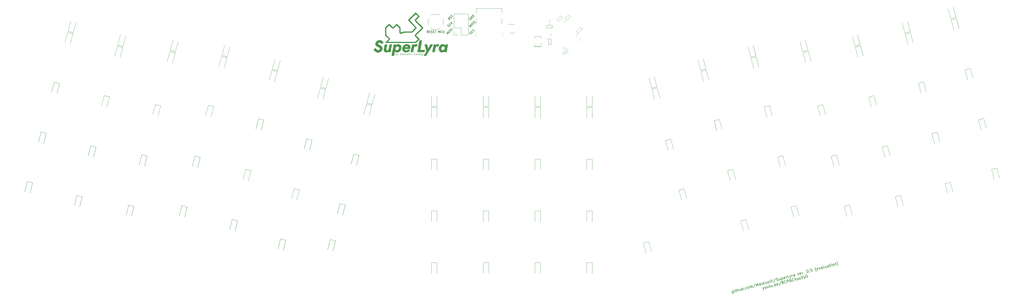
<source format=gto>
G04 #@! TF.GenerationSoftware,KiCad,Pcbnew,(5.1.10)-1*
G04 #@! TF.CreationDate,2021-09-20T10:21:43+01:00*
G04 #@! TF.ProjectId,superlyra,73757065-726c-4797-9261-2e6b69636164,0.1*
G04 #@! TF.SameCoordinates,Original*
G04 #@! TF.FileFunction,Legend,Top*
G04 #@! TF.FilePolarity,Positive*
%FSLAX46Y46*%
G04 Gerber Fmt 4.6, Leading zero omitted, Abs format (unit mm)*
G04 Created by KiCad (PCBNEW (5.1.10)-1) date 2021-09-20 10:21:43*
%MOMM*%
%LPD*%
G01*
G04 APERTURE LIST*
%ADD10C,0.153000*%
%ADD11C,0.150000*%
%ADD12C,0.125000*%
%ADD13C,0.010000*%
%ADD14C,0.120000*%
%ADD15C,2.250000*%
%ADD16C,3.987800*%
%ADD17C,1.750000*%
%ADD18C,2.000000*%
%ADD19C,1.700000*%
%ADD20C,1.200000*%
%ADD21R,1.060000X0.650000*%
%ADD22C,3.048000*%
%ADD23C,0.100000*%
%ADD24R,0.600000X0.500000*%
%ADD25R,1.700000X1.700000*%
%ADD26O,1.700000X1.700000*%
%ADD27O,1.000000X1.600000*%
%ADD28C,0.650000*%
%ADD29O,1.000000X2.100000*%
%ADD30R,0.300000X1.450000*%
%ADD31R,0.600000X1.450000*%
%ADD32R,1.700000X1.000000*%
%ADD33R,1.100000X1.100000*%
%ADD34C,3.500000*%
%ADD35R,0.500000X0.600000*%
%ADD36R,1.900000X0.400000*%
G04 APERTURE END LIST*
D10*
X195131658Y-81726277D02*
X195239407Y-81672402D01*
X195374094Y-81537715D01*
X195401032Y-81456903D01*
X195401032Y-81403028D01*
X195374094Y-81322216D01*
X195320219Y-81268341D01*
X195239407Y-81241404D01*
X195185532Y-81241404D01*
X195104720Y-81268341D01*
X194970033Y-81349154D01*
X194889221Y-81376091D01*
X194835346Y-81376091D01*
X194754534Y-81349154D01*
X194700659Y-81295279D01*
X194673722Y-81214467D01*
X194673722Y-81160592D01*
X194700659Y-81079780D01*
X194835346Y-80945093D01*
X194943096Y-80891218D01*
X195993654Y-80810406D02*
X195993654Y-80864280D01*
X195939780Y-80972030D01*
X195885905Y-81025905D01*
X195778155Y-81079780D01*
X195670406Y-81079780D01*
X195589593Y-81052842D01*
X195454906Y-80972030D01*
X195374094Y-80891218D01*
X195293282Y-80756531D01*
X195266345Y-80675719D01*
X195266345Y-80567969D01*
X195320219Y-80460219D01*
X195374094Y-80406345D01*
X195481844Y-80352470D01*
X195535719Y-80352470D01*
X196289966Y-80621844D02*
X195724280Y-80056158D01*
X196613215Y-80298595D02*
X196047529Y-80217783D01*
X196047529Y-79732910D02*
X196047529Y-80379407D01*
X194816971Y-84444839D02*
X194251285Y-83879154D01*
X194843908Y-84094653D01*
X194628409Y-83502030D01*
X195194094Y-84067715D01*
X195005532Y-83124906D02*
X195113282Y-83017157D01*
X195194094Y-82990219D01*
X195301844Y-82990219D01*
X195436531Y-83071032D01*
X195625093Y-83259593D01*
X195705905Y-83394280D01*
X195705905Y-83502030D01*
X195678967Y-83582842D01*
X195571218Y-83690592D01*
X195490406Y-83717529D01*
X195382656Y-83717529D01*
X195247969Y-83636717D01*
X195059407Y-83448155D01*
X194978595Y-83313468D01*
X194978595Y-83205719D01*
X195005532Y-83124906D01*
X196002216Y-83205719D02*
X196109966Y-83151844D01*
X196244653Y-83017157D01*
X196271590Y-82936345D01*
X196271590Y-82882470D01*
X196244653Y-82801658D01*
X196190778Y-82747783D01*
X196109966Y-82720845D01*
X196056091Y-82720845D01*
X195975279Y-82747783D01*
X195840592Y-82828595D01*
X195759780Y-82855532D01*
X195705905Y-82855532D01*
X195625093Y-82828595D01*
X195571218Y-82774720D01*
X195544280Y-82693908D01*
X195544280Y-82640033D01*
X195571218Y-82559221D01*
X195705905Y-82424534D01*
X195813654Y-82370659D01*
X196594839Y-82666971D02*
X196029154Y-82101285D01*
D11*
X195756125Y-78795685D02*
X195298189Y-78714873D01*
X195432876Y-79118934D02*
X194867190Y-78553248D01*
X195082690Y-78337749D01*
X195163502Y-78310812D01*
X195217377Y-78310812D01*
X195298189Y-78337749D01*
X195379001Y-78418561D01*
X195405938Y-78499374D01*
X195405938Y-78553248D01*
X195379001Y-78634061D01*
X195163502Y-78849560D01*
X195944687Y-78553248D02*
X196052436Y-78499374D01*
X196187123Y-78364687D01*
X196214061Y-78283874D01*
X196214061Y-78230000D01*
X196187123Y-78149187D01*
X196133248Y-78095312D01*
X196052436Y-78068375D01*
X195998561Y-78068375D01*
X195917749Y-78095312D01*
X195783062Y-78176125D01*
X195702250Y-78203062D01*
X195648375Y-78203062D01*
X195567563Y-78176125D01*
X195513688Y-78122250D01*
X195486751Y-78041438D01*
X195486751Y-77987563D01*
X195513688Y-77906751D01*
X195648375Y-77772064D01*
X195756125Y-77718189D01*
X195890812Y-77529627D02*
X196214061Y-77206378D01*
X196618122Y-77933688D02*
X196052436Y-77368003D01*
D10*
X202635972Y-83934467D02*
X203390219Y-84311590D01*
X203013096Y-83557343D01*
X204036717Y-83557343D02*
X204036717Y-83611218D01*
X203982842Y-83718967D01*
X203928967Y-83772842D01*
X203821218Y-83826717D01*
X203713468Y-83826717D01*
X203632656Y-83799780D01*
X203497969Y-83718967D01*
X203417157Y-83638155D01*
X203336345Y-83503468D01*
X203309407Y-83422656D01*
X203309407Y-83314906D01*
X203363282Y-83207157D01*
X203417157Y-83153282D01*
X203524906Y-83099407D01*
X203578781Y-83099407D01*
X204602402Y-82991658D02*
X204602402Y-83045532D01*
X204548528Y-83153282D01*
X204494653Y-83207157D01*
X204386903Y-83261032D01*
X204279154Y-83261032D01*
X204198341Y-83234094D01*
X204063654Y-83153282D01*
X203982842Y-83072470D01*
X203902030Y-82937783D01*
X203875093Y-82856971D01*
X203875093Y-82749221D01*
X203928967Y-82641471D01*
X203982842Y-82587597D01*
X204090592Y-82533722D01*
X204144467Y-82533722D01*
X203166971Y-81824839D02*
X202601285Y-81259154D01*
X203193908Y-81474653D01*
X202978409Y-80882030D01*
X203544094Y-81447715D01*
X203813468Y-81178341D02*
X203247783Y-80612656D01*
X204028967Y-80908967D02*
X204136717Y-80855093D01*
X204271404Y-80720406D01*
X204298341Y-80639593D01*
X204298341Y-80585719D01*
X204271404Y-80504906D01*
X204217529Y-80451032D01*
X204136717Y-80424094D01*
X204082842Y-80424094D01*
X204002030Y-80451032D01*
X203867343Y-80531844D01*
X203786531Y-80558781D01*
X203732656Y-80558781D01*
X203651844Y-80531844D01*
X203597969Y-80477969D01*
X203571032Y-80397157D01*
X203571032Y-80343282D01*
X203597969Y-80262470D01*
X203732656Y-80127783D01*
X203840406Y-80073908D01*
X204163654Y-79696784D02*
X204271404Y-79589035D01*
X204352216Y-79562097D01*
X204459966Y-79562097D01*
X204594653Y-79642910D01*
X204783215Y-79831471D01*
X204864027Y-79966158D01*
X204864027Y-80073908D01*
X204837089Y-80154720D01*
X204729340Y-80262470D01*
X204648528Y-80289407D01*
X204540778Y-80289407D01*
X204406091Y-80208595D01*
X204217529Y-80020033D01*
X204136717Y-79885346D01*
X204136717Y-79777597D01*
X204163654Y-79696784D01*
X202846158Y-78388155D02*
X202765346Y-78415093D01*
X202684534Y-78495905D01*
X202630659Y-78603654D01*
X202630659Y-78711404D01*
X202657597Y-78792216D01*
X202738409Y-78926903D01*
X202819221Y-79007715D01*
X202953908Y-79088528D01*
X203034720Y-79115465D01*
X203142470Y-79115465D01*
X203250219Y-79061590D01*
X203304094Y-79007715D01*
X203357969Y-78899966D01*
X203357969Y-78846091D01*
X203169407Y-78657529D01*
X203061658Y-78765279D01*
X203654280Y-78657529D02*
X203088595Y-78091844D01*
X203977529Y-78334280D01*
X203411844Y-77768595D01*
X204246903Y-78064906D02*
X203681218Y-77499221D01*
X203815905Y-77364534D01*
X203923654Y-77310659D01*
X204031404Y-77310659D01*
X204112216Y-77337597D01*
X204246903Y-77418409D01*
X204327715Y-77499221D01*
X204408528Y-77633908D01*
X204435465Y-77714720D01*
X204435465Y-77822470D01*
X204381590Y-77930219D01*
X204246903Y-78064906D01*
X187517142Y-83881904D02*
X187250476Y-83500952D01*
X187060000Y-83881904D02*
X187060000Y-83081904D01*
X187364761Y-83081904D01*
X187440952Y-83120000D01*
X187479047Y-83158095D01*
X187517142Y-83234285D01*
X187517142Y-83348571D01*
X187479047Y-83424761D01*
X187440952Y-83462857D01*
X187364761Y-83500952D01*
X187060000Y-83500952D01*
X187860000Y-83462857D02*
X188126666Y-83462857D01*
X188240952Y-83881904D02*
X187860000Y-83881904D01*
X187860000Y-83081904D01*
X188240952Y-83081904D01*
X188545714Y-83843809D02*
X188660000Y-83881904D01*
X188850476Y-83881904D01*
X188926666Y-83843809D01*
X188964761Y-83805714D01*
X189002857Y-83729523D01*
X189002857Y-83653333D01*
X188964761Y-83577142D01*
X188926666Y-83539047D01*
X188850476Y-83500952D01*
X188698095Y-83462857D01*
X188621904Y-83424761D01*
X188583809Y-83386666D01*
X188545714Y-83310476D01*
X188545714Y-83234285D01*
X188583809Y-83158095D01*
X188621904Y-83120000D01*
X188698095Y-83081904D01*
X188888571Y-83081904D01*
X189002857Y-83120000D01*
X189345714Y-83462857D02*
X189612380Y-83462857D01*
X189726666Y-83881904D02*
X189345714Y-83881904D01*
X189345714Y-83081904D01*
X189726666Y-83081904D01*
X189955238Y-83081904D02*
X190412380Y-83081904D01*
X190183809Y-83881904D02*
X190183809Y-83081904D01*
X191288571Y-83881904D02*
X191288571Y-83081904D01*
X191555238Y-83653333D01*
X191821904Y-83081904D01*
X191821904Y-83881904D01*
X192660000Y-83805714D02*
X192621904Y-83843809D01*
X192507619Y-83881904D01*
X192431428Y-83881904D01*
X192317142Y-83843809D01*
X192240952Y-83767619D01*
X192202857Y-83691428D01*
X192164761Y-83539047D01*
X192164761Y-83424761D01*
X192202857Y-83272380D01*
X192240952Y-83196190D01*
X192317142Y-83120000D01*
X192431428Y-83081904D01*
X192507619Y-83081904D01*
X192621904Y-83120000D01*
X192660000Y-83158095D01*
X193002857Y-83081904D02*
X193002857Y-83729523D01*
X193040952Y-83805714D01*
X193079047Y-83843809D01*
X193155238Y-83881904D01*
X193307619Y-83881904D01*
X193383809Y-83843809D01*
X193421904Y-83805714D01*
X193460000Y-83729523D01*
X193460000Y-83081904D01*
D11*
X299712475Y-178850559D02*
X299921995Y-179632499D01*
X299900648Y-179736817D01*
X299866976Y-179795138D01*
X299787308Y-179865784D01*
X299649318Y-179902758D01*
X299545001Y-179881411D01*
X299872696Y-179448513D02*
X299793028Y-179519159D01*
X299609042Y-179568458D01*
X299504724Y-179547111D01*
X299446403Y-179513439D01*
X299375757Y-179433771D01*
X299301809Y-179157792D01*
X299323156Y-179053474D01*
X299356828Y-178995153D01*
X299436496Y-178924507D01*
X299620482Y-178875208D01*
X299724799Y-178896555D01*
X300344985Y-179371262D02*
X300172439Y-178727312D01*
X300086166Y-178405337D02*
X300052494Y-178463658D01*
X300110816Y-178497329D01*
X300144487Y-178439008D01*
X300086166Y-178405337D01*
X300110816Y-178497329D01*
X300494415Y-178641039D02*
X300862386Y-178542441D01*
X300546131Y-178282089D02*
X300767976Y-179110026D01*
X300838622Y-179189694D01*
X300942939Y-179211041D01*
X301034932Y-179186392D01*
X301356908Y-179100119D02*
X301098089Y-178134193D01*
X301770876Y-178989196D02*
X301635304Y-178483235D01*
X301564658Y-178403567D01*
X301460340Y-178382220D01*
X301322351Y-178419194D01*
X301242683Y-178489840D01*
X301209011Y-178548161D01*
X302472263Y-178111076D02*
X302644809Y-178755027D01*
X302058294Y-178221998D02*
X302193866Y-178727960D01*
X302264512Y-178807628D01*
X302368830Y-178828975D01*
X302506819Y-178792001D01*
X302586487Y-178721355D01*
X302620159Y-178663034D01*
X303104773Y-178631779D02*
X302845954Y-177665854D01*
X302944552Y-178033825D02*
X303024220Y-177963179D01*
X303208206Y-177913881D01*
X303312524Y-177935228D01*
X303370845Y-177968899D01*
X303441491Y-178048568D01*
X303515439Y-178324546D01*
X303494092Y-178428864D01*
X303460420Y-178487185D01*
X303380752Y-178557831D01*
X303196766Y-178607130D01*
X303092449Y-178585783D01*
X303954057Y-178305617D02*
X304012378Y-178339289D01*
X303978706Y-178397610D01*
X303920385Y-178363938D01*
X303954057Y-178305617D01*
X303978706Y-178397610D01*
X304840314Y-178117444D02*
X304760646Y-178188090D01*
X304576660Y-178237388D01*
X304472343Y-178216041D01*
X304414021Y-178182370D01*
X304343376Y-178102701D01*
X304269427Y-177826723D01*
X304290774Y-177722405D01*
X304324446Y-177664084D01*
X304404114Y-177593438D01*
X304588100Y-177544139D01*
X304692418Y-177565486D01*
X305404597Y-178015544D02*
X305300279Y-177994197D01*
X305241958Y-177960525D01*
X305171312Y-177880857D01*
X305097364Y-177604878D01*
X305118711Y-177500560D01*
X305152382Y-177442239D01*
X305232051Y-177371593D01*
X305370040Y-177334619D01*
X305474358Y-177355966D01*
X305532679Y-177389638D01*
X305603325Y-177469306D01*
X305677273Y-177745285D01*
X305655926Y-177849602D01*
X305622254Y-177907924D01*
X305542586Y-177978569D01*
X305404597Y-178015544D01*
X306140540Y-177818348D02*
X305967994Y-177174398D01*
X305992644Y-177266390D02*
X306026315Y-177208069D01*
X306105984Y-177137423D01*
X306243973Y-177100449D01*
X306348291Y-177121796D01*
X306418937Y-177201465D01*
X306554508Y-177707426D01*
X306418937Y-177201465D02*
X306440284Y-177097147D01*
X306519952Y-177026501D01*
X306657941Y-176989527D01*
X306762259Y-177010874D01*
X306832905Y-177090542D01*
X306968477Y-177596503D01*
X307847245Y-176276463D02*
X307352076Y-177740213D01*
X308440364Y-177202112D02*
X308181545Y-176236186D01*
X308688391Y-176839860D01*
X308825495Y-176063640D01*
X309084314Y-177029566D01*
X309958247Y-176795397D02*
X309822675Y-176289436D01*
X309752029Y-176209767D01*
X309647712Y-176188420D01*
X309463726Y-176237719D01*
X309384058Y-176308365D01*
X309945922Y-176749400D02*
X309866254Y-176820046D01*
X309636272Y-176881670D01*
X309531954Y-176860323D01*
X309461308Y-176780654D01*
X309436659Y-176688661D01*
X309458006Y-176584344D01*
X309537674Y-176513698D01*
X309767656Y-176452074D01*
X309847325Y-176381428D01*
X310556201Y-176635175D02*
X310451883Y-176613828D01*
X310381238Y-176534160D01*
X310159393Y-175706224D01*
X311279820Y-176391983D02*
X311200152Y-176462629D01*
X311016166Y-176511928D01*
X310911848Y-176490581D01*
X310841202Y-176410913D01*
X310742605Y-176042941D01*
X310763952Y-175938624D01*
X310843620Y-175867978D01*
X311027606Y-175818679D01*
X311131923Y-175840026D01*
X311202569Y-175919694D01*
X311227219Y-176011687D01*
X310791903Y-176226927D01*
X311487570Y-175695432D02*
X311890099Y-176277759D01*
X311947535Y-175572184D01*
X312626042Y-176080563D02*
X312521725Y-176059216D01*
X312463403Y-176025544D01*
X312392757Y-175945876D01*
X312318809Y-175669897D01*
X312340156Y-175565580D01*
X312373828Y-175507258D01*
X312453496Y-175436613D01*
X312591486Y-175399638D01*
X312695803Y-175420985D01*
X312754124Y-175454657D01*
X312824770Y-175534325D01*
X312898719Y-175810304D01*
X312877372Y-175914622D01*
X312843700Y-175972943D01*
X312764032Y-176043589D01*
X312626042Y-176080563D01*
X313499975Y-175846393D02*
X313395657Y-175825046D01*
X313325012Y-175745378D01*
X313103167Y-174917442D01*
X313557411Y-175140819D02*
X313925383Y-175042222D01*
X313609128Y-174781870D02*
X313830973Y-175609806D01*
X313901619Y-175689475D01*
X314005936Y-175710822D01*
X314097929Y-175686172D01*
X314419904Y-175599899D02*
X314247358Y-174955949D01*
X314161085Y-174633973D02*
X314127414Y-174692295D01*
X314185735Y-174725966D01*
X314219407Y-174667645D01*
X314161085Y-174633973D01*
X314185735Y-174725966D01*
X315298672Y-174279859D02*
X314803503Y-175743608D01*
X315833470Y-175171836D02*
X315983784Y-175180859D01*
X316213767Y-175119235D01*
X316293435Y-175048589D01*
X316327107Y-174990268D01*
X316348454Y-174885950D01*
X316323804Y-174793958D01*
X316253158Y-174714289D01*
X316194837Y-174680618D01*
X316090520Y-174659271D01*
X315894209Y-174662573D01*
X315789891Y-174641226D01*
X315731570Y-174607554D01*
X315660924Y-174527886D01*
X315636275Y-174435893D01*
X315657622Y-174331575D01*
X315691294Y-174273254D01*
X315770962Y-174202608D01*
X316000944Y-174140985D01*
X316151258Y-174150007D01*
X317053143Y-174204141D02*
X317225689Y-174848091D01*
X316639175Y-174315063D02*
X316774747Y-174821024D01*
X316845393Y-174900693D01*
X316949710Y-174922040D01*
X317087700Y-174885066D01*
X317167368Y-174814420D01*
X317201040Y-174756099D01*
X317513108Y-174080894D02*
X317771927Y-175046820D01*
X317525432Y-174126890D02*
X317605101Y-174056244D01*
X317789086Y-174006945D01*
X317893404Y-174028292D01*
X317951725Y-174061964D01*
X318022371Y-174141632D01*
X318096319Y-174417611D01*
X318074972Y-174521929D01*
X318041301Y-174580250D01*
X317961632Y-174650896D01*
X317777647Y-174700195D01*
X317673329Y-174678848D01*
X318915234Y-174346080D02*
X318835565Y-174416726D01*
X318651579Y-174466025D01*
X318547262Y-174444678D01*
X318476616Y-174365010D01*
X318378018Y-173997038D01*
X318399365Y-173892721D01*
X318479033Y-173822075D01*
X318663019Y-173772776D01*
X318767337Y-173794123D01*
X318837983Y-173873791D01*
X318862632Y-173965784D01*
X318427317Y-174181024D01*
X319387523Y-174268830D02*
X319214977Y-173624879D01*
X319264276Y-173808865D02*
X319285623Y-173704547D01*
X319319295Y-173646226D01*
X319398963Y-173575580D01*
X319490956Y-173550931D01*
X320445442Y-173985361D02*
X319985477Y-174108608D01*
X319726658Y-173142683D01*
X320502878Y-173279787D02*
X320905406Y-173862114D01*
X320962843Y-173156540D02*
X320905406Y-173862114D01*
X320875037Y-174116746D01*
X320841365Y-174175067D01*
X320761697Y-174245713D01*
X321503361Y-173701893D02*
X321330814Y-173057942D01*
X321380113Y-173241928D02*
X321401460Y-173137610D01*
X321435132Y-173079289D01*
X321514800Y-173008643D01*
X321606793Y-172983994D01*
X322515283Y-173430749D02*
X322379711Y-172924788D01*
X322309065Y-172845120D01*
X322204747Y-172823773D01*
X322020761Y-172873072D01*
X321941093Y-172943717D01*
X322502958Y-173384753D02*
X322423290Y-173455398D01*
X322193308Y-173517022D01*
X322088990Y-173495675D01*
X322018344Y-173416007D01*
X321993695Y-173324014D01*
X322015042Y-173219696D01*
X322094710Y-173149050D01*
X322324692Y-173087427D01*
X322404360Y-173016781D01*
X323446652Y-172491005D02*
X323849180Y-173073332D01*
X323906617Y-172367758D01*
X324802781Y-172768517D02*
X324723113Y-172839163D01*
X324539127Y-172888462D01*
X324434810Y-172867115D01*
X324364164Y-172787446D01*
X324265566Y-172419475D01*
X324286913Y-172315157D01*
X324366581Y-172244511D01*
X324550567Y-172195212D01*
X324654885Y-172216559D01*
X324725531Y-172296227D01*
X324750180Y-172388220D01*
X324314865Y-172603460D01*
X325275071Y-172691266D02*
X325102525Y-172047316D01*
X325151824Y-172231301D02*
X325173171Y-172126984D01*
X325206843Y-172068663D01*
X325286511Y-171998017D01*
X325378504Y-171973367D01*
X325848376Y-172439052D02*
X325906697Y-172472724D01*
X325873025Y-172531045D01*
X325814704Y-172497373D01*
X325848376Y-172439052D01*
X325873025Y-172531045D01*
X326994100Y-171195377D02*
X327086093Y-171170728D01*
X327190411Y-171192075D01*
X327248732Y-171225747D01*
X327319378Y-171305415D01*
X327414673Y-171477076D01*
X327476297Y-171707059D01*
X327479599Y-171903369D01*
X327458252Y-172007687D01*
X327424580Y-172066008D01*
X327344912Y-172136654D01*
X327252919Y-172161303D01*
X327148601Y-172139956D01*
X327090280Y-172106284D01*
X327019634Y-172026616D01*
X326924339Y-171854955D01*
X326862715Y-171624973D01*
X326859413Y-171428662D01*
X326880760Y-171324345D01*
X326914432Y-171266023D01*
X326994100Y-171195377D01*
X327964213Y-171872115D02*
X328022534Y-171905787D01*
X327988862Y-171964108D01*
X327930541Y-171930436D01*
X327964213Y-171872115D01*
X327988862Y-171964108D01*
X328649973Y-170751688D02*
X328190008Y-170874935D01*
X328267259Y-171347224D01*
X328300931Y-171288903D01*
X328380599Y-171218257D01*
X328610581Y-171156634D01*
X328714899Y-171177981D01*
X328773220Y-171211652D01*
X328843866Y-171291321D01*
X328905489Y-171521303D01*
X328884142Y-171625621D01*
X328850471Y-171683942D01*
X328770802Y-171754588D01*
X328540820Y-171816211D01*
X328436502Y-171794864D01*
X328378181Y-171761192D01*
X330479277Y-171691194D02*
X330420955Y-171657523D01*
X330291988Y-171544183D01*
X330221342Y-171464514D01*
X330138372Y-171338850D01*
X330030752Y-171121192D01*
X329981453Y-170937206D01*
X329965826Y-170694899D01*
X329974848Y-170544585D01*
X329996195Y-170440267D01*
X330051214Y-170277629D01*
X330084886Y-170219307D01*
X331104298Y-171080031D02*
X331024629Y-171150677D01*
X330840643Y-171199975D01*
X330736326Y-171178628D01*
X330665680Y-171098960D01*
X330567082Y-170730988D01*
X330588429Y-170626671D01*
X330668097Y-170556025D01*
X330852083Y-170506726D01*
X330956401Y-170528073D01*
X331027047Y-170607741D01*
X331051696Y-170699734D01*
X330616381Y-170914974D01*
X331312048Y-170383479D02*
X331714576Y-170965806D01*
X331772013Y-170260232D01*
X332726499Y-170694662D02*
X332590927Y-170188701D01*
X332520281Y-170109033D01*
X332415963Y-170087686D01*
X332231977Y-170136984D01*
X332152309Y-170207630D01*
X332714174Y-170648666D02*
X332634506Y-170719311D01*
X332404523Y-170780935D01*
X332300206Y-170759588D01*
X332229560Y-170679920D01*
X332204910Y-170587927D01*
X332226257Y-170483609D01*
X332305926Y-170412963D01*
X332535908Y-170351340D01*
X332615576Y-170280694D01*
X333324453Y-170534441D02*
X333220135Y-170513094D01*
X333149489Y-170433425D01*
X332927644Y-169605489D01*
X333933847Y-169680970D02*
X334106393Y-170324921D01*
X333519878Y-169791892D02*
X333655450Y-170297854D01*
X333726096Y-170377522D01*
X333830414Y-170398869D01*
X333968403Y-170361895D01*
X334048072Y-170291249D01*
X334081743Y-170232928D01*
X334980326Y-170090751D02*
X334844754Y-169584790D01*
X334774108Y-169505122D01*
X334669790Y-169483775D01*
X334485804Y-169533073D01*
X334406136Y-169603719D01*
X334968001Y-170044754D02*
X334888333Y-170115400D01*
X334658350Y-170177024D01*
X334554033Y-170155677D01*
X334483387Y-170076009D01*
X334458737Y-169984016D01*
X334480084Y-169879698D01*
X334559753Y-169809052D01*
X334789735Y-169747429D01*
X334869403Y-169676783D01*
X335129755Y-169360527D02*
X335497727Y-169261930D01*
X335181471Y-169001578D02*
X335403316Y-169829514D01*
X335473962Y-169909183D01*
X335578280Y-169930530D01*
X335670273Y-169905880D01*
X335992248Y-169819607D02*
X335819702Y-169175657D01*
X335733429Y-168853681D02*
X335699757Y-168912003D01*
X335758078Y-168945674D01*
X335791750Y-168887353D01*
X335733429Y-168853681D01*
X335758078Y-168945674D01*
X336590202Y-169659386D02*
X336485884Y-169638039D01*
X336427563Y-169604367D01*
X336356917Y-169524699D01*
X336282969Y-169248720D01*
X336304316Y-169144402D01*
X336337988Y-169086081D01*
X336417656Y-169015435D01*
X336555645Y-168978461D01*
X336659963Y-168999808D01*
X336718284Y-169033480D01*
X336788930Y-169113148D01*
X336862878Y-169389127D01*
X336841531Y-169493445D01*
X336807860Y-169551766D01*
X336728191Y-169622412D01*
X336590202Y-169659386D01*
X337153599Y-168818240D02*
X337326145Y-169462190D01*
X337178249Y-168910233D02*
X337211921Y-168851912D01*
X337291589Y-168781266D01*
X337429578Y-168744292D01*
X337533896Y-168765639D01*
X337604542Y-168845307D01*
X337740114Y-169351268D01*
X338206683Y-169620642D02*
X338240355Y-169562321D01*
X338295374Y-169399682D01*
X338316721Y-169295364D01*
X338325743Y-169145050D01*
X338310116Y-168902743D01*
X338260817Y-168718757D01*
X338153197Y-168501100D01*
X338070226Y-168375435D01*
X337999581Y-168295767D01*
X337870613Y-168182427D01*
X337812292Y-168148755D01*
X310534727Y-177658951D02*
X310937256Y-178241278D01*
X310994692Y-177535704D02*
X310937256Y-178241278D01*
X310906886Y-178495910D01*
X310873215Y-178554231D01*
X310793546Y-178624877D01*
X311673199Y-178044083D02*
X311568882Y-178022736D01*
X311510560Y-177989064D01*
X311439914Y-177909396D01*
X311365966Y-177633417D01*
X311387313Y-177529099D01*
X311420985Y-177470778D01*
X311500653Y-177400132D01*
X311638643Y-177363158D01*
X311742960Y-177384505D01*
X311801281Y-177418177D01*
X311871927Y-177497845D01*
X311945876Y-177773824D01*
X311924529Y-177878141D01*
X311890857Y-177936463D01*
X311811189Y-178007108D01*
X311673199Y-178044083D01*
X312650565Y-177092014D02*
X312823111Y-177735965D01*
X312236597Y-177202937D02*
X312372169Y-177708898D01*
X312442814Y-177788566D01*
X312547132Y-177809913D01*
X312685121Y-177772939D01*
X312764790Y-177702293D01*
X312798461Y-177643972D01*
X312972540Y-177005741D02*
X313340512Y-176907143D01*
X313024256Y-176646792D02*
X313246101Y-177474728D01*
X313316747Y-177554396D01*
X313421065Y-177575743D01*
X313513058Y-177551094D01*
X314076455Y-176709948D02*
X314249001Y-177353898D01*
X313662487Y-176820870D02*
X313798059Y-177326832D01*
X313868705Y-177406500D01*
X313973023Y-177427847D01*
X314111012Y-177390873D01*
X314190680Y-177320227D01*
X314224352Y-177261906D01*
X314684317Y-177138658D02*
X314742638Y-177172330D01*
X314708966Y-177230651D01*
X314650645Y-177196980D01*
X314684317Y-177138658D01*
X314708966Y-177230651D01*
X315168931Y-177107404D02*
X314910112Y-176141478D01*
X315008709Y-176509450D02*
X315088378Y-176438804D01*
X315272364Y-176389505D01*
X315376681Y-176410852D01*
X315435002Y-176444524D01*
X315505648Y-176524192D01*
X315579597Y-176800171D01*
X315558250Y-176904489D01*
X315524578Y-176962810D01*
X315444910Y-177033456D01*
X315260924Y-177082755D01*
X315156606Y-177061408D01*
X316398511Y-176728640D02*
X316318842Y-176799286D01*
X316134857Y-176848585D01*
X316030539Y-176827238D01*
X315959893Y-176747570D01*
X315861295Y-176379598D01*
X315882642Y-176275280D01*
X315962311Y-176204635D01*
X316146296Y-176155336D01*
X316250614Y-176176683D01*
X316321260Y-176256351D01*
X316345909Y-176348344D01*
X315910594Y-176563584D01*
X317289603Y-175454597D02*
X316794434Y-176918346D01*
X317872815Y-175791314D02*
X317768497Y-175769967D01*
X317710176Y-175736295D01*
X317639530Y-175656627D01*
X317627206Y-175610631D01*
X317648553Y-175506313D01*
X317682224Y-175447992D01*
X317761893Y-175377346D01*
X317945879Y-175328047D01*
X318050196Y-175349394D01*
X318108517Y-175383066D01*
X318179163Y-175462734D01*
X318191488Y-175508731D01*
X318170141Y-175613048D01*
X318136469Y-175671369D01*
X318056801Y-175742015D01*
X317872815Y-175791314D01*
X317793147Y-175861960D01*
X317759475Y-175920281D01*
X317738128Y-176024599D01*
X317787427Y-176208585D01*
X317858073Y-176288253D01*
X317916394Y-176321925D01*
X318020712Y-176343272D01*
X318204698Y-176293973D01*
X318284366Y-176223327D01*
X318318038Y-176165006D01*
X318339385Y-176060688D01*
X318290086Y-175876702D01*
X318219440Y-175797034D01*
X318161119Y-175763362D01*
X318056801Y-175742015D01*
X319329960Y-175893862D02*
X319296288Y-175952183D01*
X319170623Y-176035154D01*
X319078630Y-176059803D01*
X318928316Y-176050781D01*
X318811674Y-175983437D01*
X318741028Y-175903769D01*
X318645733Y-175732108D01*
X318608759Y-175594119D01*
X318605456Y-175397808D01*
X318626803Y-175293490D01*
X318694147Y-175176848D01*
X318819811Y-175093877D01*
X318911804Y-175069228D01*
X319062119Y-175078250D01*
X319120440Y-175111922D01*
X319768578Y-175874932D02*
X319509758Y-174909007D01*
X319877730Y-174810409D01*
X319982048Y-174831756D01*
X320040369Y-174865428D01*
X320111015Y-174945096D01*
X320147989Y-175083085D01*
X320126642Y-175187403D01*
X320092970Y-175245724D01*
X320013302Y-175316370D01*
X319645330Y-175414968D01*
X320889653Y-174539265D02*
X320705667Y-174588564D01*
X320625998Y-174659210D01*
X320592327Y-174717531D01*
X320537308Y-174880170D01*
X320540610Y-175076481D01*
X320639208Y-175444452D01*
X320709854Y-175524121D01*
X320768175Y-175557792D01*
X320872493Y-175579139D01*
X321056479Y-175529840D01*
X321136147Y-175459195D01*
X321169819Y-175400873D01*
X321191166Y-175296556D01*
X321129542Y-175066573D01*
X321058896Y-174986905D01*
X321000575Y-174953233D01*
X320896257Y-174931886D01*
X320712271Y-174981185D01*
X320632603Y-175051831D01*
X320598931Y-175110152D01*
X320577584Y-175214470D01*
X322181741Y-175129730D02*
X322148069Y-175188051D01*
X322022404Y-175271021D01*
X321930412Y-175295671D01*
X321780097Y-175286649D01*
X321663455Y-175219305D01*
X321592809Y-175139637D01*
X321497514Y-174967976D01*
X321460540Y-174829986D01*
X321457237Y-174633676D01*
X321478584Y-174529358D01*
X321545928Y-174412716D01*
X321671592Y-174329745D01*
X321763585Y-174305096D01*
X321913900Y-174314118D01*
X321972221Y-174347790D01*
X322620359Y-175110800D02*
X322361539Y-174144874D01*
X323034327Y-174999878D02*
X322898755Y-174493916D01*
X322828109Y-174414248D01*
X322723791Y-174392901D01*
X322585802Y-174429875D01*
X322506134Y-174500521D01*
X322472462Y-174558842D01*
X323435970Y-174842959D02*
X323540288Y-174864306D01*
X323724274Y-174815007D01*
X323803942Y-174744361D01*
X323825289Y-174640043D01*
X323812964Y-174594047D01*
X323742318Y-174514379D01*
X323638001Y-174493032D01*
X323500011Y-174530006D01*
X323395694Y-174508659D01*
X323325048Y-174428991D01*
X323312723Y-174382994D01*
X323334070Y-174278676D01*
X323413738Y-174208030D01*
X323551728Y-174171056D01*
X323656045Y-174192403D01*
X324217910Y-174633439D02*
X324322228Y-174654786D01*
X324506214Y-174605487D01*
X324585882Y-174534841D01*
X324607229Y-174430523D01*
X324594904Y-174384527D01*
X324524258Y-174304858D01*
X324419941Y-174283511D01*
X324281951Y-174320486D01*
X324177634Y-174299139D01*
X324106988Y-174219470D01*
X324094663Y-174173474D01*
X324116010Y-174069156D01*
X324195678Y-173998510D01*
X324333668Y-173961536D01*
X324437985Y-173982883D01*
X324983338Y-173442365D02*
X325075331Y-173417716D01*
X325179649Y-173439063D01*
X325237970Y-173472735D01*
X325308616Y-173552403D01*
X325403911Y-173724064D01*
X325465535Y-173954046D01*
X325468837Y-174150357D01*
X325447490Y-174254675D01*
X325413818Y-174312996D01*
X325334150Y-174383642D01*
X325242157Y-174408291D01*
X325137840Y-174386944D01*
X325079518Y-174353272D01*
X325008872Y-174273604D01*
X324913577Y-174101943D01*
X324851954Y-173871961D01*
X324848651Y-173675650D01*
X324869998Y-173571333D01*
X324903670Y-173513011D01*
X324983338Y-173442365D01*
X325713562Y-173591795D02*
X326116090Y-174174122D01*
X326173526Y-173468547D02*
X326116090Y-174174122D01*
X326085721Y-174428753D01*
X326052049Y-174487075D01*
X325972381Y-174557720D01*
X326639211Y-172998676D02*
X326731204Y-172974026D01*
X326835522Y-172995373D01*
X326893843Y-173029045D01*
X326964489Y-173108713D01*
X327059784Y-173280374D01*
X327121408Y-173510357D01*
X327124710Y-173706667D01*
X327103363Y-173810985D01*
X327069691Y-173869306D01*
X326990023Y-173939952D01*
X326898030Y-173964601D01*
X326793712Y-173943254D01*
X326735391Y-173909583D01*
X326664745Y-173829914D01*
X326569450Y-173658253D01*
X326507826Y-173428271D01*
X326504524Y-173231960D01*
X326525871Y-173127643D01*
X326559543Y-173069322D01*
X326639211Y-172998676D01*
D12*
X175594000Y-92010666D02*
X175594000Y-91310666D01*
X175594000Y-91577333D02*
X175660666Y-91544000D01*
X175794000Y-91544000D01*
X175860666Y-91577333D01*
X175894000Y-91610666D01*
X175927333Y-91677333D01*
X175927333Y-91877333D01*
X175894000Y-91944000D01*
X175860666Y-91977333D01*
X175794000Y-92010666D01*
X175660666Y-92010666D01*
X175594000Y-91977333D01*
X176160666Y-91544000D02*
X176327333Y-92010666D01*
X176494000Y-91544000D02*
X176327333Y-92010666D01*
X176260666Y-92177333D01*
X176227333Y-92210666D01*
X176160666Y-92244000D01*
X177294000Y-92010666D02*
X177294000Y-91310666D01*
X177460666Y-91310666D01*
X177560666Y-91344000D01*
X177627333Y-91410666D01*
X177660666Y-91477333D01*
X177694000Y-91610666D01*
X177694000Y-91710666D01*
X177660666Y-91844000D01*
X177627333Y-91910666D01*
X177560666Y-91977333D01*
X177460666Y-92010666D01*
X177294000Y-92010666D01*
X178094000Y-92010666D02*
X178027333Y-91977333D01*
X177994000Y-91944000D01*
X177960666Y-91877333D01*
X177960666Y-91677333D01*
X177994000Y-91610666D01*
X178027333Y-91577333D01*
X178094000Y-91544000D01*
X178194000Y-91544000D01*
X178260666Y-91577333D01*
X178294000Y-91610666D01*
X178327333Y-91677333D01*
X178327333Y-91877333D01*
X178294000Y-91944000D01*
X178260666Y-91977333D01*
X178194000Y-92010666D01*
X178094000Y-92010666D01*
X178627333Y-92010666D02*
X178627333Y-91544000D01*
X178627333Y-91610666D02*
X178660666Y-91577333D01*
X178727333Y-91544000D01*
X178827333Y-91544000D01*
X178894000Y-91577333D01*
X178927333Y-91644000D01*
X178927333Y-92010666D01*
X178927333Y-91644000D02*
X178960666Y-91577333D01*
X179027333Y-91544000D01*
X179127333Y-91544000D01*
X179194000Y-91577333D01*
X179227333Y-91644000D01*
X179227333Y-92010666D01*
X179860666Y-92010666D02*
X179860666Y-91644000D01*
X179827333Y-91577333D01*
X179760666Y-91544000D01*
X179627333Y-91544000D01*
X179560666Y-91577333D01*
X179860666Y-91977333D02*
X179794000Y-92010666D01*
X179627333Y-92010666D01*
X179560666Y-91977333D01*
X179527333Y-91910666D01*
X179527333Y-91844000D01*
X179560666Y-91777333D01*
X179627333Y-91744000D01*
X179794000Y-91744000D01*
X179860666Y-91710666D01*
X180194000Y-91544000D02*
X180194000Y-92010666D01*
X180194000Y-91610666D02*
X180227333Y-91577333D01*
X180294000Y-91544000D01*
X180394000Y-91544000D01*
X180460666Y-91577333D01*
X180494000Y-91644000D01*
X180494000Y-92010666D01*
X180827333Y-92010666D02*
X180827333Y-91544000D01*
X180827333Y-91310666D02*
X180794000Y-91344000D01*
X180827333Y-91377333D01*
X180860666Y-91344000D01*
X180827333Y-91310666D01*
X180827333Y-91377333D01*
X181460666Y-91977333D02*
X181394000Y-92010666D01*
X181260666Y-92010666D01*
X181194000Y-91977333D01*
X181160666Y-91944000D01*
X181127333Y-91877333D01*
X181127333Y-91677333D01*
X181160666Y-91610666D01*
X181194000Y-91577333D01*
X181260666Y-91544000D01*
X181394000Y-91544000D01*
X181460666Y-91577333D01*
X182694000Y-91944000D02*
X182660666Y-91977333D01*
X182560666Y-92010666D01*
X182494000Y-92010666D01*
X182394000Y-91977333D01*
X182327333Y-91910666D01*
X182294000Y-91844000D01*
X182260666Y-91710666D01*
X182260666Y-91610666D01*
X182294000Y-91477333D01*
X182327333Y-91410666D01*
X182394000Y-91344000D01*
X182494000Y-91310666D01*
X182560666Y-91310666D01*
X182660666Y-91344000D01*
X182694000Y-91377333D01*
X183294000Y-92010666D02*
X183294000Y-91644000D01*
X183260666Y-91577333D01*
X183194000Y-91544000D01*
X183060666Y-91544000D01*
X182994000Y-91577333D01*
X183294000Y-91977333D02*
X183227333Y-92010666D01*
X183060666Y-92010666D01*
X182994000Y-91977333D01*
X182960666Y-91910666D01*
X182960666Y-91844000D01*
X182994000Y-91777333D01*
X183060666Y-91744000D01*
X183227333Y-91744000D01*
X183294000Y-91710666D01*
X183727333Y-92010666D02*
X183660666Y-91977333D01*
X183627333Y-91910666D01*
X183627333Y-91310666D01*
X184094000Y-92010666D02*
X184027333Y-91977333D01*
X183994000Y-91910666D01*
X183994000Y-91310666D01*
X184627333Y-91977333D02*
X184560666Y-92010666D01*
X184427333Y-92010666D01*
X184360666Y-91977333D01*
X184327333Y-91910666D01*
X184327333Y-91644000D01*
X184360666Y-91577333D01*
X184427333Y-91544000D01*
X184560666Y-91544000D01*
X184627333Y-91577333D01*
X184660666Y-91644000D01*
X184660666Y-91710666D01*
X184327333Y-91777333D01*
X184960666Y-91544000D02*
X184960666Y-92144000D01*
X184927333Y-92210666D01*
X184860666Y-92244000D01*
X184827333Y-92244000D01*
X184960666Y-91310666D02*
X184927333Y-91344000D01*
X184960666Y-91377333D01*
X184994000Y-91344000D01*
X184960666Y-91310666D01*
X184960666Y-91377333D01*
X185594000Y-92010666D02*
X185594000Y-91644000D01*
X185560666Y-91577333D01*
X185494000Y-91544000D01*
X185360666Y-91544000D01*
X185294000Y-91577333D01*
X185594000Y-91977333D02*
X185527333Y-92010666D01*
X185360666Y-92010666D01*
X185294000Y-91977333D01*
X185260666Y-91910666D01*
X185260666Y-91844000D01*
X185294000Y-91777333D01*
X185360666Y-91744000D01*
X185527333Y-91744000D01*
X185594000Y-91710666D01*
D13*
G04 #@! TO.C,H25*
G36*
X176956453Y-88125955D02*
G01*
X177282818Y-88334945D01*
X177507670Y-88667618D01*
X177619841Y-89110974D01*
X177630667Y-89323333D01*
X177550865Y-89831568D01*
X177328136Y-90300905D01*
X176987491Y-90689832D01*
X176682371Y-90897226D01*
X176328020Y-91006593D01*
X175943103Y-91007015D01*
X175594800Y-90903287D01*
X175449827Y-90809252D01*
X175203329Y-90601838D01*
X175100232Y-91296086D01*
X175037242Y-91715813D01*
X174984820Y-91996450D01*
X174925659Y-92165930D01*
X174842456Y-92252188D01*
X174717907Y-92283156D01*
X174534708Y-92286769D01*
X174486589Y-92286667D01*
X174236046Y-92278492D01*
X174118341Y-92244631D01*
X174097384Y-92171078D01*
X174104756Y-92138500D01*
X174130230Y-92015068D01*
X174178877Y-91750317D01*
X174246174Y-91369984D01*
X174327598Y-90899803D01*
X174418625Y-90365509D01*
X174469378Y-90064167D01*
X174542381Y-89628986D01*
X175419503Y-89628986D01*
X175458356Y-89918368D01*
X175569455Y-90099833D01*
X175782893Y-90222876D01*
X176060568Y-90242971D01*
X176331968Y-90159721D01*
X176414257Y-90104618D01*
X176647604Y-89841911D01*
X176765148Y-89551766D01*
X176772095Y-89269163D01*
X176673653Y-89029083D01*
X176475028Y-88866509D01*
X176222353Y-88815334D01*
X175918962Y-88886383D01*
X175670336Y-89072602D01*
X175497006Y-89333600D01*
X175419503Y-89628986D01*
X174542381Y-89628986D01*
X174792500Y-88138000D01*
X175195583Y-88138000D01*
X175455464Y-88153186D01*
X175578209Y-88204980D01*
X175598667Y-88263756D01*
X175624258Y-88330855D01*
X175724217Y-88306382D01*
X175873833Y-88221739D01*
X176210008Y-88091919D01*
X176539748Y-88053650D01*
X176956453Y-88125955D01*
G37*
X176956453Y-88125955D02*
X177282818Y-88334945D01*
X177507670Y-88667618D01*
X177619841Y-89110974D01*
X177630667Y-89323333D01*
X177550865Y-89831568D01*
X177328136Y-90300905D01*
X176987491Y-90689832D01*
X176682371Y-90897226D01*
X176328020Y-91006593D01*
X175943103Y-91007015D01*
X175594800Y-90903287D01*
X175449827Y-90809252D01*
X175203329Y-90601838D01*
X175100232Y-91296086D01*
X175037242Y-91715813D01*
X174984820Y-91996450D01*
X174925659Y-92165930D01*
X174842456Y-92252188D01*
X174717907Y-92283156D01*
X174534708Y-92286769D01*
X174486589Y-92286667D01*
X174236046Y-92278492D01*
X174118341Y-92244631D01*
X174097384Y-92171078D01*
X174104756Y-92138500D01*
X174130230Y-92015068D01*
X174178877Y-91750317D01*
X174246174Y-91369984D01*
X174327598Y-90899803D01*
X174418625Y-90365509D01*
X174469378Y-90064167D01*
X174542381Y-89628986D01*
X175419503Y-89628986D01*
X175458356Y-89918368D01*
X175569455Y-90099833D01*
X175782893Y-90222876D01*
X176060568Y-90242971D01*
X176331968Y-90159721D01*
X176414257Y-90104618D01*
X176647604Y-89841911D01*
X176765148Y-89551766D01*
X176772095Y-89269163D01*
X176673653Y-89029083D01*
X176475028Y-88866509D01*
X176222353Y-88815334D01*
X175918962Y-88886383D01*
X175670336Y-89072602D01*
X175497006Y-89333600D01*
X175419503Y-89628986D01*
X174542381Y-89628986D01*
X174792500Y-88138000D01*
X175195583Y-88138000D01*
X175455464Y-88153186D01*
X175578209Y-88204980D01*
X175598667Y-88263756D01*
X175624258Y-88330855D01*
X175724217Y-88306382D01*
X175873833Y-88221739D01*
X176210008Y-88091919D01*
X176539748Y-88053650D01*
X176956453Y-88125955D01*
G36*
X187243539Y-88861322D02*
G01*
X187318089Y-89190325D01*
X187387318Y-89450137D01*
X187440050Y-89600463D01*
X187454259Y-89621063D01*
X187516475Y-89567170D01*
X187637807Y-89392855D01*
X187798847Y-89127722D01*
X187927093Y-88899767D01*
X188341000Y-88142053D01*
X188792555Y-88140027D01*
X189036962Y-88149754D01*
X189188818Y-88176952D01*
X189215889Y-88202911D01*
X189166389Y-88289748D01*
X189040829Y-88502299D01*
X188850697Y-88821337D01*
X188607484Y-89227635D01*
X188322680Y-89701963D01*
X188007774Y-90225094D01*
X187976341Y-90277245D01*
X186765015Y-92286667D01*
X186346507Y-92286667D01*
X186106526Y-92279505D01*
X185955133Y-92261216D01*
X185928000Y-92247310D01*
X185969247Y-92163302D01*
X186080937Y-91966245D01*
X186244995Y-91687445D01*
X186403615Y-91423593D01*
X186879231Y-90639232D01*
X186559099Y-89494450D01*
X186440489Y-89072247D01*
X186336164Y-88704514D01*
X186255520Y-88424106D01*
X186207953Y-88263875D01*
X186201425Y-88243834D01*
X186232101Y-88178806D01*
X186395677Y-88145333D01*
X186627814Y-88138000D01*
X187091746Y-88138000D01*
X187243539Y-88861322D01*
G37*
X187243539Y-88861322D02*
X187318089Y-89190325D01*
X187387318Y-89450137D01*
X187440050Y-89600463D01*
X187454259Y-89621063D01*
X187516475Y-89567170D01*
X187637807Y-89392855D01*
X187798847Y-89127722D01*
X187927093Y-88899767D01*
X188341000Y-88142053D01*
X188792555Y-88140027D01*
X189036962Y-88149754D01*
X189188818Y-88176952D01*
X189215889Y-88202911D01*
X189166389Y-88289748D01*
X189040829Y-88502299D01*
X188850697Y-88821337D01*
X188607484Y-89227635D01*
X188322680Y-89701963D01*
X188007774Y-90225094D01*
X187976341Y-90277245D01*
X186765015Y-92286667D01*
X186346507Y-92286667D01*
X186106526Y-92279505D01*
X185955133Y-92261216D01*
X185928000Y-92247310D01*
X185969247Y-92163302D01*
X186080937Y-91966245D01*
X186244995Y-91687445D01*
X186403615Y-91423593D01*
X186879231Y-90639232D01*
X186559099Y-89494450D01*
X186440489Y-89072247D01*
X186336164Y-88704514D01*
X186255520Y-88424106D01*
X186207953Y-88263875D01*
X186201425Y-88243834D01*
X186232101Y-88178806D01*
X186395677Y-88145333D01*
X186627814Y-88138000D01*
X187091746Y-88138000D01*
X187243539Y-88861322D01*
G36*
X169918022Y-86572393D02*
G01*
X170199699Y-86645636D01*
X170447333Y-86794520D01*
X170664875Y-86991928D01*
X170857545Y-87199148D01*
X170988780Y-87368128D01*
X171026667Y-87447806D01*
X170957610Y-87539469D01*
X170783137Y-87662058D01*
X170683424Y-87717001D01*
X170340181Y-87892111D01*
X170099121Y-87634055D01*
X169828026Y-87436739D01*
X169532754Y-87369776D01*
X169258527Y-87437254D01*
X169121355Y-87545677D01*
X169019674Y-87741430D01*
X169074209Y-87938108D01*
X169288934Y-88141450D01*
X169667820Y-88357197D01*
X169690645Y-88368174D01*
X170144168Y-88620747D01*
X170448376Y-88883784D01*
X170622733Y-89181451D01*
X170686703Y-89537914D01*
X170688000Y-89606509D01*
X170654413Y-89967841D01*
X170536187Y-90262457D01*
X170473451Y-90361762D01*
X170157830Y-90689518D01*
X169744449Y-90924952D01*
X169282222Y-91051964D01*
X168820063Y-91054454D01*
X168564680Y-90990051D01*
X168131072Y-90779582D01*
X167810011Y-90501245D01*
X167742191Y-90418209D01*
X167572710Y-90168342D01*
X167530092Y-89990705D01*
X167619536Y-89839751D01*
X167826089Y-89683195D01*
X168041661Y-89551803D01*
X168159647Y-89516639D01*
X168214847Y-89568352D01*
X168218209Y-89577807D01*
X168348818Y-89795589D01*
X168568445Y-90011826D01*
X168819465Y-90180154D01*
X169044251Y-90254204D01*
X169059448Y-90254667D01*
X169325595Y-90195970D01*
X169564031Y-90047268D01*
X169722041Y-89849644D01*
X169756667Y-89711311D01*
X169712637Y-89529514D01*
X169564898Y-89359756D01*
X169289976Y-89179812D01*
X169079333Y-89070071D01*
X168782807Y-88896249D01*
X168499754Y-88688115D01*
X168424047Y-88621118D01*
X168181541Y-88296356D01*
X168086187Y-87947208D01*
X168122189Y-87595339D01*
X168273747Y-87262413D01*
X168525065Y-86970095D01*
X168860343Y-86740050D01*
X169263783Y-86593941D01*
X169719587Y-86553434D01*
X169918022Y-86572393D01*
G37*
X169918022Y-86572393D02*
X170199699Y-86645636D01*
X170447333Y-86794520D01*
X170664875Y-86991928D01*
X170857545Y-87199148D01*
X170988780Y-87368128D01*
X171026667Y-87447806D01*
X170957610Y-87539469D01*
X170783137Y-87662058D01*
X170683424Y-87717001D01*
X170340181Y-87892111D01*
X170099121Y-87634055D01*
X169828026Y-87436739D01*
X169532754Y-87369776D01*
X169258527Y-87437254D01*
X169121355Y-87545677D01*
X169019674Y-87741430D01*
X169074209Y-87938108D01*
X169288934Y-88141450D01*
X169667820Y-88357197D01*
X169690645Y-88368174D01*
X170144168Y-88620747D01*
X170448376Y-88883784D01*
X170622733Y-89181451D01*
X170686703Y-89537914D01*
X170688000Y-89606509D01*
X170654413Y-89967841D01*
X170536187Y-90262457D01*
X170473451Y-90361762D01*
X170157830Y-90689518D01*
X169744449Y-90924952D01*
X169282222Y-91051964D01*
X168820063Y-91054454D01*
X168564680Y-90990051D01*
X168131072Y-90779582D01*
X167810011Y-90501245D01*
X167742191Y-90418209D01*
X167572710Y-90168342D01*
X167530092Y-89990705D01*
X167619536Y-89839751D01*
X167826089Y-89683195D01*
X168041661Y-89551803D01*
X168159647Y-89516639D01*
X168214847Y-89568352D01*
X168218209Y-89577807D01*
X168348818Y-89795589D01*
X168568445Y-90011826D01*
X168819465Y-90180154D01*
X169044251Y-90254204D01*
X169059448Y-90254667D01*
X169325595Y-90195970D01*
X169564031Y-90047268D01*
X169722041Y-89849644D01*
X169756667Y-89711311D01*
X169712637Y-89529514D01*
X169564898Y-89359756D01*
X169289976Y-89179812D01*
X169079333Y-89070071D01*
X168782807Y-88896249D01*
X168499754Y-88688115D01*
X168424047Y-88621118D01*
X168181541Y-88296356D01*
X168086187Y-87947208D01*
X168122189Y-87595339D01*
X168273747Y-87262413D01*
X168525065Y-86970095D01*
X168860343Y-86740050D01*
X169263783Y-86593941D01*
X169719587Y-86553434D01*
X169918022Y-86572393D01*
G36*
X173728568Y-88138000D02*
G01*
X174133059Y-88138000D01*
X173933897Y-89344500D01*
X173843635Y-89897090D01*
X173775095Y-90305028D01*
X173718587Y-90590056D01*
X173664422Y-90773917D01*
X173602909Y-90878353D01*
X173524359Y-90925106D01*
X173419081Y-90935919D01*
X173277385Y-90932534D01*
X173226387Y-90932000D01*
X172985434Y-90916324D01*
X172832781Y-90876258D01*
X172804667Y-90845159D01*
X172740629Y-90818791D01*
X172578085Y-90875818D01*
X172554871Y-90887493D01*
X172163772Y-91012409D01*
X171795187Y-90982577D01*
X171476901Y-90800954D01*
X171443487Y-90769180D01*
X171322070Y-90627969D01*
X171244130Y-90472141D01*
X171208115Y-90272385D01*
X171212477Y-89999392D01*
X171255664Y-89623851D01*
X171336127Y-89116452D01*
X171351342Y-89027000D01*
X171496160Y-88180334D01*
X171949126Y-88154382D01*
X172209165Y-88143930D01*
X172337661Y-88161727D01*
X172371927Y-88223364D01*
X172354388Y-88323716D01*
X172284330Y-88647271D01*
X172216883Y-89021642D01*
X172157869Y-89404956D01*
X172113110Y-89755341D01*
X172088429Y-90030927D01*
X172089647Y-90189840D01*
X172093092Y-90202891D01*
X172221886Y-90310299D01*
X172430773Y-90339334D01*
X172634061Y-90308788D01*
X172789706Y-90201730D01*
X172911281Y-89995024D01*
X173012361Y-89665535D01*
X173106519Y-89190128D01*
X173107123Y-89186596D01*
X173181493Y-88753160D01*
X173240125Y-88459107D01*
X173298993Y-88277481D01*
X173374073Y-88181327D01*
X173481339Y-88143691D01*
X173636766Y-88137617D01*
X173728568Y-88138000D01*
G37*
X173728568Y-88138000D02*
X174133059Y-88138000D01*
X173933897Y-89344500D01*
X173843635Y-89897090D01*
X173775095Y-90305028D01*
X173718587Y-90590056D01*
X173664422Y-90773917D01*
X173602909Y-90878353D01*
X173524359Y-90925106D01*
X173419081Y-90935919D01*
X173277385Y-90932534D01*
X173226387Y-90932000D01*
X172985434Y-90916324D01*
X172832781Y-90876258D01*
X172804667Y-90845159D01*
X172740629Y-90818791D01*
X172578085Y-90875818D01*
X172554871Y-90887493D01*
X172163772Y-91012409D01*
X171795187Y-90982577D01*
X171476901Y-90800954D01*
X171443487Y-90769180D01*
X171322070Y-90627969D01*
X171244130Y-90472141D01*
X171208115Y-90272385D01*
X171212477Y-89999392D01*
X171255664Y-89623851D01*
X171336127Y-89116452D01*
X171351342Y-89027000D01*
X171496160Y-88180334D01*
X171949126Y-88154382D01*
X172209165Y-88143930D01*
X172337661Y-88161727D01*
X172371927Y-88223364D01*
X172354388Y-88323716D01*
X172284330Y-88647271D01*
X172216883Y-89021642D01*
X172157869Y-89404956D01*
X172113110Y-89755341D01*
X172088429Y-90030927D01*
X172089647Y-90189840D01*
X172093092Y-90202891D01*
X172221886Y-90310299D01*
X172430773Y-90339334D01*
X172634061Y-90308788D01*
X172789706Y-90201730D01*
X172911281Y-89995024D01*
X173012361Y-89665535D01*
X173106519Y-89190128D01*
X173107123Y-89186596D01*
X173181493Y-88753160D01*
X173240125Y-88459107D01*
X173298993Y-88277481D01*
X173374073Y-88181327D01*
X173481339Y-88143691D01*
X173636766Y-88137617D01*
X173728568Y-88138000D01*
G36*
X180176981Y-88121888D02*
G01*
X180543993Y-88313585D01*
X180802511Y-88610367D01*
X180930561Y-88993859D01*
X180937972Y-89069334D01*
X180956697Y-89345537D01*
X180953232Y-89534494D01*
X180901713Y-89652677D01*
X180776274Y-89716554D01*
X180551050Y-89742599D01*
X180200177Y-89747281D01*
X179874333Y-89746667D01*
X179405021Y-89750175D01*
X179085871Y-89766265D01*
X178897763Y-89803283D01*
X178821578Y-89869575D01*
X178838198Y-89973489D01*
X178928502Y-90123371D01*
X178947801Y-90151161D01*
X179149443Y-90302639D01*
X179432893Y-90332549D01*
X179761695Y-90240517D01*
X179911635Y-90161116D01*
X180130890Y-90049062D01*
X180318103Y-90031214D01*
X180524284Y-90079810D01*
X180725293Y-90150104D01*
X180791773Y-90218929D01*
X180754071Y-90323417D01*
X180740983Y-90344982D01*
X180607919Y-90496367D01*
X180397752Y-90676340D01*
X180309872Y-90740663D01*
X179934313Y-90918072D01*
X179489692Y-91003524D01*
X179041962Y-90991764D01*
X178657072Y-90877535D01*
X178648354Y-90873077D01*
X178289954Y-90597773D01*
X178057850Y-90223485D01*
X177971338Y-89782064D01*
X177971193Y-89755313D01*
X178050356Y-89226734D01*
X178087982Y-89149036D01*
X178858333Y-89149036D01*
X179472167Y-89151518D01*
X179804188Y-89145196D01*
X179996416Y-89119177D01*
X180077803Y-89067872D01*
X180086000Y-89033048D01*
X180011719Y-88846328D01*
X179829866Y-88700530D01*
X179615621Y-88646000D01*
X179427143Y-88701419D01*
X179203530Y-88839971D01*
X179134836Y-88897518D01*
X178858333Y-89149036D01*
X178087982Y-89149036D01*
X178269597Y-88774009D01*
X178609562Y-88415931D01*
X179050899Y-88171295D01*
X179574254Y-88058894D01*
X179723447Y-88053650D01*
X180176981Y-88121888D01*
G37*
X180176981Y-88121888D02*
X180543993Y-88313585D01*
X180802511Y-88610367D01*
X180930561Y-88993859D01*
X180937972Y-89069334D01*
X180956697Y-89345537D01*
X180953232Y-89534494D01*
X180901713Y-89652677D01*
X180776274Y-89716554D01*
X180551050Y-89742599D01*
X180200177Y-89747281D01*
X179874333Y-89746667D01*
X179405021Y-89750175D01*
X179085871Y-89766265D01*
X178897763Y-89803283D01*
X178821578Y-89869575D01*
X178838198Y-89973489D01*
X178928502Y-90123371D01*
X178947801Y-90151161D01*
X179149443Y-90302639D01*
X179432893Y-90332549D01*
X179761695Y-90240517D01*
X179911635Y-90161116D01*
X180130890Y-90049062D01*
X180318103Y-90031214D01*
X180524284Y-90079810D01*
X180725293Y-90150104D01*
X180791773Y-90218929D01*
X180754071Y-90323417D01*
X180740983Y-90344982D01*
X180607919Y-90496367D01*
X180397752Y-90676340D01*
X180309872Y-90740663D01*
X179934313Y-90918072D01*
X179489692Y-91003524D01*
X179041962Y-90991764D01*
X178657072Y-90877535D01*
X178648354Y-90873077D01*
X178289954Y-90597773D01*
X178057850Y-90223485D01*
X177971338Y-89782064D01*
X177971193Y-89755313D01*
X178050356Y-89226734D01*
X178087982Y-89149036D01*
X178858333Y-89149036D01*
X179472167Y-89151518D01*
X179804188Y-89145196D01*
X179996416Y-89119177D01*
X180077803Y-89067872D01*
X180086000Y-89033048D01*
X180011719Y-88846328D01*
X179829866Y-88700530D01*
X179615621Y-88646000D01*
X179427143Y-88701419D01*
X179203530Y-88839971D01*
X179134836Y-88897518D01*
X178858333Y-89149036D01*
X178087982Y-89149036D01*
X178269597Y-88774009D01*
X178609562Y-88415931D01*
X179050899Y-88171295D01*
X179574254Y-88058894D01*
X179723447Y-88053650D01*
X180176981Y-88121888D01*
G36*
X193467538Y-88182508D02*
G01*
X193638176Y-88293131D01*
X193716748Y-88388215D01*
X193717333Y-88394174D01*
X193781828Y-88474286D01*
X193802000Y-88476667D01*
X193870790Y-88405754D01*
X193886667Y-88307334D01*
X193908746Y-88206123D01*
X194002633Y-88155428D01*
X194209801Y-88138809D01*
X194313836Y-88138000D01*
X194741006Y-88138000D01*
X194689547Y-88413167D01*
X194655760Y-88600349D01*
X194600704Y-88912534D01*
X194531720Y-89307826D01*
X194456151Y-89744330D01*
X194448451Y-89789000D01*
X194258815Y-90889667D01*
X193861074Y-90915472D01*
X193611350Y-90919721D01*
X193491211Y-90883491D01*
X193463333Y-90809475D01*
X193442289Y-90737649D01*
X193354258Y-90746091D01*
X193161896Y-90839252D01*
X193147087Y-90847169D01*
X192719698Y-90993881D01*
X192297964Y-90984023D01*
X191964610Y-90850761D01*
X191662284Y-90578481D01*
X191486080Y-90202699D01*
X191431333Y-89735269D01*
X191451199Y-89589909D01*
X192289893Y-89589909D01*
X192313363Y-89901617D01*
X192468900Y-90143090D01*
X192701333Y-90273000D01*
X192930815Y-90270890D01*
X193195388Y-90163706D01*
X193427528Y-89981074D01*
X193463843Y-89938455D01*
X193593082Y-89660960D01*
X193629900Y-89326195D01*
X193566331Y-89021716D01*
X193550233Y-88988840D01*
X193379003Y-88823230D01*
X193136511Y-88772952D01*
X192866068Y-88828650D01*
X192610987Y-88980970D01*
X192414577Y-89220556D01*
X192406433Y-89235895D01*
X192289893Y-89589909D01*
X191451199Y-89589909D01*
X191497877Y-89248386D01*
X191681397Y-88820173D01*
X191957724Y-88469060D01*
X192302690Y-88213477D01*
X192692125Y-88071856D01*
X193101860Y-88062627D01*
X193467538Y-88182508D01*
G37*
X193467538Y-88182508D02*
X193638176Y-88293131D01*
X193716748Y-88388215D01*
X193717333Y-88394174D01*
X193781828Y-88474286D01*
X193802000Y-88476667D01*
X193870790Y-88405754D01*
X193886667Y-88307334D01*
X193908746Y-88206123D01*
X194002633Y-88155428D01*
X194209801Y-88138809D01*
X194313836Y-88138000D01*
X194741006Y-88138000D01*
X194689547Y-88413167D01*
X194655760Y-88600349D01*
X194600704Y-88912534D01*
X194531720Y-89307826D01*
X194456151Y-89744330D01*
X194448451Y-89789000D01*
X194258815Y-90889667D01*
X193861074Y-90915472D01*
X193611350Y-90919721D01*
X193491211Y-90883491D01*
X193463333Y-90809475D01*
X193442289Y-90737649D01*
X193354258Y-90746091D01*
X193161896Y-90839252D01*
X193147087Y-90847169D01*
X192719698Y-90993881D01*
X192297964Y-90984023D01*
X191964610Y-90850761D01*
X191662284Y-90578481D01*
X191486080Y-90202699D01*
X191431333Y-89735269D01*
X191451199Y-89589909D01*
X192289893Y-89589909D01*
X192313363Y-89901617D01*
X192468900Y-90143090D01*
X192701333Y-90273000D01*
X192930815Y-90270890D01*
X193195388Y-90163706D01*
X193427528Y-89981074D01*
X193463843Y-89938455D01*
X193593082Y-89660960D01*
X193629900Y-89326195D01*
X193566331Y-89021716D01*
X193550233Y-88988840D01*
X193379003Y-88823230D01*
X193136511Y-88772952D01*
X192866068Y-88828650D01*
X192610987Y-88980970D01*
X192414577Y-89220556D01*
X192406433Y-89235895D01*
X192289893Y-89589909D01*
X191451199Y-89589909D01*
X191497877Y-89248386D01*
X191681397Y-88820173D01*
X191957724Y-88469060D01*
X192302690Y-88213477D01*
X192692125Y-88071856D01*
X193101860Y-88062627D01*
X193467538Y-88182508D01*
G36*
X183425060Y-88166008D02*
G01*
X183509241Y-88242455D01*
X183516670Y-88328435D01*
X183437625Y-88470644D01*
X183329965Y-88622672D01*
X183165117Y-88827670D01*
X183045969Y-88907655D01*
X182937145Y-88886280D01*
X182936348Y-88885835D01*
X182706785Y-88844471D01*
X182476666Y-88942794D01*
X182337161Y-89096922D01*
X182273141Y-89258165D01*
X182195834Y-89539724D01*
X182117351Y-89894495D01*
X182077591Y-90106500D01*
X181933015Y-90932000D01*
X181517507Y-90932000D01*
X181279207Y-90928128D01*
X181130362Y-90918243D01*
X181104980Y-90910834D01*
X181119647Y-90824649D01*
X181158296Y-90599908D01*
X181216048Y-90264908D01*
X181288026Y-89847949D01*
X181342097Y-89535000D01*
X181576235Y-88180334D01*
X181974117Y-88154528D01*
X182248687Y-88156714D01*
X182367310Y-88208144D01*
X182372000Y-88227765D01*
X182428307Y-88266601D01*
X182580688Y-88190071D01*
X182875651Y-88074180D01*
X183188317Y-88070581D01*
X183425060Y-88166008D01*
G37*
X183425060Y-88166008D02*
X183509241Y-88242455D01*
X183516670Y-88328435D01*
X183437625Y-88470644D01*
X183329965Y-88622672D01*
X183165117Y-88827670D01*
X183045969Y-88907655D01*
X182937145Y-88886280D01*
X182936348Y-88885835D01*
X182706785Y-88844471D01*
X182476666Y-88942794D01*
X182337161Y-89096922D01*
X182273141Y-89258165D01*
X182195834Y-89539724D01*
X182117351Y-89894495D01*
X182077591Y-90106500D01*
X181933015Y-90932000D01*
X181517507Y-90932000D01*
X181279207Y-90928128D01*
X181130362Y-90918243D01*
X181104980Y-90910834D01*
X181119647Y-90824649D01*
X181158296Y-90599908D01*
X181216048Y-90264908D01*
X181288026Y-89847949D01*
X181342097Y-89535000D01*
X181576235Y-88180334D01*
X181974117Y-88154528D01*
X182248687Y-88156714D01*
X182367310Y-88208144D01*
X182372000Y-88227765D01*
X182428307Y-88266601D01*
X182580688Y-88190071D01*
X182875651Y-88074180D01*
X183188317Y-88070581D01*
X183425060Y-88166008D01*
G36*
X185117309Y-86649071D02*
G01*
X185162916Y-86718405D01*
X185165413Y-86757742D01*
X185151135Y-86885872D01*
X185111718Y-87152228D01*
X185051716Y-87528324D01*
X184975682Y-87985677D01*
X184888171Y-88495801D01*
X184880439Y-88540167D01*
X184596051Y-90170000D01*
X186262433Y-90170000D01*
X186214890Y-90445167D01*
X186172152Y-90668958D01*
X186135421Y-90824770D01*
X186134997Y-90826167D01*
X186073044Y-90870019D01*
X185906408Y-90901046D01*
X185617390Y-90920683D01*
X185188292Y-90930365D01*
X184829990Y-90932000D01*
X184312466Y-90928453D01*
X183945664Y-90916781D01*
X183711101Y-90895442D01*
X183590292Y-90862890D01*
X183563175Y-90826167D01*
X183578830Y-90716188D01*
X183619696Y-90463641D01*
X183681698Y-90092741D01*
X183760760Y-89627702D01*
X183852807Y-89092737D01*
X183923008Y-88688334D01*
X184277000Y-86656334D01*
X184721500Y-86630742D01*
X184983467Y-86623654D01*
X185117309Y-86649071D01*
G37*
X185117309Y-86649071D02*
X185162916Y-86718405D01*
X185165413Y-86757742D01*
X185151135Y-86885872D01*
X185111718Y-87152228D01*
X185051716Y-87528324D01*
X184975682Y-87985677D01*
X184888171Y-88495801D01*
X184880439Y-88540167D01*
X184596051Y-90170000D01*
X186262433Y-90170000D01*
X186214890Y-90445167D01*
X186172152Y-90668958D01*
X186135421Y-90824770D01*
X186134997Y-90826167D01*
X186073044Y-90870019D01*
X185906408Y-90901046D01*
X185617390Y-90920683D01*
X185188292Y-90930365D01*
X184829990Y-90932000D01*
X184312466Y-90928453D01*
X183945664Y-90916781D01*
X183711101Y-90895442D01*
X183590292Y-90862890D01*
X183563175Y-90826167D01*
X183578830Y-90716188D01*
X183619696Y-90463641D01*
X183681698Y-90092741D01*
X183760760Y-89627702D01*
X183852807Y-89092737D01*
X183923008Y-88688334D01*
X184277000Y-86656334D01*
X184721500Y-86630742D01*
X184983467Y-86623654D01*
X185117309Y-86649071D01*
G36*
X191383726Y-88166008D02*
G01*
X191467907Y-88242455D01*
X191475337Y-88328435D01*
X191396292Y-88470644D01*
X191288632Y-88622672D01*
X191123784Y-88827670D01*
X191004635Y-88907655D01*
X190895812Y-88886280D01*
X190895014Y-88885835D01*
X190665452Y-88844471D01*
X190435332Y-88942794D01*
X190295828Y-89096922D01*
X190231807Y-89258165D01*
X190154500Y-89539724D01*
X190076017Y-89894495D01*
X190036258Y-90106500D01*
X189891682Y-90932000D01*
X189476174Y-90932000D01*
X189237874Y-90928128D01*
X189089029Y-90918243D01*
X189063646Y-90910834D01*
X189078314Y-90824649D01*
X189116963Y-90599908D01*
X189174714Y-90264908D01*
X189246693Y-89847949D01*
X189300764Y-89535000D01*
X189534901Y-88180334D01*
X189932784Y-88154528D01*
X190207354Y-88156714D01*
X190325977Y-88208144D01*
X190330667Y-88227765D01*
X190386973Y-88266601D01*
X190539354Y-88190071D01*
X190834317Y-88074180D01*
X191146983Y-88070581D01*
X191383726Y-88166008D01*
G37*
X191383726Y-88166008D02*
X191467907Y-88242455D01*
X191475337Y-88328435D01*
X191396292Y-88470644D01*
X191288632Y-88622672D01*
X191123784Y-88827670D01*
X191004635Y-88907655D01*
X190895812Y-88886280D01*
X190895014Y-88885835D01*
X190665452Y-88844471D01*
X190435332Y-88942794D01*
X190295828Y-89096922D01*
X190231807Y-89258165D01*
X190154500Y-89539724D01*
X190076017Y-89894495D01*
X190036258Y-90106500D01*
X189891682Y-90932000D01*
X189476174Y-90932000D01*
X189237874Y-90928128D01*
X189089029Y-90918243D01*
X189063646Y-90910834D01*
X189078314Y-90824649D01*
X189116963Y-90599908D01*
X189174714Y-90264908D01*
X189246693Y-89847949D01*
X189300764Y-89535000D01*
X189534901Y-88180334D01*
X189932784Y-88154528D01*
X190207354Y-88156714D01*
X190325977Y-88208144D01*
X190330667Y-88227765D01*
X190386973Y-88266601D01*
X190539354Y-88190071D01*
X190834317Y-88074180D01*
X191146983Y-88070581D01*
X191383726Y-88166008D01*
G36*
X183620833Y-77070930D02*
G01*
X183895965Y-77348737D01*
X184120063Y-77585231D01*
X184269113Y-77754364D01*
X184319333Y-77828606D01*
X184261979Y-77910644D01*
X184106448Y-78082668D01*
X183877536Y-78318253D01*
X183641661Y-78550796D01*
X182963988Y-79206974D01*
X184318994Y-80559995D01*
X184708802Y-80952909D01*
X185054746Y-81308650D01*
X185339778Y-81609105D01*
X185546851Y-81836163D01*
X185658918Y-81971711D01*
X185674000Y-81999667D01*
X185616502Y-82082015D01*
X185455377Y-82265031D01*
X185207676Y-82530599D01*
X184890450Y-82860600D01*
X184520753Y-83236916D01*
X184319720Y-83438613D01*
X182965441Y-84790909D01*
X184357811Y-86190549D01*
X183684392Y-86867941D01*
X183010972Y-87545334D01*
X177357486Y-87545334D01*
X176396117Y-87544436D01*
X175486249Y-87541843D01*
X174641753Y-87537708D01*
X173876502Y-87532180D01*
X173204367Y-87525411D01*
X172639219Y-87517552D01*
X172194931Y-87508755D01*
X171885374Y-87499170D01*
X171724419Y-87488949D01*
X171704000Y-87483707D01*
X171760233Y-87402215D01*
X171912584Y-87228874D01*
X172136530Y-86990661D01*
X172358180Y-86764040D01*
X173012361Y-86106000D01*
X172358180Y-85447960D01*
X171704000Y-84789921D01*
X171704000Y-84543639D01*
X172042667Y-84543639D01*
X172720000Y-85217000D01*
X173058146Y-85563986D01*
X173274685Y-85829274D01*
X173374363Y-86043905D01*
X173361922Y-86238919D01*
X173242105Y-86445355D01*
X173019657Y-86694253D01*
X172955725Y-86759504D01*
X172514118Y-87206667D01*
X182758301Y-87206667D01*
X183764229Y-86190131D01*
X183152781Y-85574575D01*
X182889152Y-85293452D01*
X182684375Y-85044653D01*
X182563367Y-84860043D01*
X182541333Y-84792639D01*
X182601589Y-84675588D01*
X182775244Y-84455336D01*
X183051628Y-84143920D01*
X183420068Y-83753380D01*
X183853714Y-83311952D01*
X185166096Y-81997645D01*
X183896048Y-80729715D01*
X183427156Y-80259774D01*
X183071548Y-79889458D01*
X182823296Y-79598134D01*
X182676469Y-79365168D01*
X182625140Y-79169929D01*
X182663378Y-78991782D01*
X182785255Y-78810095D01*
X182984841Y-78604234D01*
X183222195Y-78384733D01*
X183818389Y-77838821D01*
X183382166Y-77395662D01*
X183168347Y-77185060D01*
X183004808Y-77036397D01*
X182922681Y-76977736D01*
X182919324Y-76978418D01*
X182852200Y-77042117D01*
X182682066Y-77203168D01*
X182428969Y-77442607D01*
X182112958Y-77741466D01*
X181785686Y-78050899D01*
X181430844Y-78389970D01*
X181123151Y-78690877D01*
X180882226Y-78933866D01*
X180727687Y-79099186D01*
X180678667Y-79165517D01*
X180735091Y-79243871D01*
X180892829Y-79424288D01*
X181134576Y-79687989D01*
X181443029Y-80016191D01*
X181800884Y-80390114D01*
X181927500Y-80520992D01*
X182301291Y-80912809D01*
X182633150Y-81273014D01*
X182905061Y-81581040D01*
X183099011Y-81816316D01*
X183196983Y-81958274D01*
X183204971Y-81979614D01*
X183174832Y-82101079D01*
X183046854Y-82291481D01*
X182810567Y-82564087D01*
X182455501Y-82932164D01*
X182444643Y-82943074D01*
X181655678Y-83735334D01*
X180214305Y-83735334D01*
X179673643Y-83737181D01*
X179267435Y-83745153D01*
X178960822Y-83762893D01*
X178718945Y-83794046D01*
X178506942Y-83842254D01*
X178289954Y-83911163D01*
X178189371Y-83947000D01*
X177721265Y-84095174D01*
X177378877Y-84151735D01*
X177146507Y-84118208D01*
X177054933Y-84057067D01*
X177001932Y-83911390D01*
X176968047Y-83602608D01*
X176953787Y-83135925D01*
X176953333Y-83017250D01*
X176953333Y-82079033D01*
X176445065Y-81576068D01*
X175936797Y-81073104D01*
X175321241Y-81684552D01*
X175042945Y-81945544D01*
X174795082Y-82149968D01*
X174610115Y-82272404D01*
X174540333Y-82296000D01*
X174411806Y-82238531D01*
X174200045Y-82083157D01*
X173937719Y-81855428D01*
X173762647Y-81687752D01*
X173150312Y-81079504D01*
X172659989Y-81537482D01*
X172420177Y-81764920D01*
X172227551Y-81953966D01*
X172117071Y-82070152D01*
X172107463Y-82082230D01*
X172084865Y-82194519D01*
X172065743Y-82442844D01*
X172051754Y-82793921D01*
X172044558Y-83214463D01*
X172043963Y-83356320D01*
X172042667Y-84543639D01*
X171704000Y-84543639D01*
X171704000Y-81891676D01*
X172382332Y-81226005D01*
X172659573Y-80957405D01*
X172894138Y-80736626D01*
X173059026Y-80588664D01*
X173124657Y-80538670D01*
X173206243Y-80586468D01*
X173379187Y-80732640D01*
X173617177Y-80953787D01*
X173862614Y-81194945D01*
X174536577Y-81872885D01*
X175938389Y-80478355D01*
X176611928Y-81154344D01*
X177285466Y-81830334D01*
X177288733Y-82782834D01*
X177290875Y-83216610D01*
X177307031Y-83502706D01*
X177357095Y-83662672D01*
X177460960Y-83718061D01*
X177638519Y-83690421D01*
X177909667Y-83601305D01*
X178011667Y-83566000D01*
X178223816Y-83501314D01*
X178447132Y-83455093D01*
X178714888Y-83424434D01*
X179060359Y-83406434D01*
X179516819Y-83398192D01*
X179952957Y-83396667D01*
X181402072Y-83396667D01*
X182101718Y-82693367D01*
X182801365Y-81990067D01*
X182184065Y-81359867D01*
X181864304Y-81032392D01*
X181480888Y-80638174D01*
X181087540Y-80232516D01*
X180811027Y-79946465D01*
X180055287Y-79163263D01*
X182922333Y-76379265D01*
X183620833Y-77070930D01*
G37*
X183620833Y-77070930D02*
X183895965Y-77348737D01*
X184120063Y-77585231D01*
X184269113Y-77754364D01*
X184319333Y-77828606D01*
X184261979Y-77910644D01*
X184106448Y-78082668D01*
X183877536Y-78318253D01*
X183641661Y-78550796D01*
X182963988Y-79206974D01*
X184318994Y-80559995D01*
X184708802Y-80952909D01*
X185054746Y-81308650D01*
X185339778Y-81609105D01*
X185546851Y-81836163D01*
X185658918Y-81971711D01*
X185674000Y-81999667D01*
X185616502Y-82082015D01*
X185455377Y-82265031D01*
X185207676Y-82530599D01*
X184890450Y-82860600D01*
X184520753Y-83236916D01*
X184319720Y-83438613D01*
X182965441Y-84790909D01*
X184357811Y-86190549D01*
X183684392Y-86867941D01*
X183010972Y-87545334D01*
X177357486Y-87545334D01*
X176396117Y-87544436D01*
X175486249Y-87541843D01*
X174641753Y-87537708D01*
X173876502Y-87532180D01*
X173204367Y-87525411D01*
X172639219Y-87517552D01*
X172194931Y-87508755D01*
X171885374Y-87499170D01*
X171724419Y-87488949D01*
X171704000Y-87483707D01*
X171760233Y-87402215D01*
X171912584Y-87228874D01*
X172136530Y-86990661D01*
X172358180Y-86764040D01*
X173012361Y-86106000D01*
X172358180Y-85447960D01*
X171704000Y-84789921D01*
X171704000Y-84543639D01*
X172042667Y-84543639D01*
X172720000Y-85217000D01*
X173058146Y-85563986D01*
X173274685Y-85829274D01*
X173374363Y-86043905D01*
X173361922Y-86238919D01*
X173242105Y-86445355D01*
X173019657Y-86694253D01*
X172955725Y-86759504D01*
X172514118Y-87206667D01*
X182758301Y-87206667D01*
X183764229Y-86190131D01*
X183152781Y-85574575D01*
X182889152Y-85293452D01*
X182684375Y-85044653D01*
X182563367Y-84860043D01*
X182541333Y-84792639D01*
X182601589Y-84675588D01*
X182775244Y-84455336D01*
X183051628Y-84143920D01*
X183420068Y-83753380D01*
X183853714Y-83311952D01*
X185166096Y-81997645D01*
X183896048Y-80729715D01*
X183427156Y-80259774D01*
X183071548Y-79889458D01*
X182823296Y-79598134D01*
X182676469Y-79365168D01*
X182625140Y-79169929D01*
X182663378Y-78991782D01*
X182785255Y-78810095D01*
X182984841Y-78604234D01*
X183222195Y-78384733D01*
X183818389Y-77838821D01*
X183382166Y-77395662D01*
X183168347Y-77185060D01*
X183004808Y-77036397D01*
X182922681Y-76977736D01*
X182919324Y-76978418D01*
X182852200Y-77042117D01*
X182682066Y-77203168D01*
X182428969Y-77442607D01*
X182112958Y-77741466D01*
X181785686Y-78050899D01*
X181430844Y-78389970D01*
X181123151Y-78690877D01*
X180882226Y-78933866D01*
X180727687Y-79099186D01*
X180678667Y-79165517D01*
X180735091Y-79243871D01*
X180892829Y-79424288D01*
X181134576Y-79687989D01*
X181443029Y-80016191D01*
X181800884Y-80390114D01*
X181927500Y-80520992D01*
X182301291Y-80912809D01*
X182633150Y-81273014D01*
X182905061Y-81581040D01*
X183099011Y-81816316D01*
X183196983Y-81958274D01*
X183204971Y-81979614D01*
X183174832Y-82101079D01*
X183046854Y-82291481D01*
X182810567Y-82564087D01*
X182455501Y-82932164D01*
X182444643Y-82943074D01*
X181655678Y-83735334D01*
X180214305Y-83735334D01*
X179673643Y-83737181D01*
X179267435Y-83745153D01*
X178960822Y-83762893D01*
X178718945Y-83794046D01*
X178506942Y-83842254D01*
X178289954Y-83911163D01*
X178189371Y-83947000D01*
X177721265Y-84095174D01*
X177378877Y-84151735D01*
X177146507Y-84118208D01*
X177054933Y-84057067D01*
X177001932Y-83911390D01*
X176968047Y-83602608D01*
X176953787Y-83135925D01*
X176953333Y-83017250D01*
X176953333Y-82079033D01*
X176445065Y-81576068D01*
X175936797Y-81073104D01*
X175321241Y-81684552D01*
X175042945Y-81945544D01*
X174795082Y-82149968D01*
X174610115Y-82272404D01*
X174540333Y-82296000D01*
X174411806Y-82238531D01*
X174200045Y-82083157D01*
X173937719Y-81855428D01*
X173762647Y-81687752D01*
X173150312Y-81079504D01*
X172659989Y-81537482D01*
X172420177Y-81764920D01*
X172227551Y-81953966D01*
X172117071Y-82070152D01*
X172107463Y-82082230D01*
X172084865Y-82194519D01*
X172065743Y-82442844D01*
X172051754Y-82793921D01*
X172044558Y-83214463D01*
X172043963Y-83356320D01*
X172042667Y-84543639D01*
X171704000Y-84543639D01*
X171704000Y-81891676D01*
X172382332Y-81226005D01*
X172659573Y-80957405D01*
X172894138Y-80736626D01*
X173059026Y-80588664D01*
X173124657Y-80538670D01*
X173206243Y-80586468D01*
X173379187Y-80732640D01*
X173617177Y-80953787D01*
X173862614Y-81194945D01*
X174536577Y-81872885D01*
X175938389Y-80478355D01*
X176611928Y-81154344D01*
X177285466Y-81830334D01*
X177288733Y-82782834D01*
X177290875Y-83216610D01*
X177307031Y-83502706D01*
X177357095Y-83662672D01*
X177460960Y-83718061D01*
X177638519Y-83690421D01*
X177909667Y-83601305D01*
X178011667Y-83566000D01*
X178223816Y-83501314D01*
X178447132Y-83455093D01*
X178714888Y-83424434D01*
X179060359Y-83406434D01*
X179516819Y-83398192D01*
X179952957Y-83396667D01*
X181402072Y-83396667D01*
X182101718Y-82693367D01*
X182801365Y-81990067D01*
X182184065Y-81359867D01*
X181864304Y-81032392D01*
X181480888Y-80638174D01*
X181087540Y-80232516D01*
X180811027Y-79946465D01*
X180055287Y-79163263D01*
X182922333Y-76379265D01*
X183620833Y-77070930D01*
D14*
G04 #@! TO.C,R3*
X230760000Y-85811379D02*
X230760000Y-86146621D01*
X231520000Y-85811379D02*
X231520000Y-86146621D01*
G04 #@! TO.C,U2*
X219340000Y-80686000D02*
X216890000Y-80686000D01*
X217540000Y-83906000D02*
X219340000Y-83906000D01*
G04 #@! TO.C,C2*
X239156080Y-77249239D02*
X237719239Y-78686080D01*
X238383920Y-79350761D02*
X239820761Y-77913920D01*
X239156080Y-77249239D02*
X239820761Y-77913920D01*
X237719239Y-78686080D02*
X238383920Y-79350761D01*
G04 #@! TO.C,C3*
X242109239Y-83216080D02*
X242773920Y-83880761D01*
X243546080Y-81779239D02*
X244210761Y-82443920D01*
X242773920Y-83880761D02*
X244210761Y-82443920D01*
X243546080Y-81779239D02*
X242109239Y-83216080D01*
G04 #@! TO.C,C4*
X237643920Y-91810761D02*
X239080761Y-90373920D01*
X238416080Y-89709239D02*
X236979239Y-91146080D01*
X237643920Y-91810761D02*
X236979239Y-91146080D01*
X239080761Y-90373920D02*
X238416080Y-89709239D01*
G04 #@! TO.C,C5*
X233172000Y-82004000D02*
X233172000Y-81064000D01*
X231140000Y-82004000D02*
X231140000Y-81064000D01*
X233172000Y-81064000D02*
X231140000Y-81064000D01*
X231140000Y-82004000D02*
X233172000Y-82004000D01*
G04 #@! TO.C,J2*
X198374000Y-84642000D02*
X197044000Y-84642000D01*
X197044000Y-84642000D02*
X197044000Y-83312000D01*
X199644000Y-84642000D02*
X199644000Y-82042000D01*
X199644000Y-82042000D02*
X197044000Y-82042000D01*
X197044000Y-82042000D02*
X197044000Y-76902000D01*
X202244000Y-76902000D02*
X197044000Y-76902000D01*
X202244000Y-84642000D02*
X202244000Y-76902000D01*
X202244000Y-84642000D02*
X199644000Y-84642000D01*
G04 #@! TO.C,R1*
X232323621Y-79884000D02*
X231988379Y-79884000D01*
X232323621Y-80644000D02*
X231988379Y-80644000D01*
G04 #@! TO.C,R2*
X232323621Y-78868000D02*
X231988379Y-78868000D01*
X232323621Y-79628000D02*
X231988379Y-79628000D01*
G04 #@! TO.C,R4*
X243577227Y-86249825D02*
X243340175Y-86012773D01*
X243039825Y-86787227D02*
X242802773Y-86550175D01*
G04 #@! TO.C,R5*
X215107621Y-84150000D02*
X214772379Y-84150000D01*
X215107621Y-84910000D02*
X214772379Y-84910000D01*
G04 #@! TO.C,R6*
X204782379Y-84160000D02*
X205117621Y-84160000D01*
X204782379Y-84920000D02*
X205117621Y-84920000D01*
G04 #@! TO.C,U1*
X242082659Y-84069348D02*
X242595311Y-84582000D01*
X242595311Y-84582000D02*
X242082659Y-85094652D01*
X232897341Y-85094652D02*
X232384689Y-84582000D01*
X232384689Y-84582000D02*
X232897341Y-84069348D01*
X236977348Y-89174659D02*
X237490000Y-89687311D01*
X237490000Y-89687311D02*
X238002652Y-89174659D01*
X238002652Y-79989341D02*
X237490000Y-79476689D01*
G04 #@! TO.C,J1*
X214641997Y-74840000D02*
X205241997Y-74840000D01*
X205241997Y-80640000D02*
X205241997Y-78640000D01*
X205241997Y-76740000D02*
X205241997Y-74840000D01*
X214641997Y-80640000D02*
X214641997Y-78640000D01*
X214641997Y-76740000D02*
X214641997Y-74840000D01*
G04 #@! TO.C,SWRST1*
X188996000Y-77006000D02*
X191496000Y-77006000D01*
X187496000Y-78756000D02*
X187496000Y-80756000D01*
X188996000Y-82506000D02*
X191496000Y-82506000D01*
X192996000Y-78756000D02*
X192996000Y-80756000D01*
X188546000Y-77456000D02*
X188996000Y-77006000D01*
X191946000Y-77456000D02*
X191496000Y-77006000D01*
X191946000Y-82056000D02*
X191496000Y-82506000D01*
X188546000Y-82056000D02*
X188996000Y-82506000D01*
G04 #@! TO.C,C1*
X234869239Y-79106080D02*
X235533920Y-79770761D01*
X236306080Y-77669239D02*
X236970761Y-78333920D01*
X235533920Y-79770761D02*
X236970761Y-78333920D01*
X236306080Y-77669239D02*
X234869239Y-79106080D01*
G04 #@! TO.C,D1*
X54971502Y-83210969D02*
X56903354Y-83728607D01*
X56903354Y-83728607D02*
X57899807Y-80009792D01*
X54971502Y-83210969D02*
X55967956Y-79492154D01*
G04 #@! TO.C,D2*
X73259502Y-88290969D02*
X75191354Y-88808607D01*
X75191354Y-88808607D02*
X76187807Y-85089792D01*
X73259502Y-88290969D02*
X74255956Y-84572154D01*
G04 #@! TO.C,D3*
X92563502Y-90322969D02*
X93559956Y-86604154D01*
X94495354Y-90840607D02*
X95491807Y-87121792D01*
X92563502Y-90322969D02*
X94495354Y-90840607D01*
G04 #@! TO.C,D4*
X111613502Y-92100969D02*
X112609956Y-88382154D01*
X113545354Y-92618607D02*
X114541807Y-88899792D01*
X111613502Y-92100969D02*
X113545354Y-92618607D01*
G04 #@! TO.C,D5*
X130155502Y-97180969D02*
X131151956Y-93462154D01*
X132087354Y-97698607D02*
X133083807Y-93979792D01*
X130155502Y-97180969D02*
X132087354Y-97698607D01*
G04 #@! TO.C,D6*
X147935502Y-103784969D02*
X149867354Y-104302607D01*
X149867354Y-104302607D02*
X150863807Y-100583792D01*
X147935502Y-103784969D02*
X148931956Y-100066154D01*
G04 #@! TO.C,D7*
X164953502Y-109626969D02*
X165949956Y-105908154D01*
X166885354Y-110144607D02*
X167881807Y-106425792D01*
X164953502Y-109626969D02*
X166885354Y-110144607D01*
G04 #@! TO.C,D8*
X188738000Y-110912000D02*
X190738000Y-110912000D01*
X190738000Y-110912000D02*
X190738000Y-107062000D01*
X188738000Y-110912000D02*
X188738000Y-107062000D01*
G04 #@! TO.C,D9*
X207788000Y-110912000D02*
X207788000Y-107062000D01*
X209788000Y-110912000D02*
X209788000Y-107062000D01*
X207788000Y-110912000D02*
X209788000Y-110912000D01*
G04 #@! TO.C,D10*
X226838000Y-110912000D02*
X228838000Y-110912000D01*
X228838000Y-110912000D02*
X228838000Y-107062000D01*
X226838000Y-110912000D02*
X226838000Y-107062000D01*
G04 #@! TO.C,D11*
X245888000Y-110912000D02*
X245888000Y-107062000D01*
X247888000Y-110912000D02*
X247888000Y-107062000D01*
X245888000Y-110912000D02*
X247888000Y-110912000D01*
G04 #@! TO.C,D12*
X269745246Y-104210547D02*
X271677098Y-103692909D01*
X271677098Y-103692909D02*
X270680644Y-99974094D01*
X269745246Y-104210547D02*
X268748793Y-100491732D01*
G04 #@! TO.C,D13*
X287779246Y-97606547D02*
X286782793Y-93887732D01*
X289711098Y-97088909D02*
X288714644Y-93370094D01*
X287779246Y-97606547D02*
X289711098Y-97088909D01*
G04 #@! TO.C,D14*
X306194246Y-92780547D02*
X308126098Y-92262909D01*
X308126098Y-92262909D02*
X307129644Y-88544094D01*
X306194246Y-92780547D02*
X305197793Y-89061732D01*
G04 #@! TO.C,D15*
X325371246Y-90748547D02*
X324374793Y-87029732D01*
X327303098Y-90230909D02*
X326306644Y-86512094D01*
X325371246Y-90748547D02*
X327303098Y-90230909D01*
G04 #@! TO.C,D16*
X344548246Y-88716547D02*
X346480098Y-88198909D01*
X346480098Y-88198909D02*
X345483644Y-84480094D01*
X344548246Y-88716547D02*
X343551793Y-84997732D01*
G04 #@! TO.C,D17*
X362963246Y-83890547D02*
X361966793Y-80171732D01*
X364895098Y-83372909D02*
X363898644Y-79654094D01*
X362963246Y-83890547D02*
X364895098Y-83372909D01*
G04 #@! TO.C,D18*
X379854246Y-78683547D02*
X381786098Y-78165909D01*
X381786098Y-78165909D02*
X380789644Y-74447094D01*
X379854246Y-78683547D02*
X378857793Y-74964732D01*
G04 #@! TO.C,D19*
X56793098Y-84140091D02*
X55796644Y-87858906D01*
X54861246Y-83622453D02*
X53864793Y-87341268D01*
X56793098Y-84140091D02*
X54861246Y-83622453D01*
G04 #@! TO.C,D20*
X75081098Y-89220091D02*
X73149246Y-88702453D01*
X73149246Y-88702453D02*
X72152793Y-92421268D01*
X75081098Y-89220091D02*
X74084644Y-92938906D01*
G04 #@! TO.C,D21*
X94385098Y-91252091D02*
X93388644Y-94970906D01*
X92453246Y-90734453D02*
X91456793Y-94453268D01*
X94385098Y-91252091D02*
X92453246Y-90734453D01*
G04 #@! TO.C,D22*
X113435098Y-93030091D02*
X111503246Y-92512453D01*
X111503246Y-92512453D02*
X110506793Y-96231268D01*
X113435098Y-93030091D02*
X112438644Y-96748906D01*
G04 #@! TO.C,D23*
X131977098Y-98110091D02*
X130980644Y-101828906D01*
X130045246Y-97592453D02*
X129048793Y-101311268D01*
X131977098Y-98110091D02*
X130045246Y-97592453D01*
G04 #@! TO.C,D24*
X149757098Y-104714091D02*
X147825246Y-104196453D01*
X147825246Y-104196453D02*
X146828793Y-107915268D01*
X149757098Y-104714091D02*
X148760644Y-108432906D01*
G04 #@! TO.C,D25*
X166775098Y-110556091D02*
X165778644Y-114274906D01*
X164843246Y-110038453D02*
X163846793Y-113757268D01*
X166775098Y-110556091D02*
X164843246Y-110038453D01*
G04 #@! TO.C,D26*
X190738000Y-111338000D02*
X188738000Y-111338000D01*
X188738000Y-111338000D02*
X188738000Y-115188000D01*
X190738000Y-111338000D02*
X190738000Y-115188000D01*
G04 #@! TO.C,D27*
X209788000Y-111338000D02*
X209788000Y-115188000D01*
X207788000Y-111338000D02*
X207788000Y-115188000D01*
X209788000Y-111338000D02*
X207788000Y-111338000D01*
G04 #@! TO.C,D28*
X228838000Y-111338000D02*
X226838000Y-111338000D01*
X226838000Y-111338000D02*
X226838000Y-115188000D01*
X228838000Y-111338000D02*
X228838000Y-115188000D01*
G04 #@! TO.C,D29*
X247888000Y-111338000D02*
X247888000Y-115188000D01*
X245888000Y-111338000D02*
X245888000Y-115188000D01*
X247888000Y-111338000D02*
X245888000Y-111338000D01*
G04 #@! TO.C,D30*
X271787354Y-104104393D02*
X272783807Y-107823208D01*
X269855502Y-104622031D02*
X270851956Y-108340846D01*
X271787354Y-104104393D02*
X269855502Y-104622031D01*
G04 #@! TO.C,D31*
X289821354Y-97500393D02*
X287889502Y-98018031D01*
X287889502Y-98018031D02*
X288885956Y-101736846D01*
X289821354Y-97500393D02*
X290817807Y-101219208D01*
G04 #@! TO.C,D32*
X308236354Y-92674393D02*
X309232807Y-96393208D01*
X306304502Y-93192031D02*
X307300956Y-96910846D01*
X308236354Y-92674393D02*
X306304502Y-93192031D01*
G04 #@! TO.C,D33*
X327413354Y-90642393D02*
X325481502Y-91160031D01*
X325481502Y-91160031D02*
X326477956Y-94878846D01*
X327413354Y-90642393D02*
X328409807Y-94361208D01*
G04 #@! TO.C,D34*
X346590354Y-88610393D02*
X347586807Y-92329208D01*
X344658502Y-89128031D02*
X345654956Y-92846846D01*
X346590354Y-88610393D02*
X344658502Y-89128031D01*
G04 #@! TO.C,D35*
X365005354Y-83784393D02*
X363073502Y-84302031D01*
X363073502Y-84302031D02*
X364069956Y-88020846D01*
X365005354Y-83784393D02*
X366001807Y-87503208D01*
G04 #@! TO.C,D36*
X381896354Y-78577393D02*
X382892807Y-82296208D01*
X379964502Y-79095031D02*
X380960956Y-82813846D01*
X381896354Y-78577393D02*
X379964502Y-79095031D01*
G04 #@! TO.C,D37*
X51827328Y-102527782D02*
X49895476Y-102010144D01*
X49895476Y-102010144D02*
X48899023Y-105728959D01*
X51827328Y-102527782D02*
X50830874Y-106246597D01*
G04 #@! TO.C,D38*
X70260981Y-107436078D02*
X69264527Y-111154893D01*
X68329129Y-106918440D02*
X67332676Y-110637255D01*
X70260981Y-107436078D02*
X68329129Y-106918440D01*
G04 #@! TO.C,D39*
X89056981Y-110738078D02*
X87125129Y-110220440D01*
X87125129Y-110220440D02*
X86128676Y-113939255D01*
X89056981Y-110738078D02*
X88060527Y-114456893D01*
G04 #@! TO.C,D40*
X108614981Y-110992078D02*
X107618527Y-114710893D01*
X106683129Y-110474440D02*
X105686676Y-114193255D01*
X108614981Y-110992078D02*
X106683129Y-110474440D01*
G04 #@! TO.C,D41*
X127011328Y-115989782D02*
X125079476Y-115472144D01*
X125079476Y-115472144D02*
X124083023Y-119190959D01*
X127011328Y-115989782D02*
X126014874Y-119708597D01*
G04 #@! TO.C,D42*
X144791328Y-123355782D02*
X142859476Y-122838144D01*
X142859476Y-122838144D02*
X141863023Y-126556959D01*
X144791328Y-123355782D02*
X143794874Y-127074597D01*
G04 #@! TO.C,D43*
X162063328Y-128943782D02*
X160131476Y-128426144D01*
X160131476Y-128426144D02*
X159135023Y-132144959D01*
X162063328Y-128943782D02*
X161066874Y-132662597D01*
G04 #@! TO.C,D44*
X190738000Y-130388000D02*
X190738000Y-134238000D01*
X188738000Y-130388000D02*
X188738000Y-134238000D01*
X190738000Y-130388000D02*
X188738000Y-130388000D01*
G04 #@! TO.C,D45*
X209788000Y-130388000D02*
X207788000Y-130388000D01*
X207788000Y-130388000D02*
X207788000Y-134238000D01*
X209788000Y-130388000D02*
X209788000Y-134238000D01*
G04 #@! TO.C,D46*
X228838000Y-130388000D02*
X228838000Y-134238000D01*
X226838000Y-130388000D02*
X226838000Y-134238000D01*
X228838000Y-130388000D02*
X226838000Y-130388000D01*
G04 #@! TO.C,D47*
X247888000Y-130388000D02*
X245888000Y-130388000D01*
X245888000Y-130388000D02*
X245888000Y-134238000D01*
X247888000Y-130388000D02*
X247888000Y-134238000D01*
G04 #@! TO.C,D48*
X276748524Y-122965144D02*
X277744977Y-126683959D01*
X274816672Y-123482782D02*
X275813126Y-127201597D01*
X276748524Y-122965144D02*
X274816672Y-123482782D01*
G04 #@! TO.C,D49*
X294655524Y-115726144D02*
X292723672Y-116243782D01*
X292723672Y-116243782D02*
X293720126Y-119962597D01*
X294655524Y-115726144D02*
X295651977Y-119444959D01*
G04 #@! TO.C,D50*
X313070524Y-110646144D02*
X314066977Y-114364959D01*
X311138672Y-111163782D02*
X312135126Y-114882597D01*
X313070524Y-110646144D02*
X311138672Y-111163782D01*
G04 #@! TO.C,D51*
X332755524Y-110265144D02*
X330823672Y-110782782D01*
X330823672Y-110782782D02*
X331820126Y-114501597D01*
X332755524Y-110265144D02*
X333751977Y-113983959D01*
G04 #@! TO.C,D52*
X351551524Y-106963144D02*
X352547977Y-110681959D01*
X349619672Y-107480782D02*
X350616126Y-111199597D01*
X351551524Y-106963144D02*
X349619672Y-107480782D01*
G04 #@! TO.C,D53*
X369839524Y-101883144D02*
X367907672Y-102400782D01*
X367907672Y-102400782D02*
X368904126Y-106119597D01*
X369839524Y-101883144D02*
X370835977Y-105601959D01*
G04 #@! TO.C,D54*
X386984524Y-96930144D02*
X387980977Y-100648959D01*
X385052672Y-97447782D02*
X386049126Y-101166597D01*
X386984524Y-96930144D02*
X385052672Y-97447782D01*
G04 #@! TO.C,D55*
X47001328Y-120815782D02*
X46004874Y-124534597D01*
X45069476Y-120298144D02*
X44073023Y-124016959D01*
X47001328Y-120815782D02*
X45069476Y-120298144D01*
G04 #@! TO.C,D56*
X65289328Y-125895782D02*
X63357476Y-125378144D01*
X63357476Y-125378144D02*
X62361023Y-129096959D01*
X65289328Y-125895782D02*
X64292874Y-129614597D01*
G04 #@! TO.C,D57*
X84085328Y-129197782D02*
X83088874Y-132916597D01*
X82153476Y-128680144D02*
X81157023Y-132398959D01*
X84085328Y-129197782D02*
X82153476Y-128680144D01*
G04 #@! TO.C,D58*
X103643328Y-129705782D02*
X101711476Y-129188144D01*
X101711476Y-129188144D02*
X100715023Y-132906959D01*
X103643328Y-129705782D02*
X102646874Y-133424597D01*
G04 #@! TO.C,D59*
X122330981Y-134614078D02*
X121334527Y-138332893D01*
X120399129Y-134096440D02*
X119402676Y-137815255D01*
X122330981Y-134614078D02*
X120399129Y-134096440D01*
G04 #@! TO.C,D60*
X140110981Y-141726078D02*
X138179129Y-141208440D01*
X138179129Y-141208440D02*
X137182676Y-144927255D01*
X140110981Y-141726078D02*
X139114527Y-145444893D01*
G04 #@! TO.C,D61*
X156983328Y-147231782D02*
X155986874Y-150950597D01*
X155051476Y-146714144D02*
X154055023Y-150432959D01*
X156983328Y-147231782D02*
X155051476Y-146714144D01*
G04 #@! TO.C,D62*
X190738000Y-149438000D02*
X188738000Y-149438000D01*
X188738000Y-149438000D02*
X188738000Y-153288000D01*
X190738000Y-149438000D02*
X190738000Y-153288000D01*
G04 #@! TO.C,D63*
X209788000Y-149438000D02*
X209788000Y-153288000D01*
X207788000Y-149438000D02*
X207788000Y-153288000D01*
X209788000Y-149438000D02*
X207788000Y-149438000D01*
G04 #@! TO.C,D64*
X228838000Y-149438000D02*
X226838000Y-149438000D01*
X226838000Y-149438000D02*
X226838000Y-153288000D01*
X228838000Y-149438000D02*
X228838000Y-153288000D01*
G04 #@! TO.C,D65*
X247888000Y-149438000D02*
X247888000Y-153288000D01*
X245888000Y-149438000D02*
X245888000Y-153288000D01*
X247888000Y-149438000D02*
X245888000Y-149438000D01*
G04 #@! TO.C,D66*
X281701524Y-141253144D02*
X279769672Y-141770782D01*
X279769672Y-141770782D02*
X280766126Y-145489597D01*
X281701524Y-141253144D02*
X282697977Y-144971959D01*
G04 #@! TO.C,D67*
X299608524Y-134141144D02*
X300604977Y-137859959D01*
X297676672Y-134658782D02*
X298673126Y-138377597D01*
X299608524Y-134141144D02*
X297676672Y-134658782D01*
G04 #@! TO.C,D68*
X318023524Y-129061144D02*
X316091672Y-129578782D01*
X316091672Y-129578782D02*
X317088126Y-133297597D01*
X318023524Y-129061144D02*
X319019977Y-132779959D01*
G04 #@! TO.C,D69*
X337708524Y-128807144D02*
X338704977Y-132525959D01*
X335776672Y-129324782D02*
X336773126Y-133043597D01*
X337708524Y-128807144D02*
X335776672Y-129324782D01*
G04 #@! TO.C,D70*
X356504524Y-125378144D02*
X354572672Y-125895782D01*
X354572672Y-125895782D02*
X355569126Y-129614597D01*
X356504524Y-125378144D02*
X357500977Y-129096959D01*
G04 #@! TO.C,D71*
X374792524Y-120425144D02*
X375788977Y-124143959D01*
X372860672Y-120942782D02*
X373857126Y-124661597D01*
X374792524Y-120425144D02*
X372860672Y-120942782D01*
G04 #@! TO.C,D72*
X391937524Y-115345144D02*
X390005672Y-115862782D01*
X390005672Y-115862782D02*
X391002126Y-119581597D01*
X391937524Y-115345144D02*
X392933977Y-119063959D01*
G04 #@! TO.C,D73*
X41921328Y-139103782D02*
X39989476Y-138586144D01*
X39989476Y-138586144D02*
X38993023Y-142304959D01*
X41921328Y-139103782D02*
X40924874Y-142822597D01*
G04 #@! TO.C,D74*
X60209328Y-144183782D02*
X58277476Y-143666144D01*
X58277476Y-143666144D02*
X57281023Y-147384959D01*
X60209328Y-144183782D02*
X59212874Y-147902597D01*
G04 #@! TO.C,D75*
X79259328Y-147739782D02*
X78262874Y-151458597D01*
X77327476Y-147222144D02*
X76331023Y-150940959D01*
X79259328Y-147739782D02*
X77327476Y-147222144D01*
G04 #@! TO.C,D76*
X98817328Y-147993782D02*
X96885476Y-147476144D01*
X96885476Y-147476144D02*
X95889023Y-151194959D01*
X98817328Y-147993782D02*
X97820874Y-151712597D01*
G04 #@! TO.C,D77*
X117359328Y-153073782D02*
X116362874Y-156792597D01*
X115427476Y-152556144D02*
X114431023Y-156274959D01*
X117359328Y-153073782D02*
X115427476Y-152556144D01*
G04 #@! TO.C,D78*
X135139328Y-160185782D02*
X133207476Y-159668144D01*
X133207476Y-159668144D02*
X132211023Y-163386959D01*
X135139328Y-160185782D02*
X134142874Y-163904597D01*
G04 #@! TO.C,D79*
X153427328Y-160439782D02*
X152430874Y-164158597D01*
X151495476Y-159922144D02*
X150499023Y-163640959D01*
X153427328Y-160439782D02*
X151495476Y-159922144D01*
G04 #@! TO.C,D80*
X190738000Y-168488000D02*
X188738000Y-168488000D01*
X188738000Y-168488000D02*
X188738000Y-172338000D01*
X190738000Y-168488000D02*
X190738000Y-172338000D01*
G04 #@! TO.C,D81*
X209788000Y-168488000D02*
X209788000Y-172338000D01*
X207788000Y-168488000D02*
X207788000Y-172338000D01*
X209788000Y-168488000D02*
X207788000Y-168488000D01*
G04 #@! TO.C,D82*
X228838000Y-168488000D02*
X228838000Y-172338000D01*
X226838000Y-168488000D02*
X226838000Y-172338000D01*
X228838000Y-168488000D02*
X226838000Y-168488000D01*
G04 #@! TO.C,D83*
X247888000Y-168488000D02*
X247888000Y-172338000D01*
X245888000Y-168488000D02*
X245888000Y-172338000D01*
X247888000Y-168488000D02*
X245888000Y-168488000D01*
G04 #@! TO.C,D84*
X268620524Y-160684144D02*
X266688672Y-161201782D01*
X266688672Y-161201782D02*
X267685126Y-164920597D01*
X268620524Y-160684144D02*
X269616977Y-164402959D01*
G04 #@! TO.C,D85*
X304434524Y-152556144D02*
X305430977Y-156274959D01*
X302502672Y-153073782D02*
X303499126Y-156792597D01*
X304434524Y-152556144D02*
X302502672Y-153073782D01*
G04 #@! TO.C,D86*
X322976524Y-147476144D02*
X321044672Y-147993782D01*
X321044672Y-147993782D02*
X322041126Y-151712597D01*
X322976524Y-147476144D02*
X323972977Y-151194959D01*
G04 #@! TO.C,D87*
X342534524Y-147222144D02*
X343530977Y-150940959D01*
X340602672Y-147739782D02*
X341599126Y-151458597D01*
X342534524Y-147222144D02*
X340602672Y-147739782D01*
G04 #@! TO.C,D88*
X361330524Y-143666144D02*
X359398672Y-144183782D01*
X359398672Y-144183782D02*
X360395126Y-147902597D01*
X361330524Y-143666144D02*
X362326977Y-147384959D01*
G04 #@! TO.C,D89*
X379618524Y-138840144D02*
X380614977Y-142558959D01*
X377686672Y-139357782D02*
X378683126Y-143076597D01*
X379618524Y-138840144D02*
X377686672Y-139357782D01*
G04 #@! TO.C,D90*
X396763524Y-133633144D02*
X394831672Y-134150782D01*
X394831672Y-134150782D02*
X395828126Y-137869597D01*
X396763524Y-133633144D02*
X397759977Y-137351959D01*
G04 #@! TO.C,C6*
X232753000Y-88138000D02*
X232753000Y-86106000D01*
X231813000Y-86106000D02*
X231813000Y-88138000D01*
X232753000Y-88138000D02*
X231813000Y-88138000D01*
X232753000Y-86106000D02*
X231813000Y-86106000D01*
G04 #@! TO.C,Y1*
X229038000Y-85195000D02*
X229038000Y-85995000D01*
X226638000Y-85195000D02*
X228638000Y-85195000D01*
X226638000Y-85995000D02*
X226638000Y-85195000D01*
X226638000Y-88795000D02*
X226638000Y-87795000D01*
X228638000Y-88795000D02*
X226638000Y-88795000D01*
X229038000Y-87795000D02*
X229038000Y-88795000D01*
X229038000Y-87795000D02*
X229438000Y-87795000D01*
X226638000Y-88995000D02*
X228638000Y-88995000D01*
X228638000Y-85195000D02*
X229038000Y-85195000D01*
X228638000Y-88795000D02*
X229038000Y-88795000D01*
X228638000Y-88995000D02*
X229038000Y-88995000D01*
G04 #@! TD*
%LPC*%
G04 #@! TO.C,R3*
G36*
G01*
X230980000Y-85024000D02*
X231300000Y-85024000D01*
G75*
G02*
X231460000Y-85184000I0J-160000D01*
G01*
X231460000Y-85579000D01*
G75*
G02*
X231300000Y-85739000I-160000J0D01*
G01*
X230980000Y-85739000D01*
G75*
G02*
X230820000Y-85579000I0J160000D01*
G01*
X230820000Y-85184000D01*
G75*
G02*
X230980000Y-85024000I160000J0D01*
G01*
G37*
G36*
G01*
X230980000Y-86219000D02*
X231300000Y-86219000D01*
G75*
G02*
X231460000Y-86379000I0J-160000D01*
G01*
X231460000Y-86774000D01*
G75*
G02*
X231300000Y-86934000I-160000J0D01*
G01*
X230980000Y-86934000D01*
G75*
G02*
X230820000Y-86774000I0J160000D01*
G01*
X230820000Y-86379000D01*
G75*
G02*
X230980000Y-86219000I160000J0D01*
G01*
G37*
G04 #@! TD*
G04 #@! TO.C,SW24*
G36*
G01*
X140816797Y-107247633D02*
X140816797Y-107247633D01*
G75*
G02*
X140116858Y-105818880I364407J1064346D01*
G01*
X140305176Y-105268846D01*
G75*
G02*
X141733929Y-104568907I1064346J-364407D01*
G01*
X141733929Y-104568907D01*
G75*
G02*
X142433868Y-105997660I-364407J-1064346D01*
G01*
X142245550Y-106547694D01*
G75*
G02*
X140816797Y-107247633I-1064346J364407D01*
G01*
G37*
D15*
X141369956Y-105633403D03*
G36*
G01*
X133636493Y-107057719D02*
X133636493Y-107057719D01*
G75*
G02*
X133964562Y-105500920I942434J614365D01*
G01*
X135607794Y-104429710D01*
G75*
G02*
X137164593Y-104757779I614365J-942434D01*
G01*
X137164593Y-104757779D01*
G75*
G02*
X136836524Y-106314578I-942434J-614365D01*
G01*
X135193292Y-107385788D01*
G75*
G02*
X133636493Y-107057719I-614365J942434D01*
G01*
G37*
D16*
X137601704Y-109882906D03*
D15*
X136222166Y-105372155D03*
D17*
X132694801Y-108568105D03*
X142508607Y-111197707D03*
D18*
X143414846Y-107506483D03*
X139128736Y-104183944D03*
D19*
X132289112Y-108459401D03*
X142914296Y-111306411D03*
D20*
X131472531Y-112588759D03*
G36*
G01*
X140541600Y-105025313D02*
X140541600Y-105025313D01*
G75*
G02*
X142306944Y-104932795I928931J-836413D01*
G01*
X144164806Y-106605621D01*
G75*
G02*
X144257324Y-108370965I-836413J-928931D01*
G01*
X144257324Y-108370965D01*
G75*
G02*
X142491980Y-108463483I-928931J836413D01*
G01*
X140634118Y-106790657D01*
G75*
G02*
X140541600Y-105025313I836413J928931D01*
G01*
G37*
G36*
G01*
X140541600Y-105025313D02*
X140541600Y-105025313D01*
G75*
G02*
X142306944Y-104932795I928931J-836413D01*
G01*
X144164806Y-106605621D01*
G75*
G02*
X144257324Y-108370965I-836413J-928931D01*
G01*
X144257324Y-108370965D01*
G75*
G02*
X142491980Y-108463483I-928931J836413D01*
G01*
X140634118Y-106790657D01*
G75*
G02*
X140541600Y-105025313I836413J928931D01*
G01*
G37*
G36*
G01*
X135056693Y-105878160D02*
X135056693Y-105878160D01*
G75*
G02*
X135718187Y-104392420I1073617J412123D01*
G01*
X138705645Y-103245642D01*
G75*
G02*
X140191385Y-103907136I412123J-1073617D01*
G01*
X140191385Y-103907136D01*
G75*
G02*
X139529891Y-105392876I-1073617J-412123D01*
G01*
X136542433Y-106539654D01*
G75*
G02*
X135056693Y-105878160I-412123J1073617D01*
G01*
G37*
G36*
G01*
X135056693Y-105878160D02*
X135056693Y-105878160D01*
G75*
G02*
X135718187Y-104392420I1073617J412123D01*
G01*
X138705645Y-103245642D01*
G75*
G02*
X140191385Y-103907136I412123J-1073617D01*
G01*
X140191385Y-103907136D01*
G75*
G02*
X139529891Y-105392876I-1073617J-412123D01*
G01*
X136542433Y-106539654D01*
G75*
G02*
X135056693Y-105878160I-412123J1073617D01*
G01*
G37*
G04 #@! TD*
D21*
G04 #@! TO.C,U2*
X217340000Y-81346000D03*
X217340000Y-82296000D03*
X217340000Y-83246000D03*
X219540000Y-83246000D03*
X219540000Y-81346000D03*
X219540000Y-82296000D03*
G04 #@! TD*
G04 #@! TO.C,SW26*
G36*
G01*
X177987664Y-117477468D02*
X177987664Y-117477468D01*
G75*
G02*
X178242081Y-115871145I930370J675953D01*
G01*
X180830935Y-113990233D01*
G75*
G02*
X182437258Y-114244650I675953J-930370D01*
G01*
X182437258Y-114244650D01*
G75*
G02*
X182182841Y-115850973I-930370J-675953D01*
G01*
X179593987Y-117731885D01*
G75*
G02*
X177987664Y-117477468I-675953J930370D01*
G01*
G37*
G36*
G01*
X177987664Y-117477468D02*
X177987664Y-117477468D01*
G75*
G02*
X178242081Y-115871145I930370J675953D01*
G01*
X180830935Y-113990233D01*
G75*
G02*
X182437258Y-114244650I675953J-930370D01*
G01*
X182437258Y-114244650D01*
G75*
G02*
X182182841Y-115850973I-930370J-675953D01*
G01*
X179593987Y-117731885D01*
G75*
G02*
X177987664Y-117477468I-675953J930370D01*
G01*
G37*
G36*
G01*
X183064945Y-115234083D02*
X183064945Y-115234083D01*
G75*
G02*
X184746191Y-114687813I1113758J-567488D01*
G01*
X186973707Y-115822789D01*
G75*
G02*
X187519977Y-117504035I-567488J-1113758D01*
G01*
X187519977Y-117504035D01*
G75*
G02*
X185838731Y-118050305I-1113758J567488D01*
G01*
X183611215Y-116915329D01*
G75*
G02*
X183064945Y-115234083I567488J1113758D01*
G01*
G37*
G36*
G01*
X183064945Y-115234083D02*
X183064945Y-115234083D01*
G75*
G02*
X184746191Y-114687813I1113758J-567488D01*
G01*
X186973707Y-115822789D01*
G75*
G02*
X187519977Y-117504035I-567488J-1113758D01*
G01*
X187519977Y-117504035D01*
G75*
G02*
X185838731Y-118050305I-1113758J567488D01*
G01*
X183611215Y-116915329D01*
G75*
G02*
X183064945Y-115234083I567488J1113758D01*
G01*
G37*
D20*
X176262461Y-124887059D03*
D19*
X186982461Y-120687059D03*
X175982461Y-120687059D03*
D18*
X181482461Y-114787059D03*
X186482461Y-116887059D03*
D17*
X186562461Y-120687059D03*
X176402461Y-120687059D03*
D15*
X178982461Y-116687059D03*
D16*
X181482461Y-120687059D03*
G36*
G01*
X176921149Y-118984409D02*
X176921149Y-118984409D01*
G75*
G02*
X176835111Y-117395747I751312J837350D01*
G01*
X178145101Y-115935739D01*
G75*
G02*
X179733763Y-115849701I837350J-751312D01*
G01*
X179733763Y-115849701D01*
G75*
G02*
X179819801Y-117438363I-751312J-837350D01*
G01*
X178509811Y-118898371D01*
G75*
G02*
X176921149Y-118984409I-837350J751312D01*
G01*
G37*
D15*
X184022461Y-115607059D03*
G36*
G01*
X183905944Y-117309454D02*
X183905944Y-117309454D01*
G75*
G02*
X182860066Y-116110542I76517J1122395D01*
G01*
X182899608Y-115530510D01*
G75*
G02*
X184098520Y-114484632I1122395J-76517D01*
G01*
X184098520Y-114484632D01*
G75*
G02*
X185144398Y-115683544I-76517J-1122395D01*
G01*
X185104856Y-116263576D01*
G75*
G02*
X183905944Y-117309454I-1122395J76517D01*
G01*
G37*
G04 #@! TD*
G04 #@! TO.C,SW13*
G36*
G01*
X273056597Y-89355307D02*
X273056597Y-89355307D01*
G75*
G02*
X272886597Y-87737871I723718J893718D01*
G01*
X274900423Y-85251003D01*
G75*
G02*
X276517859Y-85081003I893718J-723718D01*
G01*
X276517859Y-85081003D01*
G75*
G02*
X276687859Y-86698439I-723718J-893718D01*
G01*
X274674033Y-89185307D01*
G75*
G02*
X273056597Y-89355307I-893718J723718D01*
G01*
G37*
G36*
G01*
X273056597Y-89355307D02*
X273056597Y-89355307D01*
G75*
G02*
X272886597Y-87737871I723718J893718D01*
G01*
X274900423Y-85251003D01*
G75*
G02*
X276517859Y-85081003I893718J-723718D01*
G01*
X276517859Y-85081003D01*
G75*
G02*
X276687859Y-86698439I-723718J-893718D01*
G01*
X274674033Y-89185307D01*
G75*
G02*
X273056597Y-89355307I-893718J723718D01*
G01*
G37*
G36*
G01*
X277380242Y-85874265D02*
X277380242Y-85874265D01*
G75*
G02*
X278862817Y-84911470I1222685J-259890D01*
G01*
X281308187Y-85431250D01*
G75*
G02*
X282270982Y-86913825I-259890J-1222685D01*
G01*
X282270982Y-86913825D01*
G75*
G02*
X280788407Y-87876620I-1222685J259890D01*
G01*
X278343037Y-87356840D01*
G75*
G02*
X277380242Y-85874265I259890J1222685D01*
G01*
G37*
G36*
G01*
X277380242Y-85874265D02*
X277380242Y-85874265D01*
G75*
G02*
X278862817Y-84911470I1222685J-259890D01*
G01*
X281308187Y-85431250D01*
G75*
G02*
X282270982Y-86913825I-259890J-1222685D01*
G01*
X282270982Y-86913825D01*
G75*
G02*
X280788407Y-87876620I-1222685J259890D01*
G01*
X278343037Y-87356840D01*
G75*
G02*
X277380242Y-85874265I259890J1222685D01*
G01*
G37*
D20*
X273307922Y-96958937D03*
D19*
X282575607Y-90127508D03*
X271950423Y-92974518D03*
D18*
X275735983Y-85852051D03*
X281109132Y-86586400D03*
D17*
X282169918Y-90236212D03*
X272356112Y-92865814D03*
D15*
X273812924Y-88334357D03*
D16*
X277263015Y-91551013D03*
G36*
G01*
X272416448Y-91086934D02*
X272416448Y-91086934D01*
G75*
G02*
X271922165Y-89574673I508989J1003272D01*
G01*
X272809641Y-87825363D01*
G75*
G02*
X274321902Y-87331080I1003272J-508989D01*
G01*
X274321902Y-87331080D01*
G75*
G02*
X274816185Y-88843341I-508989J-1003272D01*
G01*
X273928709Y-90592651D01*
G75*
G02*
X272416448Y-91086934I-1003272J508989D01*
G01*
G37*
D15*
X278401666Y-85986709D03*
G36*
G01*
X278729731Y-87661253D02*
X278729731Y-87661253D01*
G75*
G02*
X277409190Y-86773886I-216587J1103954D01*
G01*
X277297262Y-86203384D01*
G75*
G02*
X278184629Y-84882843I1103954J216587D01*
G01*
X278184629Y-84882843D01*
G75*
G02*
X279505170Y-85770210I216587J-1103954D01*
G01*
X279617098Y-86340712D01*
G75*
G02*
X278729731Y-87661253I-1103954J-216587D01*
G01*
G37*
G04 #@! TD*
G04 #@! TO.C,SW8*
G36*
G01*
X177985230Y-98459269D02*
X177985230Y-98459269D01*
G75*
G02*
X178239647Y-96852946I930370J675953D01*
G01*
X180828501Y-94972034D01*
G75*
G02*
X182434824Y-95226451I675953J-930370D01*
G01*
X182434824Y-95226451D01*
G75*
G02*
X182180407Y-96832774I-930370J-675953D01*
G01*
X179591553Y-98713686D01*
G75*
G02*
X177985230Y-98459269I-675953J930370D01*
G01*
G37*
G36*
G01*
X177985230Y-98459269D02*
X177985230Y-98459269D01*
G75*
G02*
X178239647Y-96852946I930370J675953D01*
G01*
X180828501Y-94972034D01*
G75*
G02*
X182434824Y-95226451I675953J-930370D01*
G01*
X182434824Y-95226451D01*
G75*
G02*
X182180407Y-96832774I-930370J-675953D01*
G01*
X179591553Y-98713686D01*
G75*
G02*
X177985230Y-98459269I-675953J930370D01*
G01*
G37*
G36*
G01*
X183062511Y-96215884D02*
X183062511Y-96215884D01*
G75*
G02*
X184743757Y-95669614I1113758J-567488D01*
G01*
X186971273Y-96804590D01*
G75*
G02*
X187517543Y-98485836I-567488J-1113758D01*
G01*
X187517543Y-98485836D01*
G75*
G02*
X185836297Y-99032106I-1113758J567488D01*
G01*
X183608781Y-97897130D01*
G75*
G02*
X183062511Y-96215884I567488J1113758D01*
G01*
G37*
G36*
G01*
X183062511Y-96215884D02*
X183062511Y-96215884D01*
G75*
G02*
X184743757Y-95669614I1113758J-567488D01*
G01*
X186971273Y-96804590D01*
G75*
G02*
X187517543Y-98485836I-567488J-1113758D01*
G01*
X187517543Y-98485836D01*
G75*
G02*
X185836297Y-99032106I-1113758J567488D01*
G01*
X183608781Y-97897130D01*
G75*
G02*
X183062511Y-96215884I567488J1113758D01*
G01*
G37*
D20*
X176260027Y-105868860D03*
D19*
X186980027Y-101668860D03*
X175980027Y-101668860D03*
D18*
X181480027Y-95768860D03*
X186480027Y-97868860D03*
D17*
X186560027Y-101668860D03*
X176400027Y-101668860D03*
D15*
X178980027Y-97668860D03*
D16*
X181480027Y-101668860D03*
G36*
G01*
X176918715Y-99966210D02*
X176918715Y-99966210D01*
G75*
G02*
X176832677Y-98377548I751312J837350D01*
G01*
X178142667Y-96917540D01*
G75*
G02*
X179731329Y-96831502I837350J-751312D01*
G01*
X179731329Y-96831502D01*
G75*
G02*
X179817367Y-98420164I-751312J-837350D01*
G01*
X178507377Y-99880172D01*
G75*
G02*
X176918715Y-99966210I-837350J751312D01*
G01*
G37*
D15*
X184020027Y-96588860D03*
G36*
G01*
X183903510Y-98291255D02*
X183903510Y-98291255D01*
G75*
G02*
X182857632Y-97092343I76517J1122395D01*
G01*
X182897174Y-96512311D01*
G75*
G02*
X184096086Y-95466433I1122395J-76517D01*
G01*
X184096086Y-95466433D01*
G75*
G02*
X185141964Y-96665345I-76517J-1122395D01*
G01*
X185102422Y-97245377D01*
G75*
G02*
X183903510Y-98291255I-1122395J76517D01*
G01*
G37*
G04 #@! TD*
G04 #@! TO.C,SW9*
G36*
G01*
X202887421Y-98292017D02*
X202887421Y-98292017D01*
G75*
G02*
X201841543Y-97093105I76517J1122395D01*
G01*
X201881085Y-96513073D01*
G75*
G02*
X203079997Y-95467195I1122395J-76517D01*
G01*
X203079997Y-95467195D01*
G75*
G02*
X204125875Y-96666107I-76517J-1122395D01*
G01*
X204086333Y-97246139D01*
G75*
G02*
X202887421Y-98292017I-1122395J76517D01*
G01*
G37*
X203003938Y-96589622D03*
G36*
G01*
X195902626Y-99966972D02*
X195902626Y-99966972D01*
G75*
G02*
X195816588Y-98378310I751312J837350D01*
G01*
X197126578Y-96918302D01*
G75*
G02*
X198715240Y-96832264I837350J-751312D01*
G01*
X198715240Y-96832264D01*
G75*
G02*
X198801278Y-98420926I-751312J-837350D01*
G01*
X197491288Y-99880934D01*
G75*
G02*
X195902626Y-99966972I-837350J751312D01*
G01*
G37*
D16*
X200463938Y-101669622D03*
D15*
X197963938Y-97669622D03*
D17*
X195383938Y-101669622D03*
X205543938Y-101669622D03*
D18*
X205463938Y-97869622D03*
X200463938Y-95769622D03*
D19*
X194963938Y-101669622D03*
X205963938Y-101669622D03*
D20*
X195243938Y-105869622D03*
G36*
G01*
X202046422Y-96216646D02*
X202046422Y-96216646D01*
G75*
G02*
X203727668Y-95670376I1113758J-567488D01*
G01*
X205955184Y-96805352D01*
G75*
G02*
X206501454Y-98486598I-567488J-1113758D01*
G01*
X206501454Y-98486598D01*
G75*
G02*
X204820208Y-99032868I-1113758J567488D01*
G01*
X202592692Y-97897892D01*
G75*
G02*
X202046422Y-96216646I567488J1113758D01*
G01*
G37*
G36*
G01*
X202046422Y-96216646D02*
X202046422Y-96216646D01*
G75*
G02*
X203727668Y-95670376I1113758J-567488D01*
G01*
X205955184Y-96805352D01*
G75*
G02*
X206501454Y-98486598I-567488J-1113758D01*
G01*
X206501454Y-98486598D01*
G75*
G02*
X204820208Y-99032868I-1113758J567488D01*
G01*
X202592692Y-97897892D01*
G75*
G02*
X202046422Y-96216646I567488J1113758D01*
G01*
G37*
G36*
G01*
X196969141Y-98460031D02*
X196969141Y-98460031D01*
G75*
G02*
X197223558Y-96853708I930370J675953D01*
G01*
X199812412Y-94972796D01*
G75*
G02*
X201418735Y-95227213I675953J-930370D01*
G01*
X201418735Y-95227213D01*
G75*
G02*
X201164318Y-96833536I-930370J-675953D01*
G01*
X198575464Y-98714448D01*
G75*
G02*
X196969141Y-98460031I-675953J930370D01*
G01*
G37*
G36*
G01*
X196969141Y-98460031D02*
X196969141Y-98460031D01*
G75*
G02*
X197223558Y-96853708I930370J675953D01*
G01*
X199812412Y-94972796D01*
G75*
G02*
X201418735Y-95227213I675953J-930370D01*
G01*
X201418735Y-95227213D01*
G75*
G02*
X201164318Y-96833536I-930370J-675953D01*
G01*
X198575464Y-98714448D01*
G75*
G02*
X196969141Y-98460031I-675953J930370D01*
G01*
G37*
G04 #@! TD*
G04 #@! TO.C,SW44*
G36*
G01*
X177985185Y-136488299D02*
X177985185Y-136488299D01*
G75*
G02*
X178239602Y-134881976I930370J675953D01*
G01*
X180828456Y-133001064D01*
G75*
G02*
X182434779Y-133255481I675953J-930370D01*
G01*
X182434779Y-133255481D01*
G75*
G02*
X182180362Y-134861804I-930370J-675953D01*
G01*
X179591508Y-136742716D01*
G75*
G02*
X177985185Y-136488299I-675953J930370D01*
G01*
G37*
G36*
G01*
X177985185Y-136488299D02*
X177985185Y-136488299D01*
G75*
G02*
X178239602Y-134881976I930370J675953D01*
G01*
X180828456Y-133001064D01*
G75*
G02*
X182434779Y-133255481I675953J-930370D01*
G01*
X182434779Y-133255481D01*
G75*
G02*
X182180362Y-134861804I-930370J-675953D01*
G01*
X179591508Y-136742716D01*
G75*
G02*
X177985185Y-136488299I-675953J930370D01*
G01*
G37*
G36*
G01*
X183062466Y-134244914D02*
X183062466Y-134244914D01*
G75*
G02*
X184743712Y-133698644I1113758J-567488D01*
G01*
X186971228Y-134833620D01*
G75*
G02*
X187517498Y-136514866I-567488J-1113758D01*
G01*
X187517498Y-136514866D01*
G75*
G02*
X185836252Y-137061136I-1113758J567488D01*
G01*
X183608736Y-135926160D01*
G75*
G02*
X183062466Y-134244914I567488J1113758D01*
G01*
G37*
G36*
G01*
X183062466Y-134244914D02*
X183062466Y-134244914D01*
G75*
G02*
X184743712Y-133698644I1113758J-567488D01*
G01*
X186971228Y-134833620D01*
G75*
G02*
X187517498Y-136514866I-567488J-1113758D01*
G01*
X187517498Y-136514866D01*
G75*
G02*
X185836252Y-137061136I-1113758J567488D01*
G01*
X183608736Y-135926160D01*
G75*
G02*
X183062466Y-134244914I567488J1113758D01*
G01*
G37*
X176259982Y-143897890D03*
D19*
X186979982Y-139697890D03*
X175979982Y-139697890D03*
D18*
X181479982Y-133797890D03*
X186479982Y-135897890D03*
D17*
X186559982Y-139697890D03*
X176399982Y-139697890D03*
D15*
X178979982Y-135697890D03*
D16*
X181479982Y-139697890D03*
G36*
G01*
X176918670Y-137995240D02*
X176918670Y-137995240D01*
G75*
G02*
X176832632Y-136406578I751312J837350D01*
G01*
X178142622Y-134946570D01*
G75*
G02*
X179731284Y-134860532I837350J-751312D01*
G01*
X179731284Y-134860532D01*
G75*
G02*
X179817322Y-136449194I-751312J-837350D01*
G01*
X178507332Y-137909202D01*
G75*
G02*
X176918670Y-137995240I-837350J751312D01*
G01*
G37*
D15*
X184019982Y-134617890D03*
G36*
G01*
X183903465Y-136320285D02*
X183903465Y-136320285D01*
G75*
G02*
X182857587Y-135121373I76517J1122395D01*
G01*
X182897129Y-134541341D01*
G75*
G02*
X184096041Y-133495463I1122395J-76517D01*
G01*
X184096041Y-133495463D01*
G75*
G02*
X185141919Y-134694375I-76517J-1122395D01*
G01*
X185102377Y-135274407D01*
G75*
G02*
X183903465Y-136320285I-1122395J76517D01*
G01*
G37*
G04 #@! TD*
G04 #@! TO.C,SW79*
G36*
G01*
X153443855Y-171078403D02*
X153443855Y-171078403D01*
G75*
G02*
X155182021Y-170756253I1030158J-708008D01*
G01*
X157242337Y-172172269D01*
G75*
G02*
X157564487Y-173910435I-708008J-1030158D01*
G01*
X157564487Y-173910435D01*
G75*
G02*
X155826321Y-174232585I-1030158J708008D01*
G01*
X153766005Y-172816569D01*
G75*
G02*
X153443855Y-171078403I708008J1030158D01*
G01*
G37*
G36*
G01*
X153443855Y-171078403D02*
X153443855Y-171078403D01*
G75*
G02*
X155182021Y-170756253I1030158J-708008D01*
G01*
X157242337Y-172172269D01*
G75*
G02*
X157564487Y-173910435I-708008J-1030158D01*
G01*
X157564487Y-173910435D01*
G75*
G02*
X155826321Y-174232585I-1030158J708008D01*
G01*
X153766005Y-172816569D01*
G75*
G02*
X153443855Y-171078403I708008J1030158D01*
G01*
G37*
G36*
G01*
X148084037Y-172891706D02*
X148084037Y-172891706D01*
G75*
G02*
X148545944Y-171332333I1010640J548733D01*
G01*
X151358158Y-169805425D01*
G75*
G02*
X152917531Y-170267332I548733J-1010640D01*
G01*
X152917531Y-170267332D01*
G75*
G02*
X152455624Y-171826705I-1010640J-548733D01*
G01*
X149643410Y-173353613D01*
G75*
G02*
X148084037Y-172891706I-548733J1010640D01*
G01*
G37*
G36*
G01*
X148084037Y-172891706D02*
X148084037Y-172891706D01*
G75*
G02*
X148545944Y-171332333I1010640J548733D01*
G01*
X151358158Y-169805425D01*
G75*
G02*
X152917531Y-170267332I548733J-1010640D01*
G01*
X152917531Y-170267332D01*
G75*
G02*
X152455624Y-171826705I-1010640J-548733D01*
G01*
X149643410Y-173353613D01*
G75*
G02*
X148084037Y-172891706I-548733J1010640D01*
G01*
G37*
D22*
X138382406Y-181897021D03*
D16*
X140371625Y-166787401D03*
D22*
X162054143Y-185013464D03*
D16*
X164043362Y-169903844D03*
D20*
X145406448Y-180012722D03*
D19*
X156582947Y-177247894D03*
X145677053Y-175812106D03*
D18*
X151900105Y-170680475D03*
X156583224Y-173415140D03*
D17*
X156166540Y-177193073D03*
X146093460Y-175866927D03*
D15*
X149173493Y-172237905D03*
D16*
X151130000Y-176530000D03*
G36*
G01*
X146829952Y-174246546D02*
X146829952Y-174246546D01*
G75*
G02*
X146952011Y-172660245I854180J732121D01*
G01*
X148441365Y-171383715D01*
G75*
G02*
X150027666Y-171505774I732121J-854180D01*
G01*
X150027666Y-171505774D01*
G75*
G02*
X149905607Y-173092075I-854180J-732121D01*
G01*
X148416253Y-174368605D01*
G75*
G02*
X146829952Y-174246546I-732121J854180D01*
G01*
G37*
D15*
X154311343Y-171824997D03*
G36*
G01*
X153973615Y-173497619D02*
X153973615Y-173497619D01*
G75*
G02*
X153093175Y-172172449I222365J1102805D01*
G01*
X153208089Y-171602541D01*
G75*
G02*
X154533259Y-170722101I1102805J-222365D01*
G01*
X154533259Y-170722101D01*
G75*
G02*
X155413699Y-172047271I-222365J-1102805D01*
G01*
X155298785Y-172617179D01*
G75*
G02*
X153973615Y-173497619I-1102805J222365D01*
G01*
G37*
G04 #@! TD*
G04 #@! TO.C,SW84*
G36*
G01*
X269429035Y-170665291D02*
X269429035Y-170665291D01*
G75*
G02*
X271024596Y-169904248I1178302J-417259D01*
G01*
X273381200Y-170738766D01*
G75*
G02*
X274142243Y-172334327I-417259J-1178302D01*
G01*
X274142243Y-172334327D01*
G75*
G02*
X272546682Y-173095370I-1178302J417259D01*
G01*
X270190078Y-172260852D01*
G75*
G02*
X269429035Y-170665291I417259J1178302D01*
G01*
G37*
G36*
G01*
X269429035Y-170665291D02*
X269429035Y-170665291D01*
G75*
G02*
X271024596Y-169904248I1178302J-417259D01*
G01*
X273381200Y-170738766D01*
G75*
G02*
X274142243Y-172334327I-417259J-1178302D01*
G01*
X274142243Y-172334327D01*
G75*
G02*
X272546682Y-173095370I-1178302J417259D01*
G01*
X270190078Y-172260852D01*
G75*
G02*
X269429035Y-170665291I417259J1178302D01*
G01*
G37*
G36*
G01*
X264721166Y-173804030D02*
X264721166Y-173804030D01*
G75*
G02*
X264763739Y-172178241I834181J791608D01*
G01*
X267084937Y-169975507D01*
G75*
G02*
X268710726Y-170018080I791608J-834181D01*
G01*
X268710726Y-170018080D01*
G75*
G02*
X268668153Y-171643869I-834181J-791608D01*
G01*
X266346955Y-173846603D01*
G75*
G02*
X264721166Y-173804030I-791608J834181D01*
G01*
G37*
G36*
G01*
X264721166Y-173804030D02*
X264721166Y-173804030D01*
G75*
G02*
X264763739Y-172178241I834181J791608D01*
G01*
X267084937Y-169975507D01*
G75*
G02*
X268710726Y-170018080I791608J-834181D01*
G01*
X268710726Y-170018080D01*
G75*
G02*
X268668153Y-171643869I-834181J-791608D01*
G01*
X266346955Y-173846603D01*
G75*
G02*
X264721166Y-173804030I-791608J834181D01*
G01*
G37*
D22*
X257680857Y-185013464D03*
D16*
X255691638Y-169903844D03*
D22*
X281352594Y-181897021D03*
D16*
X279363375Y-166787401D03*
D20*
X263977868Y-181375415D03*
D19*
X274057947Y-175812106D03*
X263152053Y-177247894D03*
D18*
X267834895Y-170680475D03*
X273066225Y-172109879D03*
D17*
X273641540Y-175866927D03*
X263568460Y-177193073D03*
D15*
X265604283Y-172890536D03*
D16*
X268605000Y-176530000D03*
G36*
G01*
X263860471Y-175437288D02*
X263860471Y-175437288D01*
G75*
G02*
X263567806Y-173873447I635588J928253D01*
G01*
X264676020Y-172254941D01*
G75*
G02*
X266239861Y-171962276I928253J-635588D01*
G01*
X266239861Y-171962276D01*
G75*
G02*
X266532526Y-173526117I-635588J-928253D01*
G01*
X265424312Y-175144623D01*
G75*
G02*
X263860471Y-175437288I-928253J635588D01*
G01*
G37*
D15*
X270460197Y-171161924D03*
G36*
G01*
X270566883Y-172864963D02*
X270566883Y-172864963D01*
G75*
G02*
X269373464Y-171812822I-70639J1122780D01*
G01*
X269336958Y-171232592D01*
G75*
G02*
X270389099Y-170039173I1122780J70639D01*
G01*
X270389099Y-170039173D01*
G75*
G02*
X271582518Y-171091314I70639J-1122780D01*
G01*
X271619024Y-171671544D01*
G75*
G02*
X270566883Y-172864963I-1122780J-70639D01*
G01*
G37*
G04 #@! TD*
D23*
G04 #@! TO.C,C2*
G36*
X238345736Y-79077818D02*
G01*
X237992182Y-78724264D01*
X238416446Y-78300000D01*
X238770000Y-78653554D01*
X238345736Y-79077818D01*
G37*
G36*
X239123554Y-78300000D02*
G01*
X238770000Y-77946446D01*
X239194264Y-77522182D01*
X239547818Y-77875736D01*
X239123554Y-78300000D01*
G37*
G04 #@! TD*
G04 #@! TO.C,C3*
G36*
X243513554Y-82830000D02*
G01*
X243160000Y-82476446D01*
X243584264Y-82052182D01*
X243937818Y-82405736D01*
X243513554Y-82830000D01*
G37*
G36*
X242735736Y-83607818D02*
G01*
X242382182Y-83254264D01*
X242806446Y-82830000D01*
X243160000Y-83183554D01*
X242735736Y-83607818D01*
G37*
G04 #@! TD*
G04 #@! TO.C,C4*
G36*
X238454264Y-89982182D02*
G01*
X238807818Y-90335736D01*
X238383554Y-90760000D01*
X238030000Y-90406446D01*
X238454264Y-89982182D01*
G37*
G36*
X237676446Y-90760000D02*
G01*
X238030000Y-91113554D01*
X237605736Y-91537818D01*
X237252182Y-91184264D01*
X237676446Y-90760000D01*
G37*
G04 #@! TD*
D24*
G04 #@! TO.C,C5*
X231606000Y-81534000D03*
X232706000Y-81534000D03*
G04 #@! TD*
D25*
G04 #@! TO.C,J2*
X198374000Y-83312000D03*
D26*
X200914000Y-83312000D03*
X198374000Y-80772000D03*
X200914000Y-80772000D03*
X198374000Y-78232000D03*
X200914000Y-78232000D03*
G04 #@! TD*
G04 #@! TO.C,R1*
G36*
G01*
X233111000Y-80104000D02*
X233111000Y-80424000D01*
G75*
G02*
X232951000Y-80584000I-160000J0D01*
G01*
X232556000Y-80584000D01*
G75*
G02*
X232396000Y-80424000I0J160000D01*
G01*
X232396000Y-80104000D01*
G75*
G02*
X232556000Y-79944000I160000J0D01*
G01*
X232951000Y-79944000D01*
G75*
G02*
X233111000Y-80104000I0J-160000D01*
G01*
G37*
G36*
G01*
X231916000Y-80104000D02*
X231916000Y-80424000D01*
G75*
G02*
X231756000Y-80584000I-160000J0D01*
G01*
X231361000Y-80584000D01*
G75*
G02*
X231201000Y-80424000I0J160000D01*
G01*
X231201000Y-80104000D01*
G75*
G02*
X231361000Y-79944000I160000J0D01*
G01*
X231756000Y-79944000D01*
G75*
G02*
X231916000Y-80104000I0J-160000D01*
G01*
G37*
G04 #@! TD*
G04 #@! TO.C,R2*
G36*
G01*
X233111000Y-79088000D02*
X233111000Y-79408000D01*
G75*
G02*
X232951000Y-79568000I-160000J0D01*
G01*
X232556000Y-79568000D01*
G75*
G02*
X232396000Y-79408000I0J160000D01*
G01*
X232396000Y-79088000D01*
G75*
G02*
X232556000Y-78928000I160000J0D01*
G01*
X232951000Y-78928000D01*
G75*
G02*
X233111000Y-79088000I0J-160000D01*
G01*
G37*
G36*
G01*
X231916000Y-79088000D02*
X231916000Y-79408000D01*
G75*
G02*
X231756000Y-79568000I-160000J0D01*
G01*
X231361000Y-79568000D01*
G75*
G02*
X231201000Y-79408000I0J160000D01*
G01*
X231201000Y-79088000D01*
G75*
G02*
X231361000Y-78928000I160000J0D01*
G01*
X231756000Y-78928000D01*
G75*
G02*
X231916000Y-79088000I0J-160000D01*
G01*
G37*
G04 #@! TD*
G04 #@! TO.C,R4*
G36*
G01*
X243978424Y-86962150D02*
X243752150Y-87188424D01*
G75*
G02*
X243525876Y-87188424I-113137J113137D01*
G01*
X243246568Y-86909116D01*
G75*
G02*
X243246568Y-86682842I113137J113137D01*
G01*
X243472842Y-86456568D01*
G75*
G02*
X243699116Y-86456568I113137J-113137D01*
G01*
X243978424Y-86735876D01*
G75*
G02*
X243978424Y-86962150I-113137J-113137D01*
G01*
G37*
G36*
G01*
X243133432Y-86117158D02*
X242907158Y-86343432D01*
G75*
G02*
X242680884Y-86343432I-113137J113137D01*
G01*
X242401576Y-86064124D01*
G75*
G02*
X242401576Y-85837850I113137J113137D01*
G01*
X242627850Y-85611576D01*
G75*
G02*
X242854124Y-85611576I113137J-113137D01*
G01*
X243133432Y-85890884D01*
G75*
G02*
X243133432Y-86117158I-113137J-113137D01*
G01*
G37*
G04 #@! TD*
G04 #@! TO.C,R5*
G36*
G01*
X215895000Y-84370000D02*
X215895000Y-84690000D01*
G75*
G02*
X215735000Y-84850000I-160000J0D01*
G01*
X215340000Y-84850000D01*
G75*
G02*
X215180000Y-84690000I0J160000D01*
G01*
X215180000Y-84370000D01*
G75*
G02*
X215340000Y-84210000I160000J0D01*
G01*
X215735000Y-84210000D01*
G75*
G02*
X215895000Y-84370000I0J-160000D01*
G01*
G37*
G36*
G01*
X214700000Y-84370000D02*
X214700000Y-84690000D01*
G75*
G02*
X214540000Y-84850000I-160000J0D01*
G01*
X214145000Y-84850000D01*
G75*
G02*
X213985000Y-84690000I0J160000D01*
G01*
X213985000Y-84370000D01*
G75*
G02*
X214145000Y-84210000I160000J0D01*
G01*
X214540000Y-84210000D01*
G75*
G02*
X214700000Y-84370000I0J-160000D01*
G01*
G37*
G04 #@! TD*
G04 #@! TO.C,R6*
G36*
G01*
X205190000Y-84700000D02*
X205190000Y-84380000D01*
G75*
G02*
X205350000Y-84220000I160000J0D01*
G01*
X205745000Y-84220000D01*
G75*
G02*
X205905000Y-84380000I0J-160000D01*
G01*
X205905000Y-84700000D01*
G75*
G02*
X205745000Y-84860000I-160000J0D01*
G01*
X205350000Y-84860000D01*
G75*
G02*
X205190000Y-84700000I0J160000D01*
G01*
G37*
G36*
G01*
X203995000Y-84700000D02*
X203995000Y-84380000D01*
G75*
G02*
X204155000Y-84220000I160000J0D01*
G01*
X204550000Y-84220000D01*
G75*
G02*
X204710000Y-84380000I0J-160000D01*
G01*
X204710000Y-84700000D01*
G75*
G02*
X204550000Y-84860000I-160000J0D01*
G01*
X204155000Y-84860000D01*
G75*
G02*
X203995000Y-84700000I0J160000D01*
G01*
G37*
G04 #@! TD*
D23*
G04 #@! TO.C,U1*
G36*
X233813045Y-84582000D02*
G01*
X237490000Y-80905045D01*
X241166955Y-84582000D01*
X237490000Y-88258955D01*
X233813045Y-84582000D01*
G37*
G36*
G01*
X237657938Y-80701752D02*
X238329690Y-80030000D01*
G75*
G02*
X238418078Y-80030000I44194J-44194D01*
G01*
X238506466Y-80118388D01*
G75*
G02*
X238506466Y-80206776I-44194J-44194D01*
G01*
X237834714Y-80878528D01*
G75*
G02*
X237746326Y-80878528I-44194J44194D01*
G01*
X237657938Y-80790140D01*
G75*
G02*
X237657938Y-80701752I44194J44194D01*
G01*
G37*
G36*
G01*
X238011491Y-81055306D02*
X238683243Y-80383554D01*
G75*
G02*
X238771631Y-80383554I44194J-44194D01*
G01*
X238860019Y-80471942D01*
G75*
G02*
X238860019Y-80560330I-44194J-44194D01*
G01*
X238188267Y-81232082D01*
G75*
G02*
X238099879Y-81232082I-44194J44194D01*
G01*
X238011491Y-81143694D01*
G75*
G02*
X238011491Y-81055306I44194J44194D01*
G01*
G37*
G36*
G01*
X238365045Y-81408859D02*
X239036797Y-80737107D01*
G75*
G02*
X239125185Y-80737107I44194J-44194D01*
G01*
X239213573Y-80825495D01*
G75*
G02*
X239213573Y-80913883I-44194J-44194D01*
G01*
X238541821Y-81585635D01*
G75*
G02*
X238453433Y-81585635I-44194J44194D01*
G01*
X238365045Y-81497247D01*
G75*
G02*
X238365045Y-81408859I44194J44194D01*
G01*
G37*
G36*
G01*
X238718598Y-81762412D02*
X239390350Y-81090660D01*
G75*
G02*
X239478738Y-81090660I44194J-44194D01*
G01*
X239567126Y-81179048D01*
G75*
G02*
X239567126Y-81267436I-44194J-44194D01*
G01*
X238895374Y-81939188D01*
G75*
G02*
X238806986Y-81939188I-44194J44194D01*
G01*
X238718598Y-81850800D01*
G75*
G02*
X238718598Y-81762412I44194J44194D01*
G01*
G37*
G36*
G01*
X239072151Y-82115966D02*
X239743903Y-81444214D01*
G75*
G02*
X239832291Y-81444214I44194J-44194D01*
G01*
X239920679Y-81532602D01*
G75*
G02*
X239920679Y-81620990I-44194J-44194D01*
G01*
X239248927Y-82292742D01*
G75*
G02*
X239160539Y-82292742I-44194J44194D01*
G01*
X239072151Y-82204354D01*
G75*
G02*
X239072151Y-82115966I44194J44194D01*
G01*
G37*
G36*
G01*
X239425705Y-82469519D02*
X240097457Y-81797767D01*
G75*
G02*
X240185845Y-81797767I44194J-44194D01*
G01*
X240274233Y-81886155D01*
G75*
G02*
X240274233Y-81974543I-44194J-44194D01*
G01*
X239602481Y-82646295D01*
G75*
G02*
X239514093Y-82646295I-44194J44194D01*
G01*
X239425705Y-82557907D01*
G75*
G02*
X239425705Y-82469519I44194J44194D01*
G01*
G37*
G36*
G01*
X239779258Y-82823073D02*
X240451010Y-82151321D01*
G75*
G02*
X240539398Y-82151321I44194J-44194D01*
G01*
X240627786Y-82239709D01*
G75*
G02*
X240627786Y-82328097I-44194J-44194D01*
G01*
X239956034Y-82999849D01*
G75*
G02*
X239867646Y-82999849I-44194J44194D01*
G01*
X239779258Y-82911461D01*
G75*
G02*
X239779258Y-82823073I44194J44194D01*
G01*
G37*
G36*
G01*
X240132812Y-83176626D02*
X240804564Y-82504874D01*
G75*
G02*
X240892952Y-82504874I44194J-44194D01*
G01*
X240981340Y-82593262D01*
G75*
G02*
X240981340Y-82681650I-44194J-44194D01*
G01*
X240309588Y-83353402D01*
G75*
G02*
X240221200Y-83353402I-44194J44194D01*
G01*
X240132812Y-83265014D01*
G75*
G02*
X240132812Y-83176626I44194J44194D01*
G01*
G37*
G36*
G01*
X240486365Y-83530179D02*
X241158117Y-82858427D01*
G75*
G02*
X241246505Y-82858427I44194J-44194D01*
G01*
X241334893Y-82946815D01*
G75*
G02*
X241334893Y-83035203I-44194J-44194D01*
G01*
X240663141Y-83706955D01*
G75*
G02*
X240574753Y-83706955I-44194J44194D01*
G01*
X240486365Y-83618567D01*
G75*
G02*
X240486365Y-83530179I44194J44194D01*
G01*
G37*
G36*
G01*
X240839918Y-83883733D02*
X241511670Y-83211981D01*
G75*
G02*
X241600058Y-83211981I44194J-44194D01*
G01*
X241688446Y-83300369D01*
G75*
G02*
X241688446Y-83388757I-44194J-44194D01*
G01*
X241016694Y-84060509D01*
G75*
G02*
X240928306Y-84060509I-44194J44194D01*
G01*
X240839918Y-83972121D01*
G75*
G02*
X240839918Y-83883733I44194J44194D01*
G01*
G37*
G36*
G01*
X241193472Y-84237286D02*
X241865224Y-83565534D01*
G75*
G02*
X241953612Y-83565534I44194J-44194D01*
G01*
X242042000Y-83653922D01*
G75*
G02*
X242042000Y-83742310I-44194J-44194D01*
G01*
X241370248Y-84414062D01*
G75*
G02*
X241281860Y-84414062I-44194J44194D01*
G01*
X241193472Y-84325674D01*
G75*
G02*
X241193472Y-84237286I44194J44194D01*
G01*
G37*
G36*
G01*
X241193472Y-84838326D02*
X241281860Y-84749938D01*
G75*
G02*
X241370248Y-84749938I44194J-44194D01*
G01*
X242042000Y-85421690D01*
G75*
G02*
X242042000Y-85510078I-44194J-44194D01*
G01*
X241953612Y-85598466D01*
G75*
G02*
X241865224Y-85598466I-44194J44194D01*
G01*
X241193472Y-84926714D01*
G75*
G02*
X241193472Y-84838326I44194J44194D01*
G01*
G37*
G36*
G01*
X240839918Y-85191879D02*
X240928306Y-85103491D01*
G75*
G02*
X241016694Y-85103491I44194J-44194D01*
G01*
X241688446Y-85775243D01*
G75*
G02*
X241688446Y-85863631I-44194J-44194D01*
G01*
X241600058Y-85952019D01*
G75*
G02*
X241511670Y-85952019I-44194J44194D01*
G01*
X240839918Y-85280267D01*
G75*
G02*
X240839918Y-85191879I44194J44194D01*
G01*
G37*
G36*
G01*
X240486365Y-85545433D02*
X240574753Y-85457045D01*
G75*
G02*
X240663141Y-85457045I44194J-44194D01*
G01*
X241334893Y-86128797D01*
G75*
G02*
X241334893Y-86217185I-44194J-44194D01*
G01*
X241246505Y-86305573D01*
G75*
G02*
X241158117Y-86305573I-44194J44194D01*
G01*
X240486365Y-85633821D01*
G75*
G02*
X240486365Y-85545433I44194J44194D01*
G01*
G37*
G36*
G01*
X240132812Y-85898986D02*
X240221200Y-85810598D01*
G75*
G02*
X240309588Y-85810598I44194J-44194D01*
G01*
X240981340Y-86482350D01*
G75*
G02*
X240981340Y-86570738I-44194J-44194D01*
G01*
X240892952Y-86659126D01*
G75*
G02*
X240804564Y-86659126I-44194J44194D01*
G01*
X240132812Y-85987374D01*
G75*
G02*
X240132812Y-85898986I44194J44194D01*
G01*
G37*
G36*
G01*
X239779258Y-86252539D02*
X239867646Y-86164151D01*
G75*
G02*
X239956034Y-86164151I44194J-44194D01*
G01*
X240627786Y-86835903D01*
G75*
G02*
X240627786Y-86924291I-44194J-44194D01*
G01*
X240539398Y-87012679D01*
G75*
G02*
X240451010Y-87012679I-44194J44194D01*
G01*
X239779258Y-86340927D01*
G75*
G02*
X239779258Y-86252539I44194J44194D01*
G01*
G37*
G36*
G01*
X239425705Y-86606093D02*
X239514093Y-86517705D01*
G75*
G02*
X239602481Y-86517705I44194J-44194D01*
G01*
X240274233Y-87189457D01*
G75*
G02*
X240274233Y-87277845I-44194J-44194D01*
G01*
X240185845Y-87366233D01*
G75*
G02*
X240097457Y-87366233I-44194J44194D01*
G01*
X239425705Y-86694481D01*
G75*
G02*
X239425705Y-86606093I44194J44194D01*
G01*
G37*
G36*
G01*
X239072151Y-86959646D02*
X239160539Y-86871258D01*
G75*
G02*
X239248927Y-86871258I44194J-44194D01*
G01*
X239920679Y-87543010D01*
G75*
G02*
X239920679Y-87631398I-44194J-44194D01*
G01*
X239832291Y-87719786D01*
G75*
G02*
X239743903Y-87719786I-44194J44194D01*
G01*
X239072151Y-87048034D01*
G75*
G02*
X239072151Y-86959646I44194J44194D01*
G01*
G37*
G36*
G01*
X238718598Y-87313200D02*
X238806986Y-87224812D01*
G75*
G02*
X238895374Y-87224812I44194J-44194D01*
G01*
X239567126Y-87896564D01*
G75*
G02*
X239567126Y-87984952I-44194J-44194D01*
G01*
X239478738Y-88073340D01*
G75*
G02*
X239390350Y-88073340I-44194J44194D01*
G01*
X238718598Y-87401588D01*
G75*
G02*
X238718598Y-87313200I44194J44194D01*
G01*
G37*
G36*
G01*
X238365045Y-87666753D02*
X238453433Y-87578365D01*
G75*
G02*
X238541821Y-87578365I44194J-44194D01*
G01*
X239213573Y-88250117D01*
G75*
G02*
X239213573Y-88338505I-44194J-44194D01*
G01*
X239125185Y-88426893D01*
G75*
G02*
X239036797Y-88426893I-44194J44194D01*
G01*
X238365045Y-87755141D01*
G75*
G02*
X238365045Y-87666753I44194J44194D01*
G01*
G37*
G36*
G01*
X238011491Y-88020306D02*
X238099879Y-87931918D01*
G75*
G02*
X238188267Y-87931918I44194J-44194D01*
G01*
X238860019Y-88603670D01*
G75*
G02*
X238860019Y-88692058I-44194J-44194D01*
G01*
X238771631Y-88780446D01*
G75*
G02*
X238683243Y-88780446I-44194J44194D01*
G01*
X238011491Y-88108694D01*
G75*
G02*
X238011491Y-88020306I44194J44194D01*
G01*
G37*
G36*
G01*
X237657938Y-88373860D02*
X237746326Y-88285472D01*
G75*
G02*
X237834714Y-88285472I44194J-44194D01*
G01*
X238506466Y-88957224D01*
G75*
G02*
X238506466Y-89045612I-44194J-44194D01*
G01*
X238418078Y-89134000D01*
G75*
G02*
X238329690Y-89134000I-44194J44194D01*
G01*
X237657938Y-88462248D01*
G75*
G02*
X237657938Y-88373860I44194J44194D01*
G01*
G37*
G36*
G01*
X236473534Y-88957224D02*
X237145286Y-88285472D01*
G75*
G02*
X237233674Y-88285472I44194J-44194D01*
G01*
X237322062Y-88373860D01*
G75*
G02*
X237322062Y-88462248I-44194J-44194D01*
G01*
X236650310Y-89134000D01*
G75*
G02*
X236561922Y-89134000I-44194J44194D01*
G01*
X236473534Y-89045612D01*
G75*
G02*
X236473534Y-88957224I44194J44194D01*
G01*
G37*
G36*
G01*
X236119981Y-88603670D02*
X236791733Y-87931918D01*
G75*
G02*
X236880121Y-87931918I44194J-44194D01*
G01*
X236968509Y-88020306D01*
G75*
G02*
X236968509Y-88108694I-44194J-44194D01*
G01*
X236296757Y-88780446D01*
G75*
G02*
X236208369Y-88780446I-44194J44194D01*
G01*
X236119981Y-88692058D01*
G75*
G02*
X236119981Y-88603670I44194J44194D01*
G01*
G37*
G36*
G01*
X235766427Y-88250117D02*
X236438179Y-87578365D01*
G75*
G02*
X236526567Y-87578365I44194J-44194D01*
G01*
X236614955Y-87666753D01*
G75*
G02*
X236614955Y-87755141I-44194J-44194D01*
G01*
X235943203Y-88426893D01*
G75*
G02*
X235854815Y-88426893I-44194J44194D01*
G01*
X235766427Y-88338505D01*
G75*
G02*
X235766427Y-88250117I44194J44194D01*
G01*
G37*
G36*
G01*
X235412874Y-87896564D02*
X236084626Y-87224812D01*
G75*
G02*
X236173014Y-87224812I44194J-44194D01*
G01*
X236261402Y-87313200D01*
G75*
G02*
X236261402Y-87401588I-44194J-44194D01*
G01*
X235589650Y-88073340D01*
G75*
G02*
X235501262Y-88073340I-44194J44194D01*
G01*
X235412874Y-87984952D01*
G75*
G02*
X235412874Y-87896564I44194J44194D01*
G01*
G37*
G36*
G01*
X235059321Y-87543010D02*
X235731073Y-86871258D01*
G75*
G02*
X235819461Y-86871258I44194J-44194D01*
G01*
X235907849Y-86959646D01*
G75*
G02*
X235907849Y-87048034I-44194J-44194D01*
G01*
X235236097Y-87719786D01*
G75*
G02*
X235147709Y-87719786I-44194J44194D01*
G01*
X235059321Y-87631398D01*
G75*
G02*
X235059321Y-87543010I44194J44194D01*
G01*
G37*
G36*
G01*
X234705767Y-87189457D02*
X235377519Y-86517705D01*
G75*
G02*
X235465907Y-86517705I44194J-44194D01*
G01*
X235554295Y-86606093D01*
G75*
G02*
X235554295Y-86694481I-44194J-44194D01*
G01*
X234882543Y-87366233D01*
G75*
G02*
X234794155Y-87366233I-44194J44194D01*
G01*
X234705767Y-87277845D01*
G75*
G02*
X234705767Y-87189457I44194J44194D01*
G01*
G37*
G36*
G01*
X234352214Y-86835903D02*
X235023966Y-86164151D01*
G75*
G02*
X235112354Y-86164151I44194J-44194D01*
G01*
X235200742Y-86252539D01*
G75*
G02*
X235200742Y-86340927I-44194J-44194D01*
G01*
X234528990Y-87012679D01*
G75*
G02*
X234440602Y-87012679I-44194J44194D01*
G01*
X234352214Y-86924291D01*
G75*
G02*
X234352214Y-86835903I44194J44194D01*
G01*
G37*
G36*
G01*
X233998660Y-86482350D02*
X234670412Y-85810598D01*
G75*
G02*
X234758800Y-85810598I44194J-44194D01*
G01*
X234847188Y-85898986D01*
G75*
G02*
X234847188Y-85987374I-44194J-44194D01*
G01*
X234175436Y-86659126D01*
G75*
G02*
X234087048Y-86659126I-44194J44194D01*
G01*
X233998660Y-86570738D01*
G75*
G02*
X233998660Y-86482350I44194J44194D01*
G01*
G37*
G36*
G01*
X233645107Y-86128797D02*
X234316859Y-85457045D01*
G75*
G02*
X234405247Y-85457045I44194J-44194D01*
G01*
X234493635Y-85545433D01*
G75*
G02*
X234493635Y-85633821I-44194J-44194D01*
G01*
X233821883Y-86305573D01*
G75*
G02*
X233733495Y-86305573I-44194J44194D01*
G01*
X233645107Y-86217185D01*
G75*
G02*
X233645107Y-86128797I44194J44194D01*
G01*
G37*
G36*
G01*
X233291554Y-85775243D02*
X233963306Y-85103491D01*
G75*
G02*
X234051694Y-85103491I44194J-44194D01*
G01*
X234140082Y-85191879D01*
G75*
G02*
X234140082Y-85280267I-44194J-44194D01*
G01*
X233468330Y-85952019D01*
G75*
G02*
X233379942Y-85952019I-44194J44194D01*
G01*
X233291554Y-85863631D01*
G75*
G02*
X233291554Y-85775243I44194J44194D01*
G01*
G37*
G36*
G01*
X232938000Y-85421690D02*
X233609752Y-84749938D01*
G75*
G02*
X233698140Y-84749938I44194J-44194D01*
G01*
X233786528Y-84838326D01*
G75*
G02*
X233786528Y-84926714I-44194J-44194D01*
G01*
X233114776Y-85598466D01*
G75*
G02*
X233026388Y-85598466I-44194J44194D01*
G01*
X232938000Y-85510078D01*
G75*
G02*
X232938000Y-85421690I44194J44194D01*
G01*
G37*
G36*
G01*
X232938000Y-83653922D02*
X233026388Y-83565534D01*
G75*
G02*
X233114776Y-83565534I44194J-44194D01*
G01*
X233786528Y-84237286D01*
G75*
G02*
X233786528Y-84325674I-44194J-44194D01*
G01*
X233698140Y-84414062D01*
G75*
G02*
X233609752Y-84414062I-44194J44194D01*
G01*
X232938000Y-83742310D01*
G75*
G02*
X232938000Y-83653922I44194J44194D01*
G01*
G37*
G36*
G01*
X233291554Y-83300369D02*
X233379942Y-83211981D01*
G75*
G02*
X233468330Y-83211981I44194J-44194D01*
G01*
X234140082Y-83883733D01*
G75*
G02*
X234140082Y-83972121I-44194J-44194D01*
G01*
X234051694Y-84060509D01*
G75*
G02*
X233963306Y-84060509I-44194J44194D01*
G01*
X233291554Y-83388757D01*
G75*
G02*
X233291554Y-83300369I44194J44194D01*
G01*
G37*
G36*
G01*
X233645107Y-82946815D02*
X233733495Y-82858427D01*
G75*
G02*
X233821883Y-82858427I44194J-44194D01*
G01*
X234493635Y-83530179D01*
G75*
G02*
X234493635Y-83618567I-44194J-44194D01*
G01*
X234405247Y-83706955D01*
G75*
G02*
X234316859Y-83706955I-44194J44194D01*
G01*
X233645107Y-83035203D01*
G75*
G02*
X233645107Y-82946815I44194J44194D01*
G01*
G37*
G36*
G01*
X233998660Y-82593262D02*
X234087048Y-82504874D01*
G75*
G02*
X234175436Y-82504874I44194J-44194D01*
G01*
X234847188Y-83176626D01*
G75*
G02*
X234847188Y-83265014I-44194J-44194D01*
G01*
X234758800Y-83353402D01*
G75*
G02*
X234670412Y-83353402I-44194J44194D01*
G01*
X233998660Y-82681650D01*
G75*
G02*
X233998660Y-82593262I44194J44194D01*
G01*
G37*
G36*
G01*
X234352214Y-82239709D02*
X234440602Y-82151321D01*
G75*
G02*
X234528990Y-82151321I44194J-44194D01*
G01*
X235200742Y-82823073D01*
G75*
G02*
X235200742Y-82911461I-44194J-44194D01*
G01*
X235112354Y-82999849D01*
G75*
G02*
X235023966Y-82999849I-44194J44194D01*
G01*
X234352214Y-82328097D01*
G75*
G02*
X234352214Y-82239709I44194J44194D01*
G01*
G37*
G36*
G01*
X234705767Y-81886155D02*
X234794155Y-81797767D01*
G75*
G02*
X234882543Y-81797767I44194J-44194D01*
G01*
X235554295Y-82469519D01*
G75*
G02*
X235554295Y-82557907I-44194J-44194D01*
G01*
X235465907Y-82646295D01*
G75*
G02*
X235377519Y-82646295I-44194J44194D01*
G01*
X234705767Y-81974543D01*
G75*
G02*
X234705767Y-81886155I44194J44194D01*
G01*
G37*
G36*
G01*
X235059321Y-81532602D02*
X235147709Y-81444214D01*
G75*
G02*
X235236097Y-81444214I44194J-44194D01*
G01*
X235907849Y-82115966D01*
G75*
G02*
X235907849Y-82204354I-44194J-44194D01*
G01*
X235819461Y-82292742D01*
G75*
G02*
X235731073Y-82292742I-44194J44194D01*
G01*
X235059321Y-81620990D01*
G75*
G02*
X235059321Y-81532602I44194J44194D01*
G01*
G37*
G36*
G01*
X235412874Y-81179048D02*
X235501262Y-81090660D01*
G75*
G02*
X235589650Y-81090660I44194J-44194D01*
G01*
X236261402Y-81762412D01*
G75*
G02*
X236261402Y-81850800I-44194J-44194D01*
G01*
X236173014Y-81939188D01*
G75*
G02*
X236084626Y-81939188I-44194J44194D01*
G01*
X235412874Y-81267436D01*
G75*
G02*
X235412874Y-81179048I44194J44194D01*
G01*
G37*
G36*
G01*
X235766427Y-80825495D02*
X235854815Y-80737107D01*
G75*
G02*
X235943203Y-80737107I44194J-44194D01*
G01*
X236614955Y-81408859D01*
G75*
G02*
X236614955Y-81497247I-44194J-44194D01*
G01*
X236526567Y-81585635D01*
G75*
G02*
X236438179Y-81585635I-44194J44194D01*
G01*
X235766427Y-80913883D01*
G75*
G02*
X235766427Y-80825495I44194J44194D01*
G01*
G37*
G36*
G01*
X236119981Y-80471942D02*
X236208369Y-80383554D01*
G75*
G02*
X236296757Y-80383554I44194J-44194D01*
G01*
X236968509Y-81055306D01*
G75*
G02*
X236968509Y-81143694I-44194J-44194D01*
G01*
X236880121Y-81232082D01*
G75*
G02*
X236791733Y-81232082I-44194J44194D01*
G01*
X236119981Y-80560330D01*
G75*
G02*
X236119981Y-80471942I44194J44194D01*
G01*
G37*
G36*
G01*
X236473534Y-80118388D02*
X236561922Y-80030000D01*
G75*
G02*
X236650310Y-80030000I44194J-44194D01*
G01*
X237322062Y-80701752D01*
G75*
G02*
X237322062Y-80790140I-44194J-44194D01*
G01*
X237233674Y-80878528D01*
G75*
G02*
X237145286Y-80878528I-44194J44194D01*
G01*
X236473534Y-80206776D01*
G75*
G02*
X236473534Y-80118388I44194J44194D01*
G01*
G37*
G04 #@! TD*
G04 #@! TO.C,SW1*
G36*
G01*
X46624019Y-67488717D02*
X46624019Y-67488717D01*
G75*
G02*
X47285513Y-66002977I1073617J412123D01*
G01*
X50272971Y-64856199D01*
G75*
G02*
X51758711Y-65517693I412123J-1073617D01*
G01*
X51758711Y-65517693D01*
G75*
G02*
X51097217Y-67003433I-1073617J-412123D01*
G01*
X48109759Y-68150211D01*
G75*
G02*
X46624019Y-67488717I-412123J1073617D01*
G01*
G37*
G36*
G01*
X46624019Y-67488717D02*
X46624019Y-67488717D01*
G75*
G02*
X47285513Y-66002977I1073617J412123D01*
G01*
X50272971Y-64856199D01*
G75*
G02*
X51758711Y-65517693I412123J-1073617D01*
G01*
X51758711Y-65517693D01*
G75*
G02*
X51097217Y-67003433I-1073617J-412123D01*
G01*
X48109759Y-68150211D01*
G75*
G02*
X46624019Y-67488717I-412123J1073617D01*
G01*
G37*
G36*
G01*
X52108926Y-66635870D02*
X52108926Y-66635870D01*
G75*
G02*
X53874270Y-66543352I928931J-836413D01*
G01*
X55732132Y-68216178D01*
G75*
G02*
X55824650Y-69981522I-836413J-928931D01*
G01*
X55824650Y-69981522D01*
G75*
G02*
X54059306Y-70074040I-928931J836413D01*
G01*
X52201444Y-68401214D01*
G75*
G02*
X52108926Y-66635870I836413J928931D01*
G01*
G37*
G36*
G01*
X52108926Y-66635870D02*
X52108926Y-66635870D01*
G75*
G02*
X53874270Y-66543352I928931J-836413D01*
G01*
X55732132Y-68216178D01*
G75*
G02*
X55824650Y-69981522I-836413J-928931D01*
G01*
X55824650Y-69981522D01*
G75*
G02*
X54059306Y-70074040I-928931J836413D01*
G01*
X52201444Y-68401214D01*
G75*
G02*
X52108926Y-66635870I836413J928931D01*
G01*
G37*
D20*
X43039857Y-74199316D03*
D19*
X54481622Y-72916968D03*
X43856438Y-70069958D03*
D18*
X50696062Y-65794501D03*
X54982172Y-69117040D03*
D17*
X54075933Y-72808264D03*
X44262127Y-70178662D03*
D15*
X47789492Y-66982712D03*
D16*
X49169030Y-71493463D03*
G36*
G01*
X45203819Y-68668276D02*
X45203819Y-68668276D01*
G75*
G02*
X45531888Y-67111477I942434J614365D01*
G01*
X47175120Y-66040267D01*
G75*
G02*
X48731919Y-66368336I614365J-942434D01*
G01*
X48731919Y-66368336D01*
G75*
G02*
X48403850Y-67925135I-942434J-614365D01*
G01*
X46760618Y-68996345D01*
G75*
G02*
X45203819Y-68668276I-614365J942434D01*
G01*
G37*
D15*
X52937282Y-67243960D03*
G36*
G01*
X52384123Y-68858190D02*
X52384123Y-68858190D01*
G75*
G02*
X51684184Y-67429437I364407J1064346D01*
G01*
X51872502Y-66879403D01*
G75*
G02*
X53301255Y-66179464I1064346J-364407D01*
G01*
X53301255Y-66179464D01*
G75*
G02*
X54001194Y-67608217I-364407J-1064346D01*
G01*
X53812876Y-68158251D01*
G75*
G02*
X52384123Y-68858190I-1064346J364407D01*
G01*
G37*
G04 #@! TD*
G04 #@! TO.C,SW2*
G36*
G01*
X70542122Y-75213761D02*
X70542122Y-75213761D01*
G75*
G02*
X69842183Y-73785008I364407J1064346D01*
G01*
X70030501Y-73234974D01*
G75*
G02*
X71459254Y-72535035I1064346J-364407D01*
G01*
X71459254Y-72535035D01*
G75*
G02*
X72159193Y-73963788I-364407J-1064346D01*
G01*
X71970875Y-74513822D01*
G75*
G02*
X70542122Y-75213761I-1064346J364407D01*
G01*
G37*
X71095281Y-73599531D03*
G36*
G01*
X63361818Y-75023847D02*
X63361818Y-75023847D01*
G75*
G02*
X63689887Y-73467048I942434J614365D01*
G01*
X65333119Y-72395838D01*
G75*
G02*
X66889918Y-72723907I614365J-942434D01*
G01*
X66889918Y-72723907D01*
G75*
G02*
X66561849Y-74280706I-942434J-614365D01*
G01*
X64918617Y-75351916D01*
G75*
G02*
X63361818Y-75023847I-614365J942434D01*
G01*
G37*
D16*
X67327029Y-77849034D03*
D15*
X65947491Y-73338283D03*
D17*
X62420126Y-76534233D03*
X72233932Y-79163835D03*
D18*
X73140171Y-75472611D03*
X68854061Y-72150072D03*
D19*
X62014437Y-76425529D03*
X72639621Y-79272539D03*
D20*
X61197856Y-80554887D03*
G36*
G01*
X70266925Y-72991441D02*
X70266925Y-72991441D01*
G75*
G02*
X72032269Y-72898923I928931J-836413D01*
G01*
X73890131Y-74571749D01*
G75*
G02*
X73982649Y-76337093I-836413J-928931D01*
G01*
X73982649Y-76337093D01*
G75*
G02*
X72217305Y-76429611I-928931J836413D01*
G01*
X70359443Y-74756785D01*
G75*
G02*
X70266925Y-72991441I836413J928931D01*
G01*
G37*
G36*
G01*
X70266925Y-72991441D02*
X70266925Y-72991441D01*
G75*
G02*
X72032269Y-72898923I928931J-836413D01*
G01*
X73890131Y-74571749D01*
G75*
G02*
X73982649Y-76337093I-836413J-928931D01*
G01*
X73982649Y-76337093D01*
G75*
G02*
X72217305Y-76429611I-928931J836413D01*
G01*
X70359443Y-74756785D01*
G75*
G02*
X70266925Y-72991441I836413J928931D01*
G01*
G37*
G36*
G01*
X64782018Y-73844288D02*
X64782018Y-73844288D01*
G75*
G02*
X65443512Y-72358548I1073617J412123D01*
G01*
X68430970Y-71211770D01*
G75*
G02*
X69916710Y-71873264I412123J-1073617D01*
G01*
X69916710Y-71873264D01*
G75*
G02*
X69255216Y-73359004I-1073617J-412123D01*
G01*
X66267758Y-74505782D01*
G75*
G02*
X64782018Y-73844288I-412123J1073617D01*
G01*
G37*
G36*
G01*
X64782018Y-73844288D02*
X64782018Y-73844288D01*
G75*
G02*
X65443512Y-72358548I1073617J412123D01*
G01*
X68430970Y-71211770D01*
G75*
G02*
X69916710Y-71873264I412123J-1073617D01*
G01*
X69916710Y-71873264D01*
G75*
G02*
X69255216Y-73359004I-1073617J-412123D01*
G01*
X66267758Y-74505782D01*
G75*
G02*
X64782018Y-73844288I-412123J1073617D01*
G01*
G37*
G04 #@! TD*
G04 #@! TO.C,SW3*
G36*
G01*
X89238646Y-78723019D02*
X89238646Y-78723019D01*
G75*
G02*
X88538707Y-77294266I364407J1064346D01*
G01*
X88727025Y-76744232D01*
G75*
G02*
X90155778Y-76044293I1064346J-364407D01*
G01*
X90155778Y-76044293D01*
G75*
G02*
X90855717Y-77473046I-364407J-1064346D01*
G01*
X90667399Y-78023080D01*
G75*
G02*
X89238646Y-78723019I-1064346J364407D01*
G01*
G37*
D15*
X89791805Y-77108789D03*
G36*
G01*
X82058342Y-78533105D02*
X82058342Y-78533105D01*
G75*
G02*
X82386411Y-76976306I942434J614365D01*
G01*
X84029643Y-75905096D01*
G75*
G02*
X85586442Y-76233165I614365J-942434D01*
G01*
X85586442Y-76233165D01*
G75*
G02*
X85258373Y-77789964I-942434J-614365D01*
G01*
X83615141Y-78861174D01*
G75*
G02*
X82058342Y-78533105I-614365J942434D01*
G01*
G37*
D16*
X86023553Y-81358292D03*
D15*
X84644015Y-76847541D03*
D17*
X81116650Y-80043491D03*
X90930456Y-82673093D03*
D18*
X91836695Y-78981869D03*
X87550585Y-75659330D03*
D19*
X80710961Y-79934787D03*
X91336145Y-82781797D03*
D20*
X79894380Y-84064145D03*
G36*
G01*
X88963449Y-76500699D02*
X88963449Y-76500699D01*
G75*
G02*
X90728793Y-76408181I928931J-836413D01*
G01*
X92586655Y-78081007D01*
G75*
G02*
X92679173Y-79846351I-836413J-928931D01*
G01*
X92679173Y-79846351D01*
G75*
G02*
X90913829Y-79938869I-928931J836413D01*
G01*
X89055967Y-78266043D01*
G75*
G02*
X88963449Y-76500699I836413J928931D01*
G01*
G37*
G36*
G01*
X88963449Y-76500699D02*
X88963449Y-76500699D01*
G75*
G02*
X90728793Y-76408181I928931J-836413D01*
G01*
X92586655Y-78081007D01*
G75*
G02*
X92679173Y-79846351I-836413J-928931D01*
G01*
X92679173Y-79846351D01*
G75*
G02*
X90913829Y-79938869I-928931J836413D01*
G01*
X89055967Y-78266043D01*
G75*
G02*
X88963449Y-76500699I836413J928931D01*
G01*
G37*
G36*
G01*
X83478542Y-77353546D02*
X83478542Y-77353546D01*
G75*
G02*
X84140036Y-75867806I1073617J412123D01*
G01*
X87127494Y-74721028D01*
G75*
G02*
X88613234Y-75382522I412123J-1073617D01*
G01*
X88613234Y-75382522D01*
G75*
G02*
X87951740Y-76868262I-1073617J-412123D01*
G01*
X84964282Y-78015040D01*
G75*
G02*
X83478542Y-77353546I-412123J1073617D01*
G01*
G37*
G36*
G01*
X83478542Y-77353546D02*
X83478542Y-77353546D01*
G75*
G02*
X84140036Y-75867806I1073617J412123D01*
G01*
X87127494Y-74721028D01*
G75*
G02*
X88613234Y-75382522I412123J-1073617D01*
G01*
X88613234Y-75382522D01*
G75*
G02*
X87951740Y-76868262I-1073617J-412123D01*
G01*
X84964282Y-78015040D01*
G75*
G02*
X83478542Y-77353546I-412123J1073617D01*
G01*
G37*
G04 #@! TD*
G04 #@! TO.C,SW4*
G36*
G01*
X103189705Y-77622755D02*
X103189705Y-77622755D01*
G75*
G02*
X103851199Y-76137015I1073617J412123D01*
G01*
X106838657Y-74990237D01*
G75*
G02*
X108324397Y-75651731I412123J-1073617D01*
G01*
X108324397Y-75651731D01*
G75*
G02*
X107662903Y-77137471I-1073617J-412123D01*
G01*
X104675445Y-78284249D01*
G75*
G02*
X103189705Y-77622755I-412123J1073617D01*
G01*
G37*
G36*
G01*
X103189705Y-77622755D02*
X103189705Y-77622755D01*
G75*
G02*
X103851199Y-76137015I1073617J412123D01*
G01*
X106838657Y-74990237D01*
G75*
G02*
X108324397Y-75651731I412123J-1073617D01*
G01*
X108324397Y-75651731D01*
G75*
G02*
X107662903Y-77137471I-1073617J-412123D01*
G01*
X104675445Y-78284249D01*
G75*
G02*
X103189705Y-77622755I-412123J1073617D01*
G01*
G37*
G36*
G01*
X108674612Y-76769908D02*
X108674612Y-76769908D01*
G75*
G02*
X110439956Y-76677390I928931J-836413D01*
G01*
X112297818Y-78350216D01*
G75*
G02*
X112390336Y-80115560I-836413J-928931D01*
G01*
X112390336Y-80115560D01*
G75*
G02*
X110624992Y-80208078I-928931J836413D01*
G01*
X108767130Y-78535252D01*
G75*
G02*
X108674612Y-76769908I836413J928931D01*
G01*
G37*
G36*
G01*
X108674612Y-76769908D02*
X108674612Y-76769908D01*
G75*
G02*
X110439956Y-76677390I928931J-836413D01*
G01*
X112297818Y-78350216D01*
G75*
G02*
X112390336Y-80115560I-836413J-928931D01*
G01*
X112390336Y-80115560D01*
G75*
G02*
X110624992Y-80208078I-928931J836413D01*
G01*
X108767130Y-78535252D01*
G75*
G02*
X108674612Y-76769908I836413J928931D01*
G01*
G37*
X99605543Y-84333354D03*
D19*
X111047308Y-83051006D03*
X100422124Y-80203996D03*
D18*
X107261748Y-75928539D03*
X111547858Y-79251078D03*
D17*
X110641619Y-82942302D03*
X100827813Y-80312700D03*
D15*
X104355178Y-77116750D03*
D16*
X105734716Y-81627501D03*
G36*
G01*
X101769505Y-78802314D02*
X101769505Y-78802314D01*
G75*
G02*
X102097574Y-77245515I942434J614365D01*
G01*
X103740806Y-76174305D01*
G75*
G02*
X105297605Y-76502374I614365J-942434D01*
G01*
X105297605Y-76502374D01*
G75*
G02*
X104969536Y-78059173I-942434J-614365D01*
G01*
X103326304Y-79130383D01*
G75*
G02*
X101769505Y-78802314I-614365J942434D01*
G01*
G37*
D15*
X109502968Y-77377998D03*
G36*
G01*
X108949809Y-78992228D02*
X108949809Y-78992228D01*
G75*
G02*
X108249870Y-77563475I364407J1064346D01*
G01*
X108438188Y-77013441D01*
G75*
G02*
X109866941Y-76313502I1064346J-364407D01*
G01*
X109866941Y-76313502D01*
G75*
G02*
X110566880Y-77742255I-364407J-1064346D01*
G01*
X110378562Y-78292289D01*
G75*
G02*
X108949809Y-78992228I-1064346J364407D01*
G01*
G37*
G04 #@! TD*
G04 #@! TO.C,SW5*
G36*
G01*
X127722353Y-82597927D02*
X127722353Y-82597927D01*
G75*
G02*
X127022414Y-81169174I364407J1064346D01*
G01*
X127210732Y-80619140D01*
G75*
G02*
X128639485Y-79919201I1064346J-364407D01*
G01*
X128639485Y-79919201D01*
G75*
G02*
X129339424Y-81347954I-364407J-1064346D01*
G01*
X129151106Y-81897988D01*
G75*
G02*
X127722353Y-82597927I-1064346J364407D01*
G01*
G37*
X128275512Y-80983697D03*
G36*
G01*
X120542049Y-82408013D02*
X120542049Y-82408013D01*
G75*
G02*
X120870118Y-80851214I942434J614365D01*
G01*
X122513350Y-79780004D01*
G75*
G02*
X124070149Y-80108073I614365J-942434D01*
G01*
X124070149Y-80108073D01*
G75*
G02*
X123742080Y-81664872I-942434J-614365D01*
G01*
X122098848Y-82736082D01*
G75*
G02*
X120542049Y-82408013I-614365J942434D01*
G01*
G37*
D16*
X124507260Y-85233200D03*
D15*
X123127722Y-80722449D03*
D17*
X119600357Y-83918399D03*
X129414163Y-86548001D03*
D18*
X130320402Y-82856777D03*
X126034292Y-79534238D03*
D19*
X119194668Y-83809695D03*
X129819852Y-86656705D03*
D20*
X118378087Y-87939053D03*
G36*
G01*
X127447156Y-80375607D02*
X127447156Y-80375607D01*
G75*
G02*
X129212500Y-80283089I928931J-836413D01*
G01*
X131070362Y-81955915D01*
G75*
G02*
X131162880Y-83721259I-836413J-928931D01*
G01*
X131162880Y-83721259D01*
G75*
G02*
X129397536Y-83813777I-928931J836413D01*
G01*
X127539674Y-82140951D01*
G75*
G02*
X127447156Y-80375607I836413J928931D01*
G01*
G37*
G36*
G01*
X127447156Y-80375607D02*
X127447156Y-80375607D01*
G75*
G02*
X129212500Y-80283089I928931J-836413D01*
G01*
X131070362Y-81955915D01*
G75*
G02*
X131162880Y-83721259I-836413J-928931D01*
G01*
X131162880Y-83721259D01*
G75*
G02*
X129397536Y-83813777I-928931J836413D01*
G01*
X127539674Y-82140951D01*
G75*
G02*
X127447156Y-80375607I836413J928931D01*
G01*
G37*
G36*
G01*
X121962249Y-81228454D02*
X121962249Y-81228454D01*
G75*
G02*
X122623743Y-79742714I1073617J412123D01*
G01*
X125611201Y-78595936D01*
G75*
G02*
X127096941Y-79257430I412123J-1073617D01*
G01*
X127096941Y-79257430D01*
G75*
G02*
X126435447Y-80743170I-1073617J-412123D01*
G01*
X123447989Y-81889948D01*
G75*
G02*
X121962249Y-81228454I-412123J1073617D01*
G01*
G37*
G36*
G01*
X121962249Y-81228454D02*
X121962249Y-81228454D01*
G75*
G02*
X122623743Y-79742714I1073617J412123D01*
G01*
X125611201Y-78595936D01*
G75*
G02*
X127096941Y-79257430I412123J-1073617D01*
G01*
X127096941Y-79257430D01*
G75*
G02*
X126435447Y-80743170I-1073617J-412123D01*
G01*
X123447989Y-81889948D01*
G75*
G02*
X121962249Y-81228454I-412123J1073617D01*
G01*
G37*
G04 #@! TD*
G04 #@! TO.C,SW6*
G36*
G01*
X139986791Y-87481873D02*
X139986791Y-87481873D01*
G75*
G02*
X140648285Y-85996133I1073617J412123D01*
G01*
X143635743Y-84849355D01*
G75*
G02*
X145121483Y-85510849I412123J-1073617D01*
G01*
X145121483Y-85510849D01*
G75*
G02*
X144459989Y-86996589I-1073617J-412123D01*
G01*
X141472531Y-88143367D01*
G75*
G02*
X139986791Y-87481873I-412123J1073617D01*
G01*
G37*
G36*
G01*
X139986791Y-87481873D02*
X139986791Y-87481873D01*
G75*
G02*
X140648285Y-85996133I1073617J412123D01*
G01*
X143635743Y-84849355D01*
G75*
G02*
X145121483Y-85510849I412123J-1073617D01*
G01*
X145121483Y-85510849D01*
G75*
G02*
X144459989Y-86996589I-1073617J-412123D01*
G01*
X141472531Y-88143367D01*
G75*
G02*
X139986791Y-87481873I-412123J1073617D01*
G01*
G37*
G36*
G01*
X145471698Y-86629026D02*
X145471698Y-86629026D01*
G75*
G02*
X147237042Y-86536508I928931J-836413D01*
G01*
X149094904Y-88209334D01*
G75*
G02*
X149187422Y-89974678I-836413J-928931D01*
G01*
X149187422Y-89974678D01*
G75*
G02*
X147422078Y-90067196I-928931J836413D01*
G01*
X145564216Y-88394370D01*
G75*
G02*
X145471698Y-86629026I836413J928931D01*
G01*
G37*
G36*
G01*
X145471698Y-86629026D02*
X145471698Y-86629026D01*
G75*
G02*
X147237042Y-86536508I928931J-836413D01*
G01*
X149094904Y-88209334D01*
G75*
G02*
X149187422Y-89974678I-836413J-928931D01*
G01*
X149187422Y-89974678D01*
G75*
G02*
X147422078Y-90067196I-928931J836413D01*
G01*
X145564216Y-88394370D01*
G75*
G02*
X145471698Y-86629026I836413J928931D01*
G01*
G37*
X136402629Y-94192472D03*
D19*
X147844394Y-92910124D03*
X137219210Y-90063114D03*
D18*
X144058834Y-85787657D03*
X148344944Y-89110196D03*
D17*
X147438705Y-92801420D03*
X137624899Y-90171818D03*
D15*
X141152264Y-86975868D03*
D16*
X142531802Y-91486619D03*
G36*
G01*
X138566591Y-88661432D02*
X138566591Y-88661432D01*
G75*
G02*
X138894660Y-87104633I942434J614365D01*
G01*
X140537892Y-86033423D01*
G75*
G02*
X142094691Y-86361492I614365J-942434D01*
G01*
X142094691Y-86361492D01*
G75*
G02*
X141766622Y-87918291I-942434J-614365D01*
G01*
X140123390Y-88989501D01*
G75*
G02*
X138566591Y-88661432I-614365J942434D01*
G01*
G37*
D15*
X146300054Y-87237116D03*
G36*
G01*
X145746895Y-88851346D02*
X145746895Y-88851346D01*
G75*
G02*
X145046956Y-87422593I364407J1064346D01*
G01*
X145235274Y-86872559D01*
G75*
G02*
X146664027Y-86172620I1064346J-364407D01*
G01*
X146664027Y-86172620D01*
G75*
G02*
X147363966Y-87601373I-364407J-1064346D01*
G01*
X147175648Y-88151407D01*
G75*
G02*
X145746895Y-88851346I-1064346J364407D01*
G01*
G37*
G04 #@! TD*
G04 #@! TO.C,SW7*
G36*
G01*
X163487200Y-96100165D02*
X163487200Y-96100165D01*
G75*
G02*
X162787261Y-94671412I364407J1064346D01*
G01*
X162975579Y-94121378D01*
G75*
G02*
X164404332Y-93421439I1064346J-364407D01*
G01*
X164404332Y-93421439D01*
G75*
G02*
X165104271Y-94850192I-364407J-1064346D01*
G01*
X164915953Y-95400226D01*
G75*
G02*
X163487200Y-96100165I-1064346J364407D01*
G01*
G37*
X164040359Y-94485935D03*
G36*
G01*
X156306896Y-95910251D02*
X156306896Y-95910251D01*
G75*
G02*
X156634965Y-94353452I942434J614365D01*
G01*
X158278197Y-93282242D01*
G75*
G02*
X159834996Y-93610311I614365J-942434D01*
G01*
X159834996Y-93610311D01*
G75*
G02*
X159506927Y-95167110I-942434J-614365D01*
G01*
X157863695Y-96238320D01*
G75*
G02*
X156306896Y-95910251I-614365J942434D01*
G01*
G37*
D16*
X160272107Y-98735438D03*
D15*
X158892569Y-94224687D03*
D17*
X155365204Y-97420637D03*
X165179010Y-100050239D03*
D18*
X166085249Y-96359015D03*
X161799139Y-93036476D03*
D19*
X154959515Y-97311933D03*
X165584699Y-100158943D03*
D20*
X154142934Y-101441291D03*
G36*
G01*
X163212003Y-93877845D02*
X163212003Y-93877845D01*
G75*
G02*
X164977347Y-93785327I928931J-836413D01*
G01*
X166835209Y-95458153D01*
G75*
G02*
X166927727Y-97223497I-836413J-928931D01*
G01*
X166927727Y-97223497D01*
G75*
G02*
X165162383Y-97316015I-928931J836413D01*
G01*
X163304521Y-95643189D01*
G75*
G02*
X163212003Y-93877845I836413J928931D01*
G01*
G37*
G36*
G01*
X163212003Y-93877845D02*
X163212003Y-93877845D01*
G75*
G02*
X164977347Y-93785327I928931J-836413D01*
G01*
X166835209Y-95458153D01*
G75*
G02*
X166927727Y-97223497I-836413J-928931D01*
G01*
X166927727Y-97223497D01*
G75*
G02*
X165162383Y-97316015I-928931J836413D01*
G01*
X163304521Y-95643189D01*
G75*
G02*
X163212003Y-93877845I836413J928931D01*
G01*
G37*
G36*
G01*
X157727096Y-94730692D02*
X157727096Y-94730692D01*
G75*
G02*
X158388590Y-93244952I1073617J412123D01*
G01*
X161376048Y-92098174D01*
G75*
G02*
X162861788Y-92759668I412123J-1073617D01*
G01*
X162861788Y-92759668D01*
G75*
G02*
X162200294Y-94245408I-1073617J-412123D01*
G01*
X159212836Y-95392186D01*
G75*
G02*
X157727096Y-94730692I-412123J1073617D01*
G01*
G37*
G36*
G01*
X157727096Y-94730692D02*
X157727096Y-94730692D01*
G75*
G02*
X158388590Y-93244952I1073617J412123D01*
G01*
X161376048Y-92098174D01*
G75*
G02*
X162861788Y-92759668I412123J-1073617D01*
G01*
X162861788Y-92759668D01*
G75*
G02*
X162200294Y-94245408I-1073617J-412123D01*
G01*
X159212836Y-95392186D01*
G75*
G02*
X157727096Y-94730692I-412123J1073617D01*
G01*
G37*
G04 #@! TD*
G04 #@! TO.C,SW10*
G36*
G01*
X215973302Y-98460259D02*
X215973302Y-98460259D01*
G75*
G02*
X216227719Y-96853936I930370J675953D01*
G01*
X218816573Y-94973024D01*
G75*
G02*
X220422896Y-95227441I675953J-930370D01*
G01*
X220422896Y-95227441D01*
G75*
G02*
X220168479Y-96833764I-930370J-675953D01*
G01*
X217579625Y-98714676D01*
G75*
G02*
X215973302Y-98460259I-675953J930370D01*
G01*
G37*
G36*
G01*
X215973302Y-98460259D02*
X215973302Y-98460259D01*
G75*
G02*
X216227719Y-96853936I930370J675953D01*
G01*
X218816573Y-94973024D01*
G75*
G02*
X220422896Y-95227441I675953J-930370D01*
G01*
X220422896Y-95227441D01*
G75*
G02*
X220168479Y-96833764I-930370J-675953D01*
G01*
X217579625Y-98714676D01*
G75*
G02*
X215973302Y-98460259I-675953J930370D01*
G01*
G37*
G36*
G01*
X221050583Y-96216874D02*
X221050583Y-96216874D01*
G75*
G02*
X222731829Y-95670604I1113758J-567488D01*
G01*
X224959345Y-96805580D01*
G75*
G02*
X225505615Y-98486826I-567488J-1113758D01*
G01*
X225505615Y-98486826D01*
G75*
G02*
X223824369Y-99033096I-1113758J567488D01*
G01*
X221596853Y-97898120D01*
G75*
G02*
X221050583Y-96216874I567488J1113758D01*
G01*
G37*
G36*
G01*
X221050583Y-96216874D02*
X221050583Y-96216874D01*
G75*
G02*
X222731829Y-95670604I1113758J-567488D01*
G01*
X224959345Y-96805580D01*
G75*
G02*
X225505615Y-98486826I-567488J-1113758D01*
G01*
X225505615Y-98486826D01*
G75*
G02*
X223824369Y-99033096I-1113758J567488D01*
G01*
X221596853Y-97898120D01*
G75*
G02*
X221050583Y-96216874I567488J1113758D01*
G01*
G37*
X214248099Y-105869850D03*
D19*
X224968099Y-101669850D03*
X213968099Y-101669850D03*
D18*
X219468099Y-95769850D03*
X224468099Y-97869850D03*
D17*
X224548099Y-101669850D03*
X214388099Y-101669850D03*
D15*
X216968099Y-97669850D03*
D16*
X219468099Y-101669850D03*
G36*
G01*
X214906787Y-99967200D02*
X214906787Y-99967200D01*
G75*
G02*
X214820749Y-98378538I751312J837350D01*
G01*
X216130739Y-96918530D01*
G75*
G02*
X217719401Y-96832492I837350J-751312D01*
G01*
X217719401Y-96832492D01*
G75*
G02*
X217805439Y-98421154I-751312J-837350D01*
G01*
X216495449Y-99881162D01*
G75*
G02*
X214906787Y-99967200I-837350J751312D01*
G01*
G37*
D15*
X222008099Y-96589850D03*
G36*
G01*
X221891582Y-98292245D02*
X221891582Y-98292245D01*
G75*
G02*
X220845704Y-97093333I76517J1122395D01*
G01*
X220885246Y-96513301D01*
G75*
G02*
X222084158Y-95467423I1122395J-76517D01*
G01*
X222084158Y-95467423D01*
G75*
G02*
X223130036Y-96666335I-76517J-1122395D01*
G01*
X223090494Y-97246367D01*
G75*
G02*
X221891582Y-98292245I-1122395J76517D01*
G01*
G37*
G04 #@! TD*
G04 #@! TO.C,SW11*
G36*
G01*
X240880429Y-98292097D02*
X240880429Y-98292097D01*
G75*
G02*
X239834551Y-97093185I76517J1122395D01*
G01*
X239874093Y-96513153D01*
G75*
G02*
X241073005Y-95467275I1122395J-76517D01*
G01*
X241073005Y-95467275D01*
G75*
G02*
X242118883Y-96666187I-76517J-1122395D01*
G01*
X242079341Y-97246219D01*
G75*
G02*
X240880429Y-98292097I-1122395J76517D01*
G01*
G37*
X240996946Y-96589702D03*
G36*
G01*
X233895634Y-99967052D02*
X233895634Y-99967052D01*
G75*
G02*
X233809596Y-98378390I751312J837350D01*
G01*
X235119586Y-96918382D01*
G75*
G02*
X236708248Y-96832344I837350J-751312D01*
G01*
X236708248Y-96832344D01*
G75*
G02*
X236794286Y-98421006I-751312J-837350D01*
G01*
X235484296Y-99881014D01*
G75*
G02*
X233895634Y-99967052I-837350J751312D01*
G01*
G37*
D16*
X238456946Y-101669702D03*
D15*
X235956946Y-97669702D03*
D17*
X233376946Y-101669702D03*
X243536946Y-101669702D03*
D18*
X243456946Y-97869702D03*
X238456946Y-95769702D03*
D19*
X232956946Y-101669702D03*
X243956946Y-101669702D03*
D20*
X233236946Y-105869702D03*
G36*
G01*
X240039430Y-96216726D02*
X240039430Y-96216726D01*
G75*
G02*
X241720676Y-95670456I1113758J-567488D01*
G01*
X243948192Y-96805432D01*
G75*
G02*
X244494462Y-98486678I-567488J-1113758D01*
G01*
X244494462Y-98486678D01*
G75*
G02*
X242813216Y-99032948I-1113758J567488D01*
G01*
X240585700Y-97897972D01*
G75*
G02*
X240039430Y-96216726I567488J1113758D01*
G01*
G37*
G36*
G01*
X240039430Y-96216726D02*
X240039430Y-96216726D01*
G75*
G02*
X241720676Y-95670456I1113758J-567488D01*
G01*
X243948192Y-96805432D01*
G75*
G02*
X244494462Y-98486678I-567488J-1113758D01*
G01*
X244494462Y-98486678D01*
G75*
G02*
X242813216Y-99032948I-1113758J567488D01*
G01*
X240585700Y-97897972D01*
G75*
G02*
X240039430Y-96216726I567488J1113758D01*
G01*
G37*
G36*
G01*
X234962149Y-98460111D02*
X234962149Y-98460111D01*
G75*
G02*
X235216566Y-96853788I930370J675953D01*
G01*
X237805420Y-94972876D01*
G75*
G02*
X239411743Y-95227293I675953J-930370D01*
G01*
X239411743Y-95227293D01*
G75*
G02*
X239157326Y-96833616I-930370J-675953D01*
G01*
X236568472Y-98714528D01*
G75*
G02*
X234962149Y-98460111I-675953J930370D01*
G01*
G37*
G36*
G01*
X234962149Y-98460111D02*
X234962149Y-98460111D01*
G75*
G02*
X235216566Y-96853788I930370J675953D01*
G01*
X237805420Y-94972876D01*
G75*
G02*
X239411743Y-95227293I675953J-930370D01*
G01*
X239411743Y-95227293D01*
G75*
G02*
X239157326Y-96833616I-930370J-675953D01*
G01*
X236568472Y-98714528D01*
G75*
G02*
X234962149Y-98460111I-675953J930370D01*
G01*
G37*
G04 #@! TD*
G04 #@! TO.C,SW12*
G36*
G01*
X255336505Y-96582909D02*
X255336505Y-96582909D01*
G75*
G02*
X255166505Y-94965473I723718J893718D01*
G01*
X257180331Y-92478605D01*
G75*
G02*
X258797767Y-92308605I893718J-723718D01*
G01*
X258797767Y-92308605D01*
G75*
G02*
X258967767Y-93926041I-723718J-893718D01*
G01*
X256953941Y-96412909D01*
G75*
G02*
X255336505Y-96582909I-893718J723718D01*
G01*
G37*
G36*
G01*
X255336505Y-96582909D02*
X255336505Y-96582909D01*
G75*
G02*
X255166505Y-94965473I723718J893718D01*
G01*
X257180331Y-92478605D01*
G75*
G02*
X258797767Y-92308605I893718J-723718D01*
G01*
X258797767Y-92308605D01*
G75*
G02*
X258967767Y-93926041I-723718J-893718D01*
G01*
X256953941Y-96412909D01*
G75*
G02*
X255336505Y-96582909I-893718J723718D01*
G01*
G37*
G36*
G01*
X259660150Y-93101867D02*
X259660150Y-93101867D01*
G75*
G02*
X261142725Y-92139072I1222685J-259890D01*
G01*
X263588095Y-92658852D01*
G75*
G02*
X264550890Y-94141427I-259890J-1222685D01*
G01*
X264550890Y-94141427D01*
G75*
G02*
X263068315Y-95104222I-1222685J259890D01*
G01*
X260622945Y-94584442D01*
G75*
G02*
X259660150Y-93101867I259890J1222685D01*
G01*
G37*
G36*
G01*
X259660150Y-93101867D02*
X259660150Y-93101867D01*
G75*
G02*
X261142725Y-92139072I1222685J-259890D01*
G01*
X263588095Y-92658852D01*
G75*
G02*
X264550890Y-94141427I-259890J-1222685D01*
G01*
X264550890Y-94141427D01*
G75*
G02*
X263068315Y-95104222I-1222685J259890D01*
G01*
X260622945Y-94584442D01*
G75*
G02*
X259660150Y-93101867I259890J1222685D01*
G01*
G37*
X255587830Y-104186539D03*
D19*
X264855515Y-97355110D03*
X254230331Y-100202120D03*
D18*
X258015891Y-93079653D03*
X263389040Y-93814002D03*
D17*
X264449826Y-97463814D03*
X254636020Y-100093416D03*
D15*
X256092832Y-95561959D03*
D16*
X259542923Y-98778615D03*
G36*
G01*
X254696356Y-98314536D02*
X254696356Y-98314536D01*
G75*
G02*
X254202073Y-96802275I508989J1003272D01*
G01*
X255089549Y-95052965D01*
G75*
G02*
X256601810Y-94558682I1003272J-508989D01*
G01*
X256601810Y-94558682D01*
G75*
G02*
X257096093Y-96070943I-508989J-1003272D01*
G01*
X256208617Y-97820253D01*
G75*
G02*
X254696356Y-98314536I-1003272J508989D01*
G01*
G37*
D15*
X260681574Y-93214311D03*
G36*
G01*
X261009639Y-94888855D02*
X261009639Y-94888855D01*
G75*
G02*
X259689098Y-94001488I-216587J1103954D01*
G01*
X259577170Y-93430986D01*
G75*
G02*
X260464537Y-92110445I1103954J216587D01*
G01*
X260464537Y-92110445D01*
G75*
G02*
X261785078Y-92997812I216587J-1103954D01*
G01*
X261897006Y-93568314D01*
G75*
G02*
X261009639Y-94888855I-1103954J-216587D01*
G01*
G37*
G04 #@! TD*
G04 #@! TO.C,SW14*
G36*
G01*
X291092605Y-83102692D02*
X291092605Y-83102692D01*
G75*
G02*
X290922605Y-81485256I723718J893718D01*
G01*
X292936431Y-78998388D01*
G75*
G02*
X294553867Y-78828388I893718J-723718D01*
G01*
X294553867Y-78828388D01*
G75*
G02*
X294723867Y-80445824I-723718J-893718D01*
G01*
X292710041Y-82932692D01*
G75*
G02*
X291092605Y-83102692I-893718J723718D01*
G01*
G37*
G36*
G01*
X291092605Y-83102692D02*
X291092605Y-83102692D01*
G75*
G02*
X290922605Y-81485256I723718J893718D01*
G01*
X292936431Y-78998388D01*
G75*
G02*
X294553867Y-78828388I893718J-723718D01*
G01*
X294553867Y-78828388D01*
G75*
G02*
X294723867Y-80445824I-723718J-893718D01*
G01*
X292710041Y-82932692D01*
G75*
G02*
X291092605Y-83102692I-893718J723718D01*
G01*
G37*
G36*
G01*
X295416250Y-79621650D02*
X295416250Y-79621650D01*
G75*
G02*
X296898825Y-78658855I1222685J-259890D01*
G01*
X299344195Y-79178635D01*
G75*
G02*
X300306990Y-80661210I-259890J-1222685D01*
G01*
X300306990Y-80661210D01*
G75*
G02*
X298824415Y-81624005I-1222685J259890D01*
G01*
X296379045Y-81104225D01*
G75*
G02*
X295416250Y-79621650I259890J1222685D01*
G01*
G37*
G36*
G01*
X295416250Y-79621650D02*
X295416250Y-79621650D01*
G75*
G02*
X296898825Y-78658855I1222685J-259890D01*
G01*
X299344195Y-79178635D01*
G75*
G02*
X300306990Y-80661210I-259890J-1222685D01*
G01*
X300306990Y-80661210D01*
G75*
G02*
X298824415Y-81624005I-1222685J259890D01*
G01*
X296379045Y-81104225D01*
G75*
G02*
X295416250Y-79621650I259890J1222685D01*
G01*
G37*
D20*
X291343930Y-90706322D03*
D19*
X300611615Y-83874893D03*
X289986431Y-86721903D03*
D18*
X293771991Y-79599436D03*
X299145140Y-80333785D03*
D17*
X300205926Y-83983597D03*
X290392120Y-86613199D03*
D15*
X291848932Y-82081742D03*
D16*
X295299023Y-85298398D03*
G36*
G01*
X290452456Y-84834319D02*
X290452456Y-84834319D01*
G75*
G02*
X289958173Y-83322058I508989J1003272D01*
G01*
X290845649Y-81572748D01*
G75*
G02*
X292357910Y-81078465I1003272J-508989D01*
G01*
X292357910Y-81078465D01*
G75*
G02*
X292852193Y-82590726I-508989J-1003272D01*
G01*
X291964717Y-84340036D01*
G75*
G02*
X290452456Y-84834319I-1003272J508989D01*
G01*
G37*
D15*
X296437674Y-79734094D03*
G36*
G01*
X296765739Y-81408638D02*
X296765739Y-81408638D01*
G75*
G02*
X295445198Y-80521271I-216587J1103954D01*
G01*
X295333270Y-79950769D01*
G75*
G02*
X296220637Y-78630228I1103954J216587D01*
G01*
X296220637Y-78630228D01*
G75*
G02*
X297541178Y-79517595I216587J-1103954D01*
G01*
X297653106Y-80088097D01*
G75*
G02*
X296765739Y-81408638I-1103954J-216587D01*
G01*
G37*
G04 #@! TD*
G04 #@! TO.C,SW15*
G36*
G01*
X315550680Y-77826226D02*
X315550680Y-77826226D01*
G75*
G02*
X314230139Y-76938859I-216587J1103954D01*
G01*
X314118211Y-76368357D01*
G75*
G02*
X315005578Y-75047816I1103954J216587D01*
G01*
X315005578Y-75047816D01*
G75*
G02*
X316326119Y-75935183I216587J-1103954D01*
G01*
X316438047Y-76505685D01*
G75*
G02*
X315550680Y-77826226I-1103954J-216587D01*
G01*
G37*
X315222615Y-76151682D03*
G36*
G01*
X309237397Y-81251907D02*
X309237397Y-81251907D01*
G75*
G02*
X308743114Y-79739646I508989J1003272D01*
G01*
X309630590Y-77990336D01*
G75*
G02*
X311142851Y-77496053I1003272J-508989D01*
G01*
X311142851Y-77496053D01*
G75*
G02*
X311637134Y-79008314I-508989J-1003272D01*
G01*
X310749658Y-80757624D01*
G75*
G02*
X309237397Y-81251907I-1003272J508989D01*
G01*
G37*
D16*
X314083964Y-81715986D03*
D15*
X310633873Y-78499330D03*
D17*
X309177061Y-83030787D03*
X318990867Y-80401185D03*
D18*
X317930081Y-76751373D03*
X312556932Y-76017024D03*
D19*
X308771372Y-83139491D03*
X319396556Y-80292481D03*
D20*
X310128871Y-87123910D03*
G36*
G01*
X314201191Y-76039238D02*
X314201191Y-76039238D01*
G75*
G02*
X315683766Y-75076443I1222685J-259890D01*
G01*
X318129136Y-75596223D01*
G75*
G02*
X319091931Y-77078798I-259890J-1222685D01*
G01*
X319091931Y-77078798D01*
G75*
G02*
X317609356Y-78041593I-1222685J259890D01*
G01*
X315163986Y-77521813D01*
G75*
G02*
X314201191Y-76039238I259890J1222685D01*
G01*
G37*
G36*
G01*
X314201191Y-76039238D02*
X314201191Y-76039238D01*
G75*
G02*
X315683766Y-75076443I1222685J-259890D01*
G01*
X318129136Y-75596223D01*
G75*
G02*
X319091931Y-77078798I-259890J-1222685D01*
G01*
X319091931Y-77078798D01*
G75*
G02*
X317609356Y-78041593I-1222685J259890D01*
G01*
X315163986Y-77521813D01*
G75*
G02*
X314201191Y-76039238I259890J1222685D01*
G01*
G37*
G36*
G01*
X309877546Y-79520280D02*
X309877546Y-79520280D01*
G75*
G02*
X309707546Y-77902844I723718J893718D01*
G01*
X311721372Y-75415976D01*
G75*
G02*
X313338808Y-75245976I893718J-723718D01*
G01*
X313338808Y-75245976D01*
G75*
G02*
X313508808Y-76863412I-723718J-893718D01*
G01*
X311494982Y-79350280D01*
G75*
G02*
X309877546Y-79520280I-893718J723718D01*
G01*
G37*
G36*
G01*
X309877546Y-79520280D02*
X309877546Y-79520280D01*
G75*
G02*
X309707546Y-77902844I723718J893718D01*
G01*
X311721372Y-75415976D01*
G75*
G02*
X313338808Y-75245976I893718J-723718D01*
G01*
X313338808Y-75245976D01*
G75*
G02*
X313508808Y-76863412I-723718J-893718D01*
G01*
X311494982Y-79350280D01*
G75*
G02*
X309877546Y-79520280I-893718J723718D01*
G01*
G37*
G04 #@! TD*
G04 #@! TO.C,SW16*
G36*
G01*
X329576372Y-79188433D02*
X329576372Y-79188433D01*
G75*
G02*
X329406372Y-77570997I723718J893718D01*
G01*
X331420198Y-75084129D01*
G75*
G02*
X333037634Y-74914129I893718J-723718D01*
G01*
X333037634Y-74914129D01*
G75*
G02*
X333207634Y-76531565I-723718J-893718D01*
G01*
X331193808Y-79018433D01*
G75*
G02*
X329576372Y-79188433I-893718J723718D01*
G01*
G37*
G36*
G01*
X329576372Y-79188433D02*
X329576372Y-79188433D01*
G75*
G02*
X329406372Y-77570997I723718J893718D01*
G01*
X331420198Y-75084129D01*
G75*
G02*
X333037634Y-74914129I893718J-723718D01*
G01*
X333037634Y-74914129D01*
G75*
G02*
X333207634Y-76531565I-723718J-893718D01*
G01*
X331193808Y-79018433D01*
G75*
G02*
X329576372Y-79188433I-893718J723718D01*
G01*
G37*
G36*
G01*
X333900017Y-75707391D02*
X333900017Y-75707391D01*
G75*
G02*
X335382592Y-74744596I1222685J-259890D01*
G01*
X337827962Y-75264376D01*
G75*
G02*
X338790757Y-76746951I-259890J-1222685D01*
G01*
X338790757Y-76746951D01*
G75*
G02*
X337308182Y-77709746I-1222685J259890D01*
G01*
X334862812Y-77189966D01*
G75*
G02*
X333900017Y-75707391I259890J1222685D01*
G01*
G37*
G36*
G01*
X333900017Y-75707391D02*
X333900017Y-75707391D01*
G75*
G02*
X335382592Y-74744596I1222685J-259890D01*
G01*
X337827962Y-75264376D01*
G75*
G02*
X338790757Y-76746951I-259890J-1222685D01*
G01*
X338790757Y-76746951D01*
G75*
G02*
X337308182Y-77709746I-1222685J259890D01*
G01*
X334862812Y-77189966D01*
G75*
G02*
X333900017Y-75707391I259890J1222685D01*
G01*
G37*
X329827697Y-86792063D03*
D19*
X339095382Y-79960634D03*
X328470198Y-82807644D03*
D18*
X332255758Y-75685177D03*
X337628907Y-76419526D03*
D17*
X338689693Y-80069338D03*
X328875887Y-82698940D03*
D15*
X330332699Y-78167483D03*
D16*
X333782790Y-81384139D03*
G36*
G01*
X328936223Y-80920060D02*
X328936223Y-80920060D01*
G75*
G02*
X328441940Y-79407799I508989J1003272D01*
G01*
X329329416Y-77658489D01*
G75*
G02*
X330841677Y-77164206I1003272J-508989D01*
G01*
X330841677Y-77164206D01*
G75*
G02*
X331335960Y-78676467I-508989J-1003272D01*
G01*
X330448484Y-80425777D01*
G75*
G02*
X328936223Y-80920060I-1003272J508989D01*
G01*
G37*
D15*
X334921441Y-75819835D03*
G36*
G01*
X335249506Y-77494379D02*
X335249506Y-77494379D01*
G75*
G02*
X333928965Y-76607012I-216587J1103954D01*
G01*
X333817037Y-76036510D01*
G75*
G02*
X334704404Y-74715969I1103954J216587D01*
G01*
X334704404Y-74715969D01*
G75*
G02*
X336024945Y-75603336I216587J-1103954D01*
G01*
X336136873Y-76173838D01*
G75*
G02*
X335249506Y-77494379I-1103954J-216587D01*
G01*
G37*
G04 #@! TD*
G04 #@! TO.C,SW17*
G36*
G01*
X353984482Y-74042230D02*
X353984482Y-74042230D01*
G75*
G02*
X352663941Y-73154863I-216587J1103954D01*
G01*
X352552013Y-72584361D01*
G75*
G02*
X353439380Y-71263820I1103954J216587D01*
G01*
X353439380Y-71263820D01*
G75*
G02*
X354759921Y-72151187I216587J-1103954D01*
G01*
X354871849Y-72721689D01*
G75*
G02*
X353984482Y-74042230I-1103954J-216587D01*
G01*
G37*
X353656417Y-72367686D03*
G36*
G01*
X347671199Y-77467911D02*
X347671199Y-77467911D01*
G75*
G02*
X347176916Y-75955650I508989J1003272D01*
G01*
X348064392Y-74206340D01*
G75*
G02*
X349576653Y-73712057I1003272J-508989D01*
G01*
X349576653Y-73712057D01*
G75*
G02*
X350070936Y-75224318I-508989J-1003272D01*
G01*
X349183460Y-76973628D01*
G75*
G02*
X347671199Y-77467911I-1003272J508989D01*
G01*
G37*
D16*
X352517766Y-77931990D03*
D15*
X349067675Y-74715334D03*
D17*
X347610863Y-79246791D03*
X357424669Y-76617189D03*
D18*
X356363883Y-72967377D03*
X350990734Y-72233028D03*
D19*
X347205174Y-79355495D03*
X357830358Y-76508485D03*
D20*
X348562673Y-83339914D03*
G36*
G01*
X352634993Y-72255242D02*
X352634993Y-72255242D01*
G75*
G02*
X354117568Y-71292447I1222685J-259890D01*
G01*
X356562938Y-71812227D01*
G75*
G02*
X357525733Y-73294802I-259890J-1222685D01*
G01*
X357525733Y-73294802D01*
G75*
G02*
X356043158Y-74257597I-1222685J259890D01*
G01*
X353597788Y-73737817D01*
G75*
G02*
X352634993Y-72255242I259890J1222685D01*
G01*
G37*
G36*
G01*
X352634993Y-72255242D02*
X352634993Y-72255242D01*
G75*
G02*
X354117568Y-71292447I1222685J-259890D01*
G01*
X356562938Y-71812227D01*
G75*
G02*
X357525733Y-73294802I-259890J-1222685D01*
G01*
X357525733Y-73294802D01*
G75*
G02*
X356043158Y-74257597I-1222685J259890D01*
G01*
X353597788Y-73737817D01*
G75*
G02*
X352634993Y-72255242I259890J1222685D01*
G01*
G37*
G36*
G01*
X348311348Y-75736284D02*
X348311348Y-75736284D01*
G75*
G02*
X348141348Y-74118848I723718J893718D01*
G01*
X350155174Y-71631980D01*
G75*
G02*
X351772610Y-71461980I893718J-723718D01*
G01*
X351772610Y-71461980D01*
G75*
G02*
X351942610Y-73079416I-723718J-893718D01*
G01*
X349928784Y-75566284D01*
G75*
G02*
X348311348Y-75736284I-893718J723718D01*
G01*
G37*
G36*
G01*
X348311348Y-75736284D02*
X348311348Y-75736284D01*
G75*
G02*
X348141348Y-74118848I723718J893718D01*
G01*
X350155174Y-71631980D01*
G75*
G02*
X351772610Y-71461980I893718J-723718D01*
G01*
X351772610Y-71461980D01*
G75*
G02*
X351942610Y-73079416I-723718J-893718D01*
G01*
X349928784Y-75566284D01*
G75*
G02*
X348311348Y-75736284I-893718J723718D01*
G01*
G37*
G04 #@! TD*
G04 #@! TO.C,SW18*
G36*
G01*
X366373043Y-69343995D02*
X366373043Y-69343995D01*
G75*
G02*
X366203043Y-67726559I723718J893718D01*
G01*
X368216869Y-65239691D01*
G75*
G02*
X369834305Y-65069691I893718J-723718D01*
G01*
X369834305Y-65069691D01*
G75*
G02*
X370004305Y-66687127I-723718J-893718D01*
G01*
X367990479Y-69173995D01*
G75*
G02*
X366373043Y-69343995I-893718J723718D01*
G01*
G37*
G36*
G01*
X366373043Y-69343995D02*
X366373043Y-69343995D01*
G75*
G02*
X366203043Y-67726559I723718J893718D01*
G01*
X368216869Y-65239691D01*
G75*
G02*
X369834305Y-65069691I893718J-723718D01*
G01*
X369834305Y-65069691D01*
G75*
G02*
X370004305Y-66687127I-723718J-893718D01*
G01*
X367990479Y-69173995D01*
G75*
G02*
X366373043Y-69343995I-893718J723718D01*
G01*
G37*
G36*
G01*
X370696688Y-65862953D02*
X370696688Y-65862953D01*
G75*
G02*
X372179263Y-64900158I1222685J-259890D01*
G01*
X374624633Y-65419938D01*
G75*
G02*
X375587428Y-66902513I-259890J-1222685D01*
G01*
X375587428Y-66902513D01*
G75*
G02*
X374104853Y-67865308I-1222685J259890D01*
G01*
X371659483Y-67345528D01*
G75*
G02*
X370696688Y-65862953I259890J1222685D01*
G01*
G37*
G36*
G01*
X370696688Y-65862953D02*
X370696688Y-65862953D01*
G75*
G02*
X372179263Y-64900158I1222685J-259890D01*
G01*
X374624633Y-65419938D01*
G75*
G02*
X375587428Y-66902513I-259890J-1222685D01*
G01*
X375587428Y-66902513D01*
G75*
G02*
X374104853Y-67865308I-1222685J259890D01*
G01*
X371659483Y-67345528D01*
G75*
G02*
X370696688Y-65862953I259890J1222685D01*
G01*
G37*
X366624368Y-76947625D03*
D19*
X375892053Y-70116196D03*
X365266869Y-72963206D03*
D18*
X369052429Y-65840739D03*
X374425578Y-66575088D03*
D17*
X375486364Y-70224900D03*
X365672558Y-72854502D03*
D15*
X367129370Y-68323045D03*
D16*
X370579461Y-71539701D03*
G36*
G01*
X365732894Y-71075622D02*
X365732894Y-71075622D01*
G75*
G02*
X365238611Y-69563361I508989J1003272D01*
G01*
X366126087Y-67814051D01*
G75*
G02*
X367638348Y-67319768I1003272J-508989D01*
G01*
X367638348Y-67319768D01*
G75*
G02*
X368132631Y-68832029I-508989J-1003272D01*
G01*
X367245155Y-70581339D01*
G75*
G02*
X365732894Y-71075622I-1003272J508989D01*
G01*
G37*
D15*
X371718112Y-65975397D03*
G36*
G01*
X372046177Y-67649941D02*
X372046177Y-67649941D01*
G75*
G02*
X370725636Y-66762574I-216587J1103954D01*
G01*
X370613708Y-66192072D01*
G75*
G02*
X371501075Y-64871531I1103954J216587D01*
G01*
X371501075Y-64871531D01*
G75*
G02*
X372821616Y-65758898I216587J-1103954D01*
G01*
X372933544Y-66329400D01*
G75*
G02*
X372046177Y-67649941I-1103954J-216587D01*
G01*
G37*
G04 #@! TD*
G04 #@! TO.C,SW19*
G36*
G01*
X47515586Y-87087171D02*
X47515586Y-87087171D01*
G75*
G02*
X46815647Y-85658418I364407J1064346D01*
G01*
X47003965Y-85108384D01*
G75*
G02*
X48432718Y-84408445I1064346J-364407D01*
G01*
X48432718Y-84408445D01*
G75*
G02*
X49132657Y-85837198I-364407J-1064346D01*
G01*
X48944339Y-86387232D01*
G75*
G02*
X47515586Y-87087171I-1064346J364407D01*
G01*
G37*
X48068745Y-85472941D03*
G36*
G01*
X40335282Y-86897257D02*
X40335282Y-86897257D01*
G75*
G02*
X40663351Y-85340458I942434J614365D01*
G01*
X42306583Y-84269248D01*
G75*
G02*
X43863382Y-84597317I614365J-942434D01*
G01*
X43863382Y-84597317D01*
G75*
G02*
X43535313Y-86154116I-942434J-614365D01*
G01*
X41892081Y-87225326D01*
G75*
G02*
X40335282Y-86897257I-614365J942434D01*
G01*
G37*
D16*
X44300493Y-89722444D03*
D15*
X42920955Y-85211693D03*
D17*
X39393590Y-88407643D03*
X49207396Y-91037245D03*
D18*
X50113635Y-87346021D03*
X45827525Y-84023482D03*
D19*
X38987901Y-88298939D03*
X49613085Y-91145949D03*
D20*
X38171320Y-92428297D03*
G36*
G01*
X47240389Y-84864851D02*
X47240389Y-84864851D01*
G75*
G02*
X49005733Y-84772333I928931J-836413D01*
G01*
X50863595Y-86445159D01*
G75*
G02*
X50956113Y-88210503I-836413J-928931D01*
G01*
X50956113Y-88210503D01*
G75*
G02*
X49190769Y-88303021I-928931J836413D01*
G01*
X47332907Y-86630195D01*
G75*
G02*
X47240389Y-84864851I836413J928931D01*
G01*
G37*
G36*
G01*
X47240389Y-84864851D02*
X47240389Y-84864851D01*
G75*
G02*
X49005733Y-84772333I928931J-836413D01*
G01*
X50863595Y-86445159D01*
G75*
G02*
X50956113Y-88210503I-836413J-928931D01*
G01*
X50956113Y-88210503D01*
G75*
G02*
X49190769Y-88303021I-928931J836413D01*
G01*
X47332907Y-86630195D01*
G75*
G02*
X47240389Y-84864851I836413J928931D01*
G01*
G37*
G36*
G01*
X41755482Y-85717698D02*
X41755482Y-85717698D01*
G75*
G02*
X42416976Y-84231958I1073617J412123D01*
G01*
X45404434Y-83085180D01*
G75*
G02*
X46890174Y-83746674I412123J-1073617D01*
G01*
X46890174Y-83746674D01*
G75*
G02*
X46228680Y-85232414I-1073617J-412123D01*
G01*
X43241222Y-86379192D01*
G75*
G02*
X41755482Y-85717698I-412123J1073617D01*
G01*
G37*
G36*
G01*
X41755482Y-85717698D02*
X41755482Y-85717698D01*
G75*
G02*
X42416976Y-84231958I1073617J412123D01*
G01*
X45404434Y-83085180D01*
G75*
G02*
X46890174Y-83746674I412123J-1073617D01*
G01*
X46890174Y-83746674D01*
G75*
G02*
X46228680Y-85232414I-1073617J-412123D01*
G01*
X43241222Y-86379192D01*
G75*
G02*
X41755482Y-85717698I-412123J1073617D01*
G01*
G37*
G04 #@! TD*
G04 #@! TO.C,SW20*
G36*
G01*
X59885251Y-92110424D02*
X59885251Y-92110424D01*
G75*
G02*
X60546745Y-90624684I1073617J412123D01*
G01*
X63534203Y-89477906D01*
G75*
G02*
X65019943Y-90139400I412123J-1073617D01*
G01*
X65019943Y-90139400D01*
G75*
G02*
X64358449Y-91625140I-1073617J-412123D01*
G01*
X61370991Y-92771918D01*
G75*
G02*
X59885251Y-92110424I-412123J1073617D01*
G01*
G37*
G36*
G01*
X59885251Y-92110424D02*
X59885251Y-92110424D01*
G75*
G02*
X60546745Y-90624684I1073617J412123D01*
G01*
X63534203Y-89477906D01*
G75*
G02*
X65019943Y-90139400I412123J-1073617D01*
G01*
X65019943Y-90139400D01*
G75*
G02*
X64358449Y-91625140I-1073617J-412123D01*
G01*
X61370991Y-92771918D01*
G75*
G02*
X59885251Y-92110424I-412123J1073617D01*
G01*
G37*
G36*
G01*
X65370158Y-91257577D02*
X65370158Y-91257577D01*
G75*
G02*
X67135502Y-91165059I928931J-836413D01*
G01*
X68993364Y-92837885D01*
G75*
G02*
X69085882Y-94603229I-836413J-928931D01*
G01*
X69085882Y-94603229D01*
G75*
G02*
X67320538Y-94695747I-928931J836413D01*
G01*
X65462676Y-93022921D01*
G75*
G02*
X65370158Y-91257577I836413J928931D01*
G01*
G37*
G36*
G01*
X65370158Y-91257577D02*
X65370158Y-91257577D01*
G75*
G02*
X67135502Y-91165059I928931J-836413D01*
G01*
X68993364Y-92837885D01*
G75*
G02*
X69085882Y-94603229I-836413J-928931D01*
G01*
X69085882Y-94603229D01*
G75*
G02*
X67320538Y-94695747I-928931J836413D01*
G01*
X65462676Y-93022921D01*
G75*
G02*
X65370158Y-91257577I836413J928931D01*
G01*
G37*
X56301089Y-98821023D03*
D19*
X67742854Y-97538675D03*
X57117670Y-94691665D03*
D18*
X63957294Y-90416208D03*
X68243404Y-93738747D03*
D17*
X67337165Y-97429971D03*
X57523359Y-94800369D03*
D15*
X61050724Y-91604419D03*
D16*
X62430262Y-96115170D03*
G36*
G01*
X58465051Y-93289983D02*
X58465051Y-93289983D01*
G75*
G02*
X58793120Y-91733184I942434J614365D01*
G01*
X60436352Y-90661974D01*
G75*
G02*
X61993151Y-90990043I614365J-942434D01*
G01*
X61993151Y-90990043D01*
G75*
G02*
X61665082Y-92546842I-942434J-614365D01*
G01*
X60021850Y-93618052D01*
G75*
G02*
X58465051Y-93289983I-614365J942434D01*
G01*
G37*
D15*
X66198514Y-91865667D03*
G36*
G01*
X65645355Y-93479897D02*
X65645355Y-93479897D01*
G75*
G02*
X64945416Y-92051144I364407J1064346D01*
G01*
X65133734Y-91501110D01*
G75*
G02*
X66562487Y-90801171I1064346J-364407D01*
G01*
X66562487Y-90801171D01*
G75*
G02*
X67262426Y-92229924I-364407J-1064346D01*
G01*
X67074108Y-92779958D01*
G75*
G02*
X65645355Y-93479897I-1064346J364407D01*
G01*
G37*
G04 #@! TD*
G04 #@! TO.C,SW21*
G36*
G01*
X84346264Y-96949902D02*
X84346264Y-96949902D01*
G75*
G02*
X83646325Y-95521149I364407J1064346D01*
G01*
X83834643Y-94971115D01*
G75*
G02*
X85263396Y-94271176I1064346J-364407D01*
G01*
X85263396Y-94271176D01*
G75*
G02*
X85963335Y-95699929I-364407J-1064346D01*
G01*
X85775017Y-96249963D01*
G75*
G02*
X84346264Y-96949902I-1064346J364407D01*
G01*
G37*
X84899423Y-95335672D03*
G36*
G01*
X77165960Y-96759988D02*
X77165960Y-96759988D01*
G75*
G02*
X77494029Y-95203189I942434J614365D01*
G01*
X79137261Y-94131979D01*
G75*
G02*
X80694060Y-94460048I614365J-942434D01*
G01*
X80694060Y-94460048D01*
G75*
G02*
X80365991Y-96016847I-942434J-614365D01*
G01*
X78722759Y-97088057D01*
G75*
G02*
X77165960Y-96759988I-614365J942434D01*
G01*
G37*
D16*
X81131171Y-99585175D03*
D15*
X79751633Y-95074424D03*
D17*
X76224268Y-98270374D03*
X86038074Y-100899976D03*
D18*
X86944313Y-97208752D03*
X82658203Y-93886213D03*
D19*
X75818579Y-98161670D03*
X86443763Y-101008680D03*
D20*
X75001998Y-102291028D03*
G36*
G01*
X84071067Y-94727582D02*
X84071067Y-94727582D01*
G75*
G02*
X85836411Y-94635064I928931J-836413D01*
G01*
X87694273Y-96307890D01*
G75*
G02*
X87786791Y-98073234I-836413J-928931D01*
G01*
X87786791Y-98073234D01*
G75*
G02*
X86021447Y-98165752I-928931J836413D01*
G01*
X84163585Y-96492926D01*
G75*
G02*
X84071067Y-94727582I836413J928931D01*
G01*
G37*
G36*
G01*
X84071067Y-94727582D02*
X84071067Y-94727582D01*
G75*
G02*
X85836411Y-94635064I928931J-836413D01*
G01*
X87694273Y-96307890D01*
G75*
G02*
X87786791Y-98073234I-836413J-928931D01*
G01*
X87786791Y-98073234D01*
G75*
G02*
X86021447Y-98165752I-928931J836413D01*
G01*
X84163585Y-96492926D01*
G75*
G02*
X84071067Y-94727582I836413J928931D01*
G01*
G37*
G36*
G01*
X78586160Y-95580429D02*
X78586160Y-95580429D01*
G75*
G02*
X79247654Y-94094689I1073617J412123D01*
G01*
X82235112Y-92947911D01*
G75*
G02*
X83720852Y-93609405I412123J-1073617D01*
G01*
X83720852Y-93609405D01*
G75*
G02*
X83059358Y-95095145I-1073617J-412123D01*
G01*
X80071900Y-96241923D01*
G75*
G02*
X78586160Y-95580429I-412123J1073617D01*
G01*
G37*
G36*
G01*
X78586160Y-95580429D02*
X78586160Y-95580429D01*
G75*
G02*
X79247654Y-94094689I1073617J412123D01*
G01*
X82235112Y-92947911D01*
G75*
G02*
X83720852Y-93609405I412123J-1073617D01*
G01*
X83720852Y-93609405D01*
G75*
G02*
X83059358Y-95095145I-1073617J-412123D01*
G01*
X80071900Y-96241923D01*
G75*
G02*
X78586160Y-95580429I-412123J1073617D01*
G01*
G37*
G04 #@! TD*
G04 #@! TO.C,SW22*
G36*
G01*
X98276373Y-95991804D02*
X98276373Y-95991804D01*
G75*
G02*
X98937867Y-94506064I1073617J412123D01*
G01*
X101925325Y-93359286D01*
G75*
G02*
X103411065Y-94020780I412123J-1073617D01*
G01*
X103411065Y-94020780D01*
G75*
G02*
X102749571Y-95506520I-1073617J-412123D01*
G01*
X99762113Y-96653298D01*
G75*
G02*
X98276373Y-95991804I-412123J1073617D01*
G01*
G37*
G36*
G01*
X98276373Y-95991804D02*
X98276373Y-95991804D01*
G75*
G02*
X98937867Y-94506064I1073617J412123D01*
G01*
X101925325Y-93359286D01*
G75*
G02*
X103411065Y-94020780I412123J-1073617D01*
G01*
X103411065Y-94020780D01*
G75*
G02*
X102749571Y-95506520I-1073617J-412123D01*
G01*
X99762113Y-96653298D01*
G75*
G02*
X98276373Y-95991804I-412123J1073617D01*
G01*
G37*
G36*
G01*
X103761280Y-95138957D02*
X103761280Y-95138957D01*
G75*
G02*
X105526624Y-95046439I928931J-836413D01*
G01*
X107384486Y-96719265D01*
G75*
G02*
X107477004Y-98484609I-836413J-928931D01*
G01*
X107477004Y-98484609D01*
G75*
G02*
X105711660Y-98577127I-928931J836413D01*
G01*
X103853798Y-96904301D01*
G75*
G02*
X103761280Y-95138957I836413J928931D01*
G01*
G37*
G36*
G01*
X103761280Y-95138957D02*
X103761280Y-95138957D01*
G75*
G02*
X105526624Y-95046439I928931J-836413D01*
G01*
X107384486Y-96719265D01*
G75*
G02*
X107477004Y-98484609I-836413J-928931D01*
G01*
X107477004Y-98484609D01*
G75*
G02*
X105711660Y-98577127I-928931J836413D01*
G01*
X103853798Y-96904301D01*
G75*
G02*
X103761280Y-95138957I836413J928931D01*
G01*
G37*
X94692211Y-102702403D03*
D19*
X106133976Y-101420055D03*
X95508792Y-98573045D03*
D18*
X102348416Y-94297588D03*
X106634526Y-97620127D03*
D17*
X105728287Y-101311351D03*
X95914481Y-98681749D03*
D15*
X99441846Y-95485799D03*
D16*
X100821384Y-99996550D03*
G36*
G01*
X96856173Y-97171363D02*
X96856173Y-97171363D01*
G75*
G02*
X97184242Y-95614564I942434J614365D01*
G01*
X98827474Y-94543354D01*
G75*
G02*
X100384273Y-94871423I614365J-942434D01*
G01*
X100384273Y-94871423D01*
G75*
G02*
X100056204Y-96428222I-942434J-614365D01*
G01*
X98412972Y-97499432D01*
G75*
G02*
X96856173Y-97171363I-614365J942434D01*
G01*
G37*
D15*
X104589636Y-95747047D03*
G36*
G01*
X104036477Y-97361277D02*
X104036477Y-97361277D01*
G75*
G02*
X103336538Y-95932524I364407J1064346D01*
G01*
X103524856Y-95382490D01*
G75*
G02*
X104953609Y-94682551I1064346J-364407D01*
G01*
X104953609Y-94682551D01*
G75*
G02*
X105653548Y-96111304I-364407J-1064346D01*
G01*
X105465230Y-96661338D01*
G75*
G02*
X104036477Y-97361277I-1064346J364407D01*
G01*
G37*
G04 #@! TD*
G04 #@! TO.C,SW23*
G36*
G01*
X122740646Y-101015138D02*
X122740646Y-101015138D01*
G75*
G02*
X122040707Y-99586385I364407J1064346D01*
G01*
X122229025Y-99036351D01*
G75*
G02*
X123657778Y-98336412I1064346J-364407D01*
G01*
X123657778Y-98336412D01*
G75*
G02*
X124357717Y-99765165I-364407J-1064346D01*
G01*
X124169399Y-100315199D01*
G75*
G02*
X122740646Y-101015138I-1064346J364407D01*
G01*
G37*
X123293805Y-99400908D03*
G36*
G01*
X115560342Y-100825224D02*
X115560342Y-100825224D01*
G75*
G02*
X115888411Y-99268425I942434J614365D01*
G01*
X117531643Y-98197215D01*
G75*
G02*
X119088442Y-98525284I614365J-942434D01*
G01*
X119088442Y-98525284D01*
G75*
G02*
X118760373Y-100082083I-942434J-614365D01*
G01*
X117117141Y-101153293D01*
G75*
G02*
X115560342Y-100825224I-614365J942434D01*
G01*
G37*
D16*
X119525553Y-103650411D03*
D15*
X118146015Y-99139660D03*
D17*
X114618650Y-102335610D03*
X124432456Y-104965212D03*
D18*
X125338695Y-101273988D03*
X121052585Y-97951449D03*
D19*
X114212961Y-102226906D03*
X124838145Y-105073916D03*
D20*
X113396380Y-106356264D03*
G36*
G01*
X122465449Y-98792818D02*
X122465449Y-98792818D01*
G75*
G02*
X124230793Y-98700300I928931J-836413D01*
G01*
X126088655Y-100373126D01*
G75*
G02*
X126181173Y-102138470I-836413J-928931D01*
G01*
X126181173Y-102138470D01*
G75*
G02*
X124415829Y-102230988I-928931J836413D01*
G01*
X122557967Y-100558162D01*
G75*
G02*
X122465449Y-98792818I836413J928931D01*
G01*
G37*
G36*
G01*
X122465449Y-98792818D02*
X122465449Y-98792818D01*
G75*
G02*
X124230793Y-98700300I928931J-836413D01*
G01*
X126088655Y-100373126D01*
G75*
G02*
X126181173Y-102138470I-836413J-928931D01*
G01*
X126181173Y-102138470D01*
G75*
G02*
X124415829Y-102230988I-928931J836413D01*
G01*
X122557967Y-100558162D01*
G75*
G02*
X122465449Y-98792818I836413J928931D01*
G01*
G37*
G36*
G01*
X116980542Y-99645665D02*
X116980542Y-99645665D01*
G75*
G02*
X117642036Y-98159925I1073617J412123D01*
G01*
X120629494Y-97013147D01*
G75*
G02*
X122115234Y-97674641I412123J-1073617D01*
G01*
X122115234Y-97674641D01*
G75*
G02*
X121453740Y-99160381I-1073617J-412123D01*
G01*
X118466282Y-100307159D01*
G75*
G02*
X116980542Y-99645665I-412123J1073617D01*
G01*
G37*
G36*
G01*
X116980542Y-99645665D02*
X116980542Y-99645665D01*
G75*
G02*
X117642036Y-98159925I1073617J412123D01*
G01*
X120629494Y-97013147D01*
G75*
G02*
X122115234Y-97674641I412123J-1073617D01*
G01*
X122115234Y-97674641D01*
G75*
G02*
X121453740Y-99160381I-1073617J-412123D01*
G01*
X118466282Y-100307159D01*
G75*
G02*
X116980542Y-99645665I-412123J1073617D01*
G01*
G37*
G04 #@! TD*
G04 #@! TO.C,SW25*
G36*
G01*
X158510047Y-114545507D02*
X158510047Y-114545507D01*
G75*
G02*
X157810108Y-113116754I364407J1064346D01*
G01*
X157998426Y-112566720D01*
G75*
G02*
X159427179Y-111866781I1064346J-364407D01*
G01*
X159427179Y-111866781D01*
G75*
G02*
X160127118Y-113295534I-364407J-1064346D01*
G01*
X159938800Y-113845568D01*
G75*
G02*
X158510047Y-114545507I-1064346J364407D01*
G01*
G37*
D15*
X159063206Y-112931277D03*
G36*
G01*
X151329743Y-114355593D02*
X151329743Y-114355593D01*
G75*
G02*
X151657812Y-112798794I942434J614365D01*
G01*
X153301044Y-111727584D01*
G75*
G02*
X154857843Y-112055653I614365J-942434D01*
G01*
X154857843Y-112055653D01*
G75*
G02*
X154529774Y-113612452I-942434J-614365D01*
G01*
X152886542Y-114683662D01*
G75*
G02*
X151329743Y-114355593I-614365J942434D01*
G01*
G37*
D16*
X155294954Y-117180780D03*
D15*
X153915416Y-112670029D03*
D17*
X150388051Y-115865979D03*
X160201857Y-118495581D03*
D18*
X161108096Y-114804357D03*
X156821986Y-111481818D03*
D19*
X149982362Y-115757275D03*
X160607546Y-118604285D03*
D20*
X149165781Y-119886633D03*
G36*
G01*
X158234850Y-112323187D02*
X158234850Y-112323187D01*
G75*
G02*
X160000194Y-112230669I928931J-836413D01*
G01*
X161858056Y-113903495D01*
G75*
G02*
X161950574Y-115668839I-836413J-928931D01*
G01*
X161950574Y-115668839D01*
G75*
G02*
X160185230Y-115761357I-928931J836413D01*
G01*
X158327368Y-114088531D01*
G75*
G02*
X158234850Y-112323187I836413J928931D01*
G01*
G37*
G36*
G01*
X158234850Y-112323187D02*
X158234850Y-112323187D01*
G75*
G02*
X160000194Y-112230669I928931J-836413D01*
G01*
X161858056Y-113903495D01*
G75*
G02*
X161950574Y-115668839I-836413J-928931D01*
G01*
X161950574Y-115668839D01*
G75*
G02*
X160185230Y-115761357I-928931J836413D01*
G01*
X158327368Y-114088531D01*
G75*
G02*
X158234850Y-112323187I836413J928931D01*
G01*
G37*
G36*
G01*
X152749943Y-113176034D02*
X152749943Y-113176034D01*
G75*
G02*
X153411437Y-111690294I1073617J412123D01*
G01*
X156398895Y-110543516D01*
G75*
G02*
X157884635Y-111205010I412123J-1073617D01*
G01*
X157884635Y-111205010D01*
G75*
G02*
X157223141Y-112690750I-1073617J-412123D01*
G01*
X154235683Y-113837528D01*
G75*
G02*
X152749943Y-113176034I-412123J1073617D01*
G01*
G37*
G36*
G01*
X152749943Y-113176034D02*
X152749943Y-113176034D01*
G75*
G02*
X153411437Y-111690294I1073617J412123D01*
G01*
X156398895Y-110543516D01*
G75*
G02*
X157884635Y-111205010I412123J-1073617D01*
G01*
X157884635Y-111205010D01*
G75*
G02*
X157223141Y-112690750I-1073617J-412123D01*
G01*
X154235683Y-113837528D01*
G75*
G02*
X152749943Y-113176034I-412123J1073617D01*
G01*
G37*
G04 #@! TD*
G04 #@! TO.C,SW27*
G36*
G01*
X202892717Y-117310551D02*
X202892717Y-117310551D01*
G75*
G02*
X201846839Y-116111639I76517J1122395D01*
G01*
X201886381Y-115531607D01*
G75*
G02*
X203085293Y-114485729I1122395J-76517D01*
G01*
X203085293Y-114485729D01*
G75*
G02*
X204131171Y-115684641I-76517J-1122395D01*
G01*
X204091629Y-116264673D01*
G75*
G02*
X202892717Y-117310551I-1122395J76517D01*
G01*
G37*
D15*
X203009234Y-115608156D03*
G36*
G01*
X195907922Y-118985506D02*
X195907922Y-118985506D01*
G75*
G02*
X195821884Y-117396844I751312J837350D01*
G01*
X197131874Y-115936836D01*
G75*
G02*
X198720536Y-115850798I837350J-751312D01*
G01*
X198720536Y-115850798D01*
G75*
G02*
X198806574Y-117439460I-751312J-837350D01*
G01*
X197496584Y-118899468D01*
G75*
G02*
X195907922Y-118985506I-837350J751312D01*
G01*
G37*
D16*
X200469234Y-120688156D03*
D15*
X197969234Y-116688156D03*
D17*
X195389234Y-120688156D03*
X205549234Y-120688156D03*
D18*
X205469234Y-116888156D03*
X200469234Y-114788156D03*
D19*
X194969234Y-120688156D03*
X205969234Y-120688156D03*
D20*
X195249234Y-124888156D03*
G36*
G01*
X202051718Y-115235180D02*
X202051718Y-115235180D01*
G75*
G02*
X203732964Y-114688910I1113758J-567488D01*
G01*
X205960480Y-115823886D01*
G75*
G02*
X206506750Y-117505132I-567488J-1113758D01*
G01*
X206506750Y-117505132D01*
G75*
G02*
X204825504Y-118051402I-1113758J567488D01*
G01*
X202597988Y-116916426D01*
G75*
G02*
X202051718Y-115235180I567488J1113758D01*
G01*
G37*
G36*
G01*
X202051718Y-115235180D02*
X202051718Y-115235180D01*
G75*
G02*
X203732964Y-114688910I1113758J-567488D01*
G01*
X205960480Y-115823886D01*
G75*
G02*
X206506750Y-117505132I-567488J-1113758D01*
G01*
X206506750Y-117505132D01*
G75*
G02*
X204825504Y-118051402I-1113758J567488D01*
G01*
X202597988Y-116916426D01*
G75*
G02*
X202051718Y-115235180I567488J1113758D01*
G01*
G37*
G36*
G01*
X196974437Y-117478565D02*
X196974437Y-117478565D01*
G75*
G02*
X197228854Y-115872242I930370J675953D01*
G01*
X199817708Y-113991330D01*
G75*
G02*
X201424031Y-114245747I675953J-930370D01*
G01*
X201424031Y-114245747D01*
G75*
G02*
X201169614Y-115852070I-930370J-675953D01*
G01*
X198580760Y-117732982D01*
G75*
G02*
X196974437Y-117478565I-675953J930370D01*
G01*
G37*
G36*
G01*
X196974437Y-117478565D02*
X196974437Y-117478565D01*
G75*
G02*
X197228854Y-115872242I930370J675953D01*
G01*
X199817708Y-113991330D01*
G75*
G02*
X201424031Y-114245747I675953J-930370D01*
G01*
X201424031Y-114245747D01*
G75*
G02*
X201169614Y-115852070I-930370J-675953D01*
G01*
X198580760Y-117732982D01*
G75*
G02*
X196974437Y-117478565I-675953J930370D01*
G01*
G37*
G04 #@! TD*
G04 #@! TO.C,SW28*
G36*
G01*
X215964447Y-117478548D02*
X215964447Y-117478548D01*
G75*
G02*
X216218864Y-115872225I930370J675953D01*
G01*
X218807718Y-113991313D01*
G75*
G02*
X220414041Y-114245730I675953J-930370D01*
G01*
X220414041Y-114245730D01*
G75*
G02*
X220159624Y-115852053I-930370J-675953D01*
G01*
X217570770Y-117732965D01*
G75*
G02*
X215964447Y-117478548I-675953J930370D01*
G01*
G37*
G36*
G01*
X215964447Y-117478548D02*
X215964447Y-117478548D01*
G75*
G02*
X216218864Y-115872225I930370J675953D01*
G01*
X218807718Y-113991313D01*
G75*
G02*
X220414041Y-114245730I675953J-930370D01*
G01*
X220414041Y-114245730D01*
G75*
G02*
X220159624Y-115852053I-930370J-675953D01*
G01*
X217570770Y-117732965D01*
G75*
G02*
X215964447Y-117478548I-675953J930370D01*
G01*
G37*
G36*
G01*
X221041728Y-115235163D02*
X221041728Y-115235163D01*
G75*
G02*
X222722974Y-114688893I1113758J-567488D01*
G01*
X224950490Y-115823869D01*
G75*
G02*
X225496760Y-117505115I-567488J-1113758D01*
G01*
X225496760Y-117505115D01*
G75*
G02*
X223815514Y-118051385I-1113758J567488D01*
G01*
X221587998Y-116916409D01*
G75*
G02*
X221041728Y-115235163I567488J1113758D01*
G01*
G37*
G36*
G01*
X221041728Y-115235163D02*
X221041728Y-115235163D01*
G75*
G02*
X222722974Y-114688893I1113758J-567488D01*
G01*
X224950490Y-115823869D01*
G75*
G02*
X225496760Y-117505115I-567488J-1113758D01*
G01*
X225496760Y-117505115D01*
G75*
G02*
X223815514Y-118051385I-1113758J567488D01*
G01*
X221587998Y-116916409D01*
G75*
G02*
X221041728Y-115235163I567488J1113758D01*
G01*
G37*
X214239244Y-124888139D03*
D19*
X224959244Y-120688139D03*
X213959244Y-120688139D03*
D18*
X219459244Y-114788139D03*
X224459244Y-116888139D03*
D17*
X224539244Y-120688139D03*
X214379244Y-120688139D03*
D15*
X216959244Y-116688139D03*
D16*
X219459244Y-120688139D03*
G36*
G01*
X214897932Y-118985489D02*
X214897932Y-118985489D01*
G75*
G02*
X214811894Y-117396827I751312J837350D01*
G01*
X216121884Y-115936819D01*
G75*
G02*
X217710546Y-115850781I837350J-751312D01*
G01*
X217710546Y-115850781D01*
G75*
G02*
X217796584Y-117439443I-751312J-837350D01*
G01*
X216486594Y-118899451D01*
G75*
G02*
X214897932Y-118985489I-837350J751312D01*
G01*
G37*
D15*
X221999244Y-115608139D03*
G36*
G01*
X221882727Y-117310534D02*
X221882727Y-117310534D01*
G75*
G02*
X220836849Y-116111622I76517J1122395D01*
G01*
X220876391Y-115531590D01*
G75*
G02*
X222075303Y-114485712I1122395J-76517D01*
G01*
X222075303Y-114485712D01*
G75*
G02*
X223121181Y-115684624I-76517J-1122395D01*
G01*
X223081639Y-116264656D01*
G75*
G02*
X221882727Y-117310534I-1122395J76517D01*
G01*
G37*
G04 #@! TD*
G04 #@! TO.C,SW29*
G36*
G01*
X240863786Y-117310740D02*
X240863786Y-117310740D01*
G75*
G02*
X239817908Y-116111828I76517J1122395D01*
G01*
X239857450Y-115531796D01*
G75*
G02*
X241056362Y-114485918I1122395J-76517D01*
G01*
X241056362Y-114485918D01*
G75*
G02*
X242102240Y-115684830I-76517J-1122395D01*
G01*
X242062698Y-116264862D01*
G75*
G02*
X240863786Y-117310740I-1122395J76517D01*
G01*
G37*
X240980303Y-115608345D03*
G36*
G01*
X233878991Y-118985695D02*
X233878991Y-118985695D01*
G75*
G02*
X233792953Y-117397033I751312J837350D01*
G01*
X235102943Y-115937025D01*
G75*
G02*
X236691605Y-115850987I837350J-751312D01*
G01*
X236691605Y-115850987D01*
G75*
G02*
X236777643Y-117439649I-751312J-837350D01*
G01*
X235467653Y-118899657D01*
G75*
G02*
X233878991Y-118985695I-837350J751312D01*
G01*
G37*
D16*
X238440303Y-120688345D03*
D15*
X235940303Y-116688345D03*
D17*
X233360303Y-120688345D03*
X243520303Y-120688345D03*
D18*
X243440303Y-116888345D03*
X238440303Y-114788345D03*
D19*
X232940303Y-120688345D03*
X243940303Y-120688345D03*
D20*
X233220303Y-124888345D03*
G36*
G01*
X240022787Y-115235369D02*
X240022787Y-115235369D01*
G75*
G02*
X241704033Y-114689099I1113758J-567488D01*
G01*
X243931549Y-115824075D01*
G75*
G02*
X244477819Y-117505321I-567488J-1113758D01*
G01*
X244477819Y-117505321D01*
G75*
G02*
X242796573Y-118051591I-1113758J567488D01*
G01*
X240569057Y-116916615D01*
G75*
G02*
X240022787Y-115235369I567488J1113758D01*
G01*
G37*
G36*
G01*
X240022787Y-115235369D02*
X240022787Y-115235369D01*
G75*
G02*
X241704033Y-114689099I1113758J-567488D01*
G01*
X243931549Y-115824075D01*
G75*
G02*
X244477819Y-117505321I-567488J-1113758D01*
G01*
X244477819Y-117505321D01*
G75*
G02*
X242796573Y-118051591I-1113758J567488D01*
G01*
X240569057Y-116916615D01*
G75*
G02*
X240022787Y-115235369I567488J1113758D01*
G01*
G37*
G36*
G01*
X234945506Y-117478754D02*
X234945506Y-117478754D01*
G75*
G02*
X235199923Y-115872431I930370J675953D01*
G01*
X237788777Y-113991519D01*
G75*
G02*
X239395100Y-114245936I675953J-930370D01*
G01*
X239395100Y-114245936D01*
G75*
G02*
X239140683Y-115852259I-930370J-675953D01*
G01*
X236551829Y-117733171D01*
G75*
G02*
X234945506Y-117478754I-675953J930370D01*
G01*
G37*
G36*
G01*
X234945506Y-117478754D02*
X234945506Y-117478754D01*
G75*
G02*
X235199923Y-115872431I930370J675953D01*
G01*
X237788777Y-113991519D01*
G75*
G02*
X239395100Y-114245936I675953J-930370D01*
G01*
X239395100Y-114245936D01*
G75*
G02*
X239140683Y-115852259I-930370J-675953D01*
G01*
X236551829Y-117733171D01*
G75*
G02*
X234945506Y-117478754I-675953J930370D01*
G01*
G37*
G04 #@! TD*
G04 #@! TO.C,SW30*
G36*
G01*
X260245878Y-115053827D02*
X260245878Y-115053827D01*
G75*
G02*
X260075878Y-113436391I723718J893718D01*
G01*
X262089704Y-110949523D01*
G75*
G02*
X263707140Y-110779523I893718J-723718D01*
G01*
X263707140Y-110779523D01*
G75*
G02*
X263877140Y-112396959I-723718J-893718D01*
G01*
X261863314Y-114883827D01*
G75*
G02*
X260245878Y-115053827I-893718J723718D01*
G01*
G37*
G36*
G01*
X260245878Y-115053827D02*
X260245878Y-115053827D01*
G75*
G02*
X260075878Y-113436391I723718J893718D01*
G01*
X262089704Y-110949523D01*
G75*
G02*
X263707140Y-110779523I893718J-723718D01*
G01*
X263707140Y-110779523D01*
G75*
G02*
X263877140Y-112396959I-723718J-893718D01*
G01*
X261863314Y-114883827D01*
G75*
G02*
X260245878Y-115053827I-893718J723718D01*
G01*
G37*
G36*
G01*
X264569523Y-111572785D02*
X264569523Y-111572785D01*
G75*
G02*
X266052098Y-110609990I1222685J-259890D01*
G01*
X268497468Y-111129770D01*
G75*
G02*
X269460263Y-112612345I-259890J-1222685D01*
G01*
X269460263Y-112612345D01*
G75*
G02*
X267977688Y-113575140I-1222685J259890D01*
G01*
X265532318Y-113055360D01*
G75*
G02*
X264569523Y-111572785I259890J1222685D01*
G01*
G37*
G36*
G01*
X264569523Y-111572785D02*
X264569523Y-111572785D01*
G75*
G02*
X266052098Y-110609990I1222685J-259890D01*
G01*
X268497468Y-111129770D01*
G75*
G02*
X269460263Y-112612345I-259890J-1222685D01*
G01*
X269460263Y-112612345D01*
G75*
G02*
X267977688Y-113575140I-1222685J259890D01*
G01*
X265532318Y-113055360D01*
G75*
G02*
X264569523Y-111572785I259890J1222685D01*
G01*
G37*
X260497203Y-122657457D03*
D19*
X269764888Y-115826028D03*
X259139704Y-118673038D03*
D18*
X262925264Y-111550571D03*
X268298413Y-112284920D03*
D17*
X269359199Y-115934732D03*
X259545393Y-118564334D03*
D15*
X261002205Y-114032877D03*
D16*
X264452296Y-117249533D03*
G36*
G01*
X259605729Y-116785454D02*
X259605729Y-116785454D01*
G75*
G02*
X259111446Y-115273193I508989J1003272D01*
G01*
X259998922Y-113523883D01*
G75*
G02*
X261511183Y-113029600I1003272J-508989D01*
G01*
X261511183Y-113029600D01*
G75*
G02*
X262005466Y-114541861I-508989J-1003272D01*
G01*
X261117990Y-116291171D01*
G75*
G02*
X259605729Y-116785454I-1003272J508989D01*
G01*
G37*
D15*
X265590947Y-111685229D03*
G36*
G01*
X265919012Y-113359773D02*
X265919012Y-113359773D01*
G75*
G02*
X264598471Y-112472406I-216587J1103954D01*
G01*
X264486543Y-111901904D01*
G75*
G02*
X265373910Y-110581363I1103954J216587D01*
G01*
X265373910Y-110581363D01*
G75*
G02*
X266694451Y-111468730I216587J-1103954D01*
G01*
X266806379Y-112039232D01*
G75*
G02*
X265919012Y-113359773I-1103954J-216587D01*
G01*
G37*
G04 #@! TD*
G04 #@! TO.C,SW31*
G36*
G01*
X283671125Y-106144476D02*
X283671125Y-106144476D01*
G75*
G02*
X282350584Y-105257109I-216587J1103954D01*
G01*
X282238656Y-104686607D01*
G75*
G02*
X283126023Y-103366066I1103954J216587D01*
G01*
X283126023Y-103366066D01*
G75*
G02*
X284446564Y-104253433I216587J-1103954D01*
G01*
X284558492Y-104823935D01*
G75*
G02*
X283671125Y-106144476I-1103954J-216587D01*
G01*
G37*
X283343060Y-104469932D03*
G36*
G01*
X277357842Y-109570157D02*
X277357842Y-109570157D01*
G75*
G02*
X276863559Y-108057896I508989J1003272D01*
G01*
X277751035Y-106308586D01*
G75*
G02*
X279263296Y-105814303I1003272J-508989D01*
G01*
X279263296Y-105814303D01*
G75*
G02*
X279757579Y-107326564I-508989J-1003272D01*
G01*
X278870103Y-109075874D01*
G75*
G02*
X277357842Y-109570157I-1003272J508989D01*
G01*
G37*
D16*
X282204409Y-110034236D03*
D15*
X278754318Y-106817580D03*
D17*
X277297506Y-111349037D03*
X287111312Y-108719435D03*
D18*
X286050526Y-105069623D03*
X280677377Y-104335274D03*
D19*
X276891817Y-111457741D03*
X287517001Y-108610731D03*
D20*
X278249316Y-115442160D03*
G36*
G01*
X282321636Y-104357488D02*
X282321636Y-104357488D01*
G75*
G02*
X283804211Y-103394693I1222685J-259890D01*
G01*
X286249581Y-103914473D01*
G75*
G02*
X287212376Y-105397048I-259890J-1222685D01*
G01*
X287212376Y-105397048D01*
G75*
G02*
X285729801Y-106359843I-1222685J259890D01*
G01*
X283284431Y-105840063D01*
G75*
G02*
X282321636Y-104357488I259890J1222685D01*
G01*
G37*
G36*
G01*
X282321636Y-104357488D02*
X282321636Y-104357488D01*
G75*
G02*
X283804211Y-103394693I1222685J-259890D01*
G01*
X286249581Y-103914473D01*
G75*
G02*
X287212376Y-105397048I-259890J-1222685D01*
G01*
X287212376Y-105397048D01*
G75*
G02*
X285729801Y-106359843I-1222685J259890D01*
G01*
X283284431Y-105840063D01*
G75*
G02*
X282321636Y-104357488I259890J1222685D01*
G01*
G37*
G36*
G01*
X277997991Y-107838530D02*
X277997991Y-107838530D01*
G75*
G02*
X277827991Y-106221094I723718J893718D01*
G01*
X279841817Y-103734226D01*
G75*
G02*
X281459253Y-103564226I893718J-723718D01*
G01*
X281459253Y-103564226D01*
G75*
G02*
X281629253Y-105181662I-723718J-893718D01*
G01*
X279615427Y-107668530D01*
G75*
G02*
X277997991Y-107838530I-893718J723718D01*
G01*
G37*
G36*
G01*
X277997991Y-107838530D02*
X277997991Y-107838530D01*
G75*
G02*
X277827991Y-106221094I723718J893718D01*
G01*
X279841817Y-103734226D01*
G75*
G02*
X281459253Y-103564226I893718J-723718D01*
G01*
X281459253Y-103564226D01*
G75*
G02*
X281629253Y-105181662I-723718J-893718D01*
G01*
X279615427Y-107668530D01*
G75*
G02*
X277997991Y-107838530I-893718J723718D01*
G01*
G37*
G04 #@! TD*
G04 #@! TO.C,SW32*
G36*
G01*
X296105497Y-101540506D02*
X296105497Y-101540506D01*
G75*
G02*
X295935497Y-99923070I723718J893718D01*
G01*
X297949323Y-97436202D01*
G75*
G02*
X299566759Y-97266202I893718J-723718D01*
G01*
X299566759Y-97266202D01*
G75*
G02*
X299736759Y-98883638I-723718J-893718D01*
G01*
X297722933Y-101370506D01*
G75*
G02*
X296105497Y-101540506I-893718J723718D01*
G01*
G37*
G36*
G01*
X296105497Y-101540506D02*
X296105497Y-101540506D01*
G75*
G02*
X295935497Y-99923070I723718J893718D01*
G01*
X297949323Y-97436202D01*
G75*
G02*
X299566759Y-97266202I893718J-723718D01*
G01*
X299566759Y-97266202D01*
G75*
G02*
X299736759Y-98883638I-723718J-893718D01*
G01*
X297722933Y-101370506D01*
G75*
G02*
X296105497Y-101540506I-893718J723718D01*
G01*
G37*
G36*
G01*
X300429142Y-98059464D02*
X300429142Y-98059464D01*
G75*
G02*
X301911717Y-97096669I1222685J-259890D01*
G01*
X304357087Y-97616449D01*
G75*
G02*
X305319882Y-99099024I-259890J-1222685D01*
G01*
X305319882Y-99099024D01*
G75*
G02*
X303837307Y-100061819I-1222685J259890D01*
G01*
X301391937Y-99542039D01*
G75*
G02*
X300429142Y-98059464I259890J1222685D01*
G01*
G37*
G36*
G01*
X300429142Y-98059464D02*
X300429142Y-98059464D01*
G75*
G02*
X301911717Y-97096669I1222685J-259890D01*
G01*
X304357087Y-97616449D01*
G75*
G02*
X305319882Y-99099024I-259890J-1222685D01*
G01*
X305319882Y-99099024D01*
G75*
G02*
X303837307Y-100061819I-1222685J259890D01*
G01*
X301391937Y-99542039D01*
G75*
G02*
X300429142Y-98059464I259890J1222685D01*
G01*
G37*
X296356822Y-109144136D03*
D19*
X305624507Y-102312707D03*
X294999323Y-105159717D03*
D18*
X298784883Y-98037250D03*
X304158032Y-98771599D03*
D17*
X305218818Y-102421411D03*
X295405012Y-105051013D03*
D15*
X296861824Y-100519556D03*
D16*
X300311915Y-103736212D03*
G36*
G01*
X295465348Y-103272133D02*
X295465348Y-103272133D01*
G75*
G02*
X294971065Y-101759872I508989J1003272D01*
G01*
X295858541Y-100010562D01*
G75*
G02*
X297370802Y-99516279I1003272J-508989D01*
G01*
X297370802Y-99516279D01*
G75*
G02*
X297865085Y-101028540I-508989J-1003272D01*
G01*
X296977609Y-102777850D01*
G75*
G02*
X295465348Y-103272133I-1003272J508989D01*
G01*
G37*
D15*
X301450566Y-98171908D03*
G36*
G01*
X301778631Y-99846452D02*
X301778631Y-99846452D01*
G75*
G02*
X300458090Y-98959085I-216587J1103954D01*
G01*
X300346162Y-98388583D01*
G75*
G02*
X301233529Y-97068042I1103954J216587D01*
G01*
X301233529Y-97068042D01*
G75*
G02*
X302554070Y-97955409I216587J-1103954D01*
G01*
X302665998Y-98525911D01*
G75*
G02*
X301778631Y-99846452I-1103954J-216587D01*
G01*
G37*
G04 #@! TD*
G04 #@! TO.C,SW33*
G36*
G01*
X320471439Y-96171018D02*
X320471439Y-96171018D01*
G75*
G02*
X319150898Y-95283651I-216587J1103954D01*
G01*
X319038970Y-94713149D01*
G75*
G02*
X319926337Y-93392608I1103954J216587D01*
G01*
X319926337Y-93392608D01*
G75*
G02*
X321246878Y-94279975I216587J-1103954D01*
G01*
X321358806Y-94850477D01*
G75*
G02*
X320471439Y-96171018I-1103954J-216587D01*
G01*
G37*
X320143374Y-94496474D03*
G36*
G01*
X314158156Y-99596699D02*
X314158156Y-99596699D01*
G75*
G02*
X313663873Y-98084438I508989J1003272D01*
G01*
X314551349Y-96335128D01*
G75*
G02*
X316063610Y-95840845I1003272J-508989D01*
G01*
X316063610Y-95840845D01*
G75*
G02*
X316557893Y-97353106I-508989J-1003272D01*
G01*
X315670417Y-99102416D01*
G75*
G02*
X314158156Y-99596699I-1003272J508989D01*
G01*
G37*
D16*
X319004723Y-100060778D03*
D15*
X315554632Y-96844122D03*
D17*
X314097820Y-101375579D03*
X323911626Y-98745977D03*
D18*
X322850840Y-95096165D03*
X317477691Y-94361816D03*
D19*
X313692131Y-101484283D03*
X324317315Y-98637273D03*
D20*
X315049630Y-105468702D03*
G36*
G01*
X319121950Y-94384030D02*
X319121950Y-94384030D01*
G75*
G02*
X320604525Y-93421235I1222685J-259890D01*
G01*
X323049895Y-93941015D01*
G75*
G02*
X324012690Y-95423590I-259890J-1222685D01*
G01*
X324012690Y-95423590D01*
G75*
G02*
X322530115Y-96386385I-1222685J259890D01*
G01*
X320084745Y-95866605D01*
G75*
G02*
X319121950Y-94384030I259890J1222685D01*
G01*
G37*
G36*
G01*
X319121950Y-94384030D02*
X319121950Y-94384030D01*
G75*
G02*
X320604525Y-93421235I1222685J-259890D01*
G01*
X323049895Y-93941015D01*
G75*
G02*
X324012690Y-95423590I-259890J-1222685D01*
G01*
X324012690Y-95423590D01*
G75*
G02*
X322530115Y-96386385I-1222685J259890D01*
G01*
X320084745Y-95866605D01*
G75*
G02*
X319121950Y-94384030I259890J1222685D01*
G01*
G37*
G36*
G01*
X314798305Y-97865072D02*
X314798305Y-97865072D01*
G75*
G02*
X314628305Y-96247636I723718J893718D01*
G01*
X316642131Y-93760768D01*
G75*
G02*
X318259567Y-93590768I893718J-723718D01*
G01*
X318259567Y-93590768D01*
G75*
G02*
X318429567Y-95208204I-723718J-893718D01*
G01*
X316415741Y-97695072D01*
G75*
G02*
X314798305Y-97865072I-893718J723718D01*
G01*
G37*
G36*
G01*
X314798305Y-97865072D02*
X314798305Y-97865072D01*
G75*
G02*
X314628305Y-96247636I723718J893718D01*
G01*
X316642131Y-93760768D01*
G75*
G02*
X318259567Y-93590768I893718J-723718D01*
G01*
X318259567Y-93590768D01*
G75*
G02*
X318429567Y-95208204I-723718J-893718D01*
G01*
X316415741Y-97695072D01*
G75*
G02*
X314798305Y-97865072I-893718J723718D01*
G01*
G37*
G04 #@! TD*
G04 #@! TO.C,SW34*
G36*
G01*
X334471009Y-97469865D02*
X334471009Y-97469865D01*
G75*
G02*
X334301009Y-95852429I723718J893718D01*
G01*
X336314835Y-93365561D01*
G75*
G02*
X337932271Y-93195561I893718J-723718D01*
G01*
X337932271Y-93195561D01*
G75*
G02*
X338102271Y-94812997I-723718J-893718D01*
G01*
X336088445Y-97299865D01*
G75*
G02*
X334471009Y-97469865I-893718J723718D01*
G01*
G37*
G36*
G01*
X334471009Y-97469865D02*
X334471009Y-97469865D01*
G75*
G02*
X334301009Y-95852429I723718J893718D01*
G01*
X336314835Y-93365561D01*
G75*
G02*
X337932271Y-93195561I893718J-723718D01*
G01*
X337932271Y-93195561D01*
G75*
G02*
X338102271Y-94812997I-723718J-893718D01*
G01*
X336088445Y-97299865D01*
G75*
G02*
X334471009Y-97469865I-893718J723718D01*
G01*
G37*
G36*
G01*
X338794654Y-93988823D02*
X338794654Y-93988823D01*
G75*
G02*
X340277229Y-93026028I1222685J-259890D01*
G01*
X342722599Y-93545808D01*
G75*
G02*
X343685394Y-95028383I-259890J-1222685D01*
G01*
X343685394Y-95028383D01*
G75*
G02*
X342202819Y-95991178I-1222685J259890D01*
G01*
X339757449Y-95471398D01*
G75*
G02*
X338794654Y-93988823I259890J1222685D01*
G01*
G37*
G36*
G01*
X338794654Y-93988823D02*
X338794654Y-93988823D01*
G75*
G02*
X340277229Y-93026028I1222685J-259890D01*
G01*
X342722599Y-93545808D01*
G75*
G02*
X343685394Y-95028383I-259890J-1222685D01*
G01*
X343685394Y-95028383D01*
G75*
G02*
X342202819Y-95991178I-1222685J259890D01*
G01*
X339757449Y-95471398D01*
G75*
G02*
X338794654Y-93988823I259890J1222685D01*
G01*
G37*
X334722334Y-105073495D03*
D19*
X343990019Y-98242066D03*
X333364835Y-101089076D03*
D18*
X337150395Y-93966609D03*
X342523544Y-94700958D03*
D17*
X343584330Y-98350770D03*
X333770524Y-100980372D03*
D15*
X335227336Y-96448915D03*
D16*
X338677427Y-99665571D03*
G36*
G01*
X333830860Y-99201492D02*
X333830860Y-99201492D01*
G75*
G02*
X333336577Y-97689231I508989J1003272D01*
G01*
X334224053Y-95939921D01*
G75*
G02*
X335736314Y-95445638I1003272J-508989D01*
G01*
X335736314Y-95445638D01*
G75*
G02*
X336230597Y-96957899I-508989J-1003272D01*
G01*
X335343121Y-98707209D01*
G75*
G02*
X333830860Y-99201492I-1003272J508989D01*
G01*
G37*
D15*
X339816078Y-94101267D03*
G36*
G01*
X340144143Y-95775811D02*
X340144143Y-95775811D01*
G75*
G02*
X338823602Y-94888444I-216587J1103954D01*
G01*
X338711674Y-94317942D01*
G75*
G02*
X339599041Y-9299740
... [161410 chars truncated]
</source>
